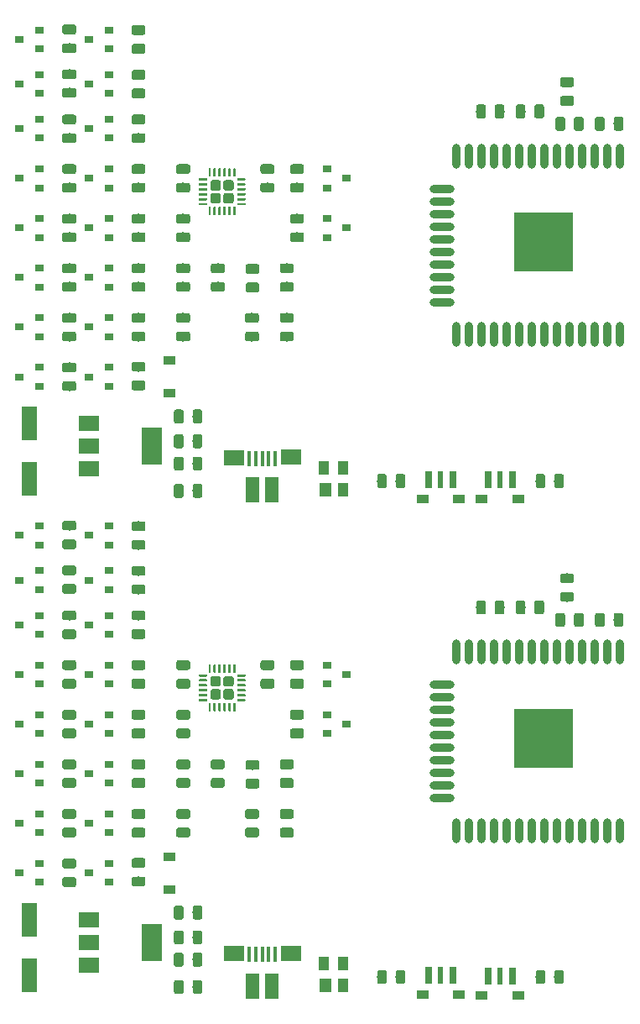
<source format=gbr>
G04 #@! TF.GenerationSoftware,KiCad,Pcbnew,5.0.1*
G04 #@! TF.CreationDate,2019-02-10T14:23:21-05:00*
G04 #@! TF.ProjectId,12V-SmartSwitch_2panel,3132562D536D6172745377697463685F,rev?*
G04 #@! TF.SameCoordinates,Original*
G04 #@! TF.FileFunction,Paste,Top*
G04 #@! TF.FilePolarity,Positive*
%FSLAX46Y46*%
G04 Gerber Fmt 4.6, Leading zero omitted, Abs format (unit mm)*
G04 Created by KiCad (PCBNEW 5.0.1) date Sun 10 Feb 2019 02:23:21 PM EST*
%MOMM*%
%LPD*%
G01*
G04 APERTURE LIST*
%ADD10C,0.100000*%
%ADD11C,0.975000*%
%ADD12R,1.600000X3.500000*%
%ADD13R,2.000000X1.500000*%
%ADD14R,0.400000X1.650000*%
%ADD15R,1.430000X2.500000*%
%ADD16O,0.900000X2.500000*%
%ADD17O,2.500000X0.900000*%
%ADD18R,6.000000X6.000000*%
%ADD19R,0.750000X1.800000*%
%ADD20R,0.600000X1.800000*%
%ADD21R,1.300000X0.900000*%
%ADD22R,1.200000X0.900000*%
%ADD23C,1.050000*%
%ADD24C,0.250000*%
%ADD25R,1.200000X1.400000*%
%ADD26R,1.000000X1.400000*%
%ADD27R,2.000000X3.800000*%
%ADD28R,0.900000X0.800000*%
G04 APERTURE END LIST*
D10*
G04 #@! TO.C,C11*
G36*
X186730142Y-39701174D02*
X186753803Y-39704684D01*
X186777007Y-39710496D01*
X186799529Y-39718554D01*
X186821153Y-39728782D01*
X186841670Y-39741079D01*
X186860883Y-39755329D01*
X186878607Y-39771393D01*
X186894671Y-39789117D01*
X186908921Y-39808330D01*
X186921218Y-39828847D01*
X186931446Y-39850471D01*
X186939504Y-39872993D01*
X186945316Y-39896197D01*
X186948826Y-39919858D01*
X186950000Y-39943750D01*
X186950000Y-40431250D01*
X186948826Y-40455142D01*
X186945316Y-40478803D01*
X186939504Y-40502007D01*
X186931446Y-40524529D01*
X186921218Y-40546153D01*
X186908921Y-40566670D01*
X186894671Y-40585883D01*
X186878607Y-40603607D01*
X186860883Y-40619671D01*
X186841670Y-40633921D01*
X186821153Y-40646218D01*
X186799529Y-40656446D01*
X186777007Y-40664504D01*
X186753803Y-40670316D01*
X186730142Y-40673826D01*
X186706250Y-40675000D01*
X185793750Y-40675000D01*
X185769858Y-40673826D01*
X185746197Y-40670316D01*
X185722993Y-40664504D01*
X185700471Y-40656446D01*
X185678847Y-40646218D01*
X185658330Y-40633921D01*
X185639117Y-40619671D01*
X185621393Y-40603607D01*
X185605329Y-40585883D01*
X185591079Y-40566670D01*
X185578782Y-40546153D01*
X185568554Y-40524529D01*
X185560496Y-40502007D01*
X185554684Y-40478803D01*
X185551174Y-40455142D01*
X185550000Y-40431250D01*
X185550000Y-39943750D01*
X185551174Y-39919858D01*
X185554684Y-39896197D01*
X185560496Y-39872993D01*
X185568554Y-39850471D01*
X185578782Y-39828847D01*
X185591079Y-39808330D01*
X185605329Y-39789117D01*
X185621393Y-39771393D01*
X185639117Y-39755329D01*
X185658330Y-39741079D01*
X185678847Y-39728782D01*
X185700471Y-39718554D01*
X185722993Y-39710496D01*
X185746197Y-39704684D01*
X185769858Y-39701174D01*
X185793750Y-39700000D01*
X186706250Y-39700000D01*
X186730142Y-39701174D01*
X186730142Y-39701174D01*
G37*
D11*
X186250000Y-40187500D03*
D10*
G36*
X186730142Y-37826174D02*
X186753803Y-37829684D01*
X186777007Y-37835496D01*
X186799529Y-37843554D01*
X186821153Y-37853782D01*
X186841670Y-37866079D01*
X186860883Y-37880329D01*
X186878607Y-37896393D01*
X186894671Y-37914117D01*
X186908921Y-37933330D01*
X186921218Y-37953847D01*
X186931446Y-37975471D01*
X186939504Y-37997993D01*
X186945316Y-38021197D01*
X186948826Y-38044858D01*
X186950000Y-38068750D01*
X186950000Y-38556250D01*
X186948826Y-38580142D01*
X186945316Y-38603803D01*
X186939504Y-38627007D01*
X186931446Y-38649529D01*
X186921218Y-38671153D01*
X186908921Y-38691670D01*
X186894671Y-38710883D01*
X186878607Y-38728607D01*
X186860883Y-38744671D01*
X186841670Y-38758921D01*
X186821153Y-38771218D01*
X186799529Y-38781446D01*
X186777007Y-38789504D01*
X186753803Y-38795316D01*
X186730142Y-38798826D01*
X186706250Y-38800000D01*
X185793750Y-38800000D01*
X185769858Y-38798826D01*
X185746197Y-38795316D01*
X185722993Y-38789504D01*
X185700471Y-38781446D01*
X185678847Y-38771218D01*
X185658330Y-38758921D01*
X185639117Y-38744671D01*
X185621393Y-38728607D01*
X185605329Y-38710883D01*
X185591079Y-38691670D01*
X185578782Y-38671153D01*
X185568554Y-38649529D01*
X185560496Y-38627007D01*
X185554684Y-38603803D01*
X185551174Y-38580142D01*
X185550000Y-38556250D01*
X185550000Y-38068750D01*
X185551174Y-38044858D01*
X185554684Y-38021197D01*
X185560496Y-37997993D01*
X185568554Y-37975471D01*
X185578782Y-37953847D01*
X185591079Y-37933330D01*
X185605329Y-37914117D01*
X185621393Y-37896393D01*
X185639117Y-37880329D01*
X185658330Y-37866079D01*
X185678847Y-37853782D01*
X185700471Y-37843554D01*
X185722993Y-37835496D01*
X185746197Y-37829684D01*
X185769858Y-37826174D01*
X185793750Y-37825000D01*
X186706250Y-37825000D01*
X186730142Y-37826174D01*
X186730142Y-37826174D01*
G37*
D11*
X186250000Y-38312500D03*
G04 #@! TD*
D12*
G04 #@! TO.C,C10*
X132000000Y-78300000D03*
X132000000Y-72700000D03*
G04 #@! TD*
D10*
G04 #@! TO.C,R26*
G36*
X156480142Y-46576174D02*
X156503803Y-46579684D01*
X156527007Y-46585496D01*
X156549529Y-46593554D01*
X156571153Y-46603782D01*
X156591670Y-46616079D01*
X156610883Y-46630329D01*
X156628607Y-46646393D01*
X156644671Y-46664117D01*
X156658921Y-46683330D01*
X156671218Y-46703847D01*
X156681446Y-46725471D01*
X156689504Y-46747993D01*
X156695316Y-46771197D01*
X156698826Y-46794858D01*
X156700000Y-46818750D01*
X156700000Y-47306250D01*
X156698826Y-47330142D01*
X156695316Y-47353803D01*
X156689504Y-47377007D01*
X156681446Y-47399529D01*
X156671218Y-47421153D01*
X156658921Y-47441670D01*
X156644671Y-47460883D01*
X156628607Y-47478607D01*
X156610883Y-47494671D01*
X156591670Y-47508921D01*
X156571153Y-47521218D01*
X156549529Y-47531446D01*
X156527007Y-47539504D01*
X156503803Y-47545316D01*
X156480142Y-47548826D01*
X156456250Y-47550000D01*
X155543750Y-47550000D01*
X155519858Y-47548826D01*
X155496197Y-47545316D01*
X155472993Y-47539504D01*
X155450471Y-47531446D01*
X155428847Y-47521218D01*
X155408330Y-47508921D01*
X155389117Y-47494671D01*
X155371393Y-47478607D01*
X155355329Y-47460883D01*
X155341079Y-47441670D01*
X155328782Y-47421153D01*
X155318554Y-47399529D01*
X155310496Y-47377007D01*
X155304684Y-47353803D01*
X155301174Y-47330142D01*
X155300000Y-47306250D01*
X155300000Y-46818750D01*
X155301174Y-46794858D01*
X155304684Y-46771197D01*
X155310496Y-46747993D01*
X155318554Y-46725471D01*
X155328782Y-46703847D01*
X155341079Y-46683330D01*
X155355329Y-46664117D01*
X155371393Y-46646393D01*
X155389117Y-46630329D01*
X155408330Y-46616079D01*
X155428847Y-46603782D01*
X155450471Y-46593554D01*
X155472993Y-46585496D01*
X155496197Y-46579684D01*
X155519858Y-46576174D01*
X155543750Y-46575000D01*
X156456250Y-46575000D01*
X156480142Y-46576174D01*
X156480142Y-46576174D01*
G37*
D11*
X156000000Y-47062500D03*
D10*
G36*
X156480142Y-48451174D02*
X156503803Y-48454684D01*
X156527007Y-48460496D01*
X156549529Y-48468554D01*
X156571153Y-48478782D01*
X156591670Y-48491079D01*
X156610883Y-48505329D01*
X156628607Y-48521393D01*
X156644671Y-48539117D01*
X156658921Y-48558330D01*
X156671218Y-48578847D01*
X156681446Y-48600471D01*
X156689504Y-48622993D01*
X156695316Y-48646197D01*
X156698826Y-48669858D01*
X156700000Y-48693750D01*
X156700000Y-49181250D01*
X156698826Y-49205142D01*
X156695316Y-49228803D01*
X156689504Y-49252007D01*
X156681446Y-49274529D01*
X156671218Y-49296153D01*
X156658921Y-49316670D01*
X156644671Y-49335883D01*
X156628607Y-49353607D01*
X156610883Y-49369671D01*
X156591670Y-49383921D01*
X156571153Y-49396218D01*
X156549529Y-49406446D01*
X156527007Y-49414504D01*
X156503803Y-49420316D01*
X156480142Y-49423826D01*
X156456250Y-49425000D01*
X155543750Y-49425000D01*
X155519858Y-49423826D01*
X155496197Y-49420316D01*
X155472993Y-49414504D01*
X155450471Y-49406446D01*
X155428847Y-49396218D01*
X155408330Y-49383921D01*
X155389117Y-49369671D01*
X155371393Y-49353607D01*
X155355329Y-49335883D01*
X155341079Y-49316670D01*
X155328782Y-49296153D01*
X155318554Y-49274529D01*
X155310496Y-49252007D01*
X155304684Y-49228803D01*
X155301174Y-49205142D01*
X155300000Y-49181250D01*
X155300000Y-48693750D01*
X155301174Y-48669858D01*
X155304684Y-48646197D01*
X155310496Y-48622993D01*
X155318554Y-48600471D01*
X155328782Y-48578847D01*
X155341079Y-48558330D01*
X155355329Y-48539117D01*
X155371393Y-48521393D01*
X155389117Y-48505329D01*
X155408330Y-48491079D01*
X155428847Y-48478782D01*
X155450471Y-48468554D01*
X155472993Y-48460496D01*
X155496197Y-48454684D01*
X155519858Y-48451174D01*
X155543750Y-48450000D01*
X156456250Y-48450000D01*
X156480142Y-48451174D01*
X156480142Y-48451174D01*
G37*
D11*
X156000000Y-48937500D03*
G04 #@! TD*
D13*
G04 #@! TO.C,J3*
X152625000Y-76135000D03*
X158375000Y-76115000D03*
D14*
X154175000Y-76235000D03*
X154825000Y-76235000D03*
X155475000Y-76235000D03*
X156125000Y-76235000D03*
X156775000Y-76235000D03*
D15*
X154515000Y-79385000D03*
X156435000Y-79385000D03*
G04 #@! TD*
D16*
G04 #@! TO.C,U2*
X191600000Y-63750000D03*
X190330000Y-63750000D03*
X189060000Y-63750000D03*
X187790000Y-63750000D03*
X186520000Y-63750000D03*
X185250000Y-63750000D03*
X183980000Y-63750000D03*
X182710000Y-63750000D03*
X181440000Y-63750000D03*
X180170000Y-63750000D03*
X178900000Y-63750000D03*
X177630000Y-63750000D03*
X176360000Y-63750000D03*
X175090000Y-63750000D03*
D17*
X173600000Y-60465000D03*
X173600000Y-59195000D03*
X173600000Y-57925000D03*
X173600000Y-56655000D03*
X173600000Y-55385000D03*
X173600000Y-54115000D03*
X173600000Y-52845000D03*
X173600000Y-51575000D03*
X173600000Y-50305000D03*
X173600000Y-49035000D03*
D16*
X175090000Y-45750000D03*
X176360000Y-45750000D03*
X177630000Y-45750000D03*
X178900000Y-45750000D03*
X180170000Y-45750000D03*
X181440000Y-45750000D03*
X182710000Y-45750000D03*
X183980000Y-45750000D03*
X185250000Y-45750000D03*
X186520000Y-45750000D03*
X187790000Y-45750000D03*
X189060000Y-45750000D03*
X190330000Y-45750000D03*
X191600000Y-45750000D03*
D18*
X183900000Y-54450000D03*
G04 #@! TD*
D19*
G04 #@! TO.C,SW2*
X178275000Y-78376760D03*
D20*
X179500000Y-78376760D03*
D19*
X180725000Y-78376760D03*
D21*
X181350000Y-80326760D03*
X177650000Y-80326760D03*
G04 #@! TD*
G04 #@! TO.C,SW1*
X171650000Y-80300000D03*
X175350000Y-80300000D03*
D19*
X174725000Y-78350000D03*
D20*
X173500000Y-78350000D03*
D19*
X172275000Y-78350000D03*
G04 #@! TD*
D10*
G04 #@! TO.C,C2*
G36*
X147980142Y-51576174D02*
X148003803Y-51579684D01*
X148027007Y-51585496D01*
X148049529Y-51593554D01*
X148071153Y-51603782D01*
X148091670Y-51616079D01*
X148110883Y-51630329D01*
X148128607Y-51646393D01*
X148144671Y-51664117D01*
X148158921Y-51683330D01*
X148171218Y-51703847D01*
X148181446Y-51725471D01*
X148189504Y-51747993D01*
X148195316Y-51771197D01*
X148198826Y-51794858D01*
X148200000Y-51818750D01*
X148200000Y-52306250D01*
X148198826Y-52330142D01*
X148195316Y-52353803D01*
X148189504Y-52377007D01*
X148181446Y-52399529D01*
X148171218Y-52421153D01*
X148158921Y-52441670D01*
X148144671Y-52460883D01*
X148128607Y-52478607D01*
X148110883Y-52494671D01*
X148091670Y-52508921D01*
X148071153Y-52521218D01*
X148049529Y-52531446D01*
X148027007Y-52539504D01*
X148003803Y-52545316D01*
X147980142Y-52548826D01*
X147956250Y-52550000D01*
X147043750Y-52550000D01*
X147019858Y-52548826D01*
X146996197Y-52545316D01*
X146972993Y-52539504D01*
X146950471Y-52531446D01*
X146928847Y-52521218D01*
X146908330Y-52508921D01*
X146889117Y-52494671D01*
X146871393Y-52478607D01*
X146855329Y-52460883D01*
X146841079Y-52441670D01*
X146828782Y-52421153D01*
X146818554Y-52399529D01*
X146810496Y-52377007D01*
X146804684Y-52353803D01*
X146801174Y-52330142D01*
X146800000Y-52306250D01*
X146800000Y-51818750D01*
X146801174Y-51794858D01*
X146804684Y-51771197D01*
X146810496Y-51747993D01*
X146818554Y-51725471D01*
X146828782Y-51703847D01*
X146841079Y-51683330D01*
X146855329Y-51664117D01*
X146871393Y-51646393D01*
X146889117Y-51630329D01*
X146908330Y-51616079D01*
X146928847Y-51603782D01*
X146950471Y-51593554D01*
X146972993Y-51585496D01*
X146996197Y-51579684D01*
X147019858Y-51576174D01*
X147043750Y-51575000D01*
X147956250Y-51575000D01*
X147980142Y-51576174D01*
X147980142Y-51576174D01*
G37*
D11*
X147500000Y-52062500D03*
D10*
G36*
X147980142Y-53451174D02*
X148003803Y-53454684D01*
X148027007Y-53460496D01*
X148049529Y-53468554D01*
X148071153Y-53478782D01*
X148091670Y-53491079D01*
X148110883Y-53505329D01*
X148128607Y-53521393D01*
X148144671Y-53539117D01*
X148158921Y-53558330D01*
X148171218Y-53578847D01*
X148181446Y-53600471D01*
X148189504Y-53622993D01*
X148195316Y-53646197D01*
X148198826Y-53669858D01*
X148200000Y-53693750D01*
X148200000Y-54181250D01*
X148198826Y-54205142D01*
X148195316Y-54228803D01*
X148189504Y-54252007D01*
X148181446Y-54274529D01*
X148171218Y-54296153D01*
X148158921Y-54316670D01*
X148144671Y-54335883D01*
X148128607Y-54353607D01*
X148110883Y-54369671D01*
X148091670Y-54383921D01*
X148071153Y-54396218D01*
X148049529Y-54406446D01*
X148027007Y-54414504D01*
X148003803Y-54420316D01*
X147980142Y-54423826D01*
X147956250Y-54425000D01*
X147043750Y-54425000D01*
X147019858Y-54423826D01*
X146996197Y-54420316D01*
X146972993Y-54414504D01*
X146950471Y-54406446D01*
X146928847Y-54396218D01*
X146908330Y-54383921D01*
X146889117Y-54369671D01*
X146871393Y-54353607D01*
X146855329Y-54335883D01*
X146841079Y-54316670D01*
X146828782Y-54296153D01*
X146818554Y-54274529D01*
X146810496Y-54252007D01*
X146804684Y-54228803D01*
X146801174Y-54205142D01*
X146800000Y-54181250D01*
X146800000Y-53693750D01*
X146801174Y-53669858D01*
X146804684Y-53646197D01*
X146810496Y-53622993D01*
X146818554Y-53600471D01*
X146828782Y-53578847D01*
X146841079Y-53558330D01*
X146855329Y-53539117D01*
X146871393Y-53521393D01*
X146889117Y-53505329D01*
X146908330Y-53491079D01*
X146928847Y-53478782D01*
X146950471Y-53468554D01*
X146972993Y-53460496D01*
X146996197Y-53454684D01*
X147019858Y-53451174D01*
X147043750Y-53450000D01*
X147956250Y-53450000D01*
X147980142Y-53451174D01*
X147980142Y-53451174D01*
G37*
D11*
X147500000Y-53937500D03*
G04 #@! TD*
D10*
G04 #@! TO.C,C3*
G36*
X185830142Y-41801174D02*
X185853803Y-41804684D01*
X185877007Y-41810496D01*
X185899529Y-41818554D01*
X185921153Y-41828782D01*
X185941670Y-41841079D01*
X185960883Y-41855329D01*
X185978607Y-41871393D01*
X185994671Y-41889117D01*
X186008921Y-41908330D01*
X186021218Y-41928847D01*
X186031446Y-41950471D01*
X186039504Y-41972993D01*
X186045316Y-41996197D01*
X186048826Y-42019858D01*
X186050000Y-42043750D01*
X186050000Y-42956250D01*
X186048826Y-42980142D01*
X186045316Y-43003803D01*
X186039504Y-43027007D01*
X186031446Y-43049529D01*
X186021218Y-43071153D01*
X186008921Y-43091670D01*
X185994671Y-43110883D01*
X185978607Y-43128607D01*
X185960883Y-43144671D01*
X185941670Y-43158921D01*
X185921153Y-43171218D01*
X185899529Y-43181446D01*
X185877007Y-43189504D01*
X185853803Y-43195316D01*
X185830142Y-43198826D01*
X185806250Y-43200000D01*
X185318750Y-43200000D01*
X185294858Y-43198826D01*
X185271197Y-43195316D01*
X185247993Y-43189504D01*
X185225471Y-43181446D01*
X185203847Y-43171218D01*
X185183330Y-43158921D01*
X185164117Y-43144671D01*
X185146393Y-43128607D01*
X185130329Y-43110883D01*
X185116079Y-43091670D01*
X185103782Y-43071153D01*
X185093554Y-43049529D01*
X185085496Y-43027007D01*
X185079684Y-43003803D01*
X185076174Y-42980142D01*
X185075000Y-42956250D01*
X185075000Y-42043750D01*
X185076174Y-42019858D01*
X185079684Y-41996197D01*
X185085496Y-41972993D01*
X185093554Y-41950471D01*
X185103782Y-41928847D01*
X185116079Y-41908330D01*
X185130329Y-41889117D01*
X185146393Y-41871393D01*
X185164117Y-41855329D01*
X185183330Y-41841079D01*
X185203847Y-41828782D01*
X185225471Y-41818554D01*
X185247993Y-41810496D01*
X185271197Y-41804684D01*
X185294858Y-41801174D01*
X185318750Y-41800000D01*
X185806250Y-41800000D01*
X185830142Y-41801174D01*
X185830142Y-41801174D01*
G37*
D11*
X185562500Y-42500000D03*
D10*
G36*
X187705142Y-41801174D02*
X187728803Y-41804684D01*
X187752007Y-41810496D01*
X187774529Y-41818554D01*
X187796153Y-41828782D01*
X187816670Y-41841079D01*
X187835883Y-41855329D01*
X187853607Y-41871393D01*
X187869671Y-41889117D01*
X187883921Y-41908330D01*
X187896218Y-41928847D01*
X187906446Y-41950471D01*
X187914504Y-41972993D01*
X187920316Y-41996197D01*
X187923826Y-42019858D01*
X187925000Y-42043750D01*
X187925000Y-42956250D01*
X187923826Y-42980142D01*
X187920316Y-43003803D01*
X187914504Y-43027007D01*
X187906446Y-43049529D01*
X187896218Y-43071153D01*
X187883921Y-43091670D01*
X187869671Y-43110883D01*
X187853607Y-43128607D01*
X187835883Y-43144671D01*
X187816670Y-43158921D01*
X187796153Y-43171218D01*
X187774529Y-43181446D01*
X187752007Y-43189504D01*
X187728803Y-43195316D01*
X187705142Y-43198826D01*
X187681250Y-43200000D01*
X187193750Y-43200000D01*
X187169858Y-43198826D01*
X187146197Y-43195316D01*
X187122993Y-43189504D01*
X187100471Y-43181446D01*
X187078847Y-43171218D01*
X187058330Y-43158921D01*
X187039117Y-43144671D01*
X187021393Y-43128607D01*
X187005329Y-43110883D01*
X186991079Y-43091670D01*
X186978782Y-43071153D01*
X186968554Y-43049529D01*
X186960496Y-43027007D01*
X186954684Y-43003803D01*
X186951174Y-42980142D01*
X186950000Y-42956250D01*
X186950000Y-42043750D01*
X186951174Y-42019858D01*
X186954684Y-41996197D01*
X186960496Y-41972993D01*
X186968554Y-41950471D01*
X186978782Y-41928847D01*
X186991079Y-41908330D01*
X187005329Y-41889117D01*
X187021393Y-41871393D01*
X187039117Y-41855329D01*
X187058330Y-41841079D01*
X187078847Y-41828782D01*
X187100471Y-41818554D01*
X187122993Y-41810496D01*
X187146197Y-41804684D01*
X187169858Y-41801174D01*
X187193750Y-41800000D01*
X187681250Y-41800000D01*
X187705142Y-41801174D01*
X187705142Y-41801174D01*
G37*
D11*
X187437500Y-42500000D03*
G04 #@! TD*
D10*
G04 #@! TO.C,C4*
G36*
X189830142Y-41801174D02*
X189853803Y-41804684D01*
X189877007Y-41810496D01*
X189899529Y-41818554D01*
X189921153Y-41828782D01*
X189941670Y-41841079D01*
X189960883Y-41855329D01*
X189978607Y-41871393D01*
X189994671Y-41889117D01*
X190008921Y-41908330D01*
X190021218Y-41928847D01*
X190031446Y-41950471D01*
X190039504Y-41972993D01*
X190045316Y-41996197D01*
X190048826Y-42019858D01*
X190050000Y-42043750D01*
X190050000Y-42956250D01*
X190048826Y-42980142D01*
X190045316Y-43003803D01*
X190039504Y-43027007D01*
X190031446Y-43049529D01*
X190021218Y-43071153D01*
X190008921Y-43091670D01*
X189994671Y-43110883D01*
X189978607Y-43128607D01*
X189960883Y-43144671D01*
X189941670Y-43158921D01*
X189921153Y-43171218D01*
X189899529Y-43181446D01*
X189877007Y-43189504D01*
X189853803Y-43195316D01*
X189830142Y-43198826D01*
X189806250Y-43200000D01*
X189318750Y-43200000D01*
X189294858Y-43198826D01*
X189271197Y-43195316D01*
X189247993Y-43189504D01*
X189225471Y-43181446D01*
X189203847Y-43171218D01*
X189183330Y-43158921D01*
X189164117Y-43144671D01*
X189146393Y-43128607D01*
X189130329Y-43110883D01*
X189116079Y-43091670D01*
X189103782Y-43071153D01*
X189093554Y-43049529D01*
X189085496Y-43027007D01*
X189079684Y-43003803D01*
X189076174Y-42980142D01*
X189075000Y-42956250D01*
X189075000Y-42043750D01*
X189076174Y-42019858D01*
X189079684Y-41996197D01*
X189085496Y-41972993D01*
X189093554Y-41950471D01*
X189103782Y-41928847D01*
X189116079Y-41908330D01*
X189130329Y-41889117D01*
X189146393Y-41871393D01*
X189164117Y-41855329D01*
X189183330Y-41841079D01*
X189203847Y-41828782D01*
X189225471Y-41818554D01*
X189247993Y-41810496D01*
X189271197Y-41804684D01*
X189294858Y-41801174D01*
X189318750Y-41800000D01*
X189806250Y-41800000D01*
X189830142Y-41801174D01*
X189830142Y-41801174D01*
G37*
D11*
X189562500Y-42500000D03*
D10*
G36*
X191705142Y-41801174D02*
X191728803Y-41804684D01*
X191752007Y-41810496D01*
X191774529Y-41818554D01*
X191796153Y-41828782D01*
X191816670Y-41841079D01*
X191835883Y-41855329D01*
X191853607Y-41871393D01*
X191869671Y-41889117D01*
X191883921Y-41908330D01*
X191896218Y-41928847D01*
X191906446Y-41950471D01*
X191914504Y-41972993D01*
X191920316Y-41996197D01*
X191923826Y-42019858D01*
X191925000Y-42043750D01*
X191925000Y-42956250D01*
X191923826Y-42980142D01*
X191920316Y-43003803D01*
X191914504Y-43027007D01*
X191906446Y-43049529D01*
X191896218Y-43071153D01*
X191883921Y-43091670D01*
X191869671Y-43110883D01*
X191853607Y-43128607D01*
X191835883Y-43144671D01*
X191816670Y-43158921D01*
X191796153Y-43171218D01*
X191774529Y-43181446D01*
X191752007Y-43189504D01*
X191728803Y-43195316D01*
X191705142Y-43198826D01*
X191681250Y-43200000D01*
X191193750Y-43200000D01*
X191169858Y-43198826D01*
X191146197Y-43195316D01*
X191122993Y-43189504D01*
X191100471Y-43181446D01*
X191078847Y-43171218D01*
X191058330Y-43158921D01*
X191039117Y-43144671D01*
X191021393Y-43128607D01*
X191005329Y-43110883D01*
X190991079Y-43091670D01*
X190978782Y-43071153D01*
X190968554Y-43049529D01*
X190960496Y-43027007D01*
X190954684Y-43003803D01*
X190951174Y-42980142D01*
X190950000Y-42956250D01*
X190950000Y-42043750D01*
X190951174Y-42019858D01*
X190954684Y-41996197D01*
X190960496Y-41972993D01*
X190968554Y-41950471D01*
X190978782Y-41928847D01*
X190991079Y-41908330D01*
X191005329Y-41889117D01*
X191021393Y-41871393D01*
X191039117Y-41855329D01*
X191058330Y-41841079D01*
X191078847Y-41828782D01*
X191100471Y-41818554D01*
X191122993Y-41810496D01*
X191146197Y-41804684D01*
X191169858Y-41801174D01*
X191193750Y-41800000D01*
X191681250Y-41800000D01*
X191705142Y-41801174D01*
X191705142Y-41801174D01*
G37*
D11*
X191437500Y-42500000D03*
G04 #@! TD*
D10*
G04 #@! TO.C,C5*
G36*
X149205142Y-76051174D02*
X149228803Y-76054684D01*
X149252007Y-76060496D01*
X149274529Y-76068554D01*
X149296153Y-76078782D01*
X149316670Y-76091079D01*
X149335883Y-76105329D01*
X149353607Y-76121393D01*
X149369671Y-76139117D01*
X149383921Y-76158330D01*
X149396218Y-76178847D01*
X149406446Y-76200471D01*
X149414504Y-76222993D01*
X149420316Y-76246197D01*
X149423826Y-76269858D01*
X149425000Y-76293750D01*
X149425000Y-77206250D01*
X149423826Y-77230142D01*
X149420316Y-77253803D01*
X149414504Y-77277007D01*
X149406446Y-77299529D01*
X149396218Y-77321153D01*
X149383921Y-77341670D01*
X149369671Y-77360883D01*
X149353607Y-77378607D01*
X149335883Y-77394671D01*
X149316670Y-77408921D01*
X149296153Y-77421218D01*
X149274529Y-77431446D01*
X149252007Y-77439504D01*
X149228803Y-77445316D01*
X149205142Y-77448826D01*
X149181250Y-77450000D01*
X148693750Y-77450000D01*
X148669858Y-77448826D01*
X148646197Y-77445316D01*
X148622993Y-77439504D01*
X148600471Y-77431446D01*
X148578847Y-77421218D01*
X148558330Y-77408921D01*
X148539117Y-77394671D01*
X148521393Y-77378607D01*
X148505329Y-77360883D01*
X148491079Y-77341670D01*
X148478782Y-77321153D01*
X148468554Y-77299529D01*
X148460496Y-77277007D01*
X148454684Y-77253803D01*
X148451174Y-77230142D01*
X148450000Y-77206250D01*
X148450000Y-76293750D01*
X148451174Y-76269858D01*
X148454684Y-76246197D01*
X148460496Y-76222993D01*
X148468554Y-76200471D01*
X148478782Y-76178847D01*
X148491079Y-76158330D01*
X148505329Y-76139117D01*
X148521393Y-76121393D01*
X148539117Y-76105329D01*
X148558330Y-76091079D01*
X148578847Y-76078782D01*
X148600471Y-76068554D01*
X148622993Y-76060496D01*
X148646197Y-76054684D01*
X148669858Y-76051174D01*
X148693750Y-76050000D01*
X149181250Y-76050000D01*
X149205142Y-76051174D01*
X149205142Y-76051174D01*
G37*
D11*
X148937500Y-76750000D03*
D10*
G36*
X147330142Y-76051174D02*
X147353803Y-76054684D01*
X147377007Y-76060496D01*
X147399529Y-76068554D01*
X147421153Y-76078782D01*
X147441670Y-76091079D01*
X147460883Y-76105329D01*
X147478607Y-76121393D01*
X147494671Y-76139117D01*
X147508921Y-76158330D01*
X147521218Y-76178847D01*
X147531446Y-76200471D01*
X147539504Y-76222993D01*
X147545316Y-76246197D01*
X147548826Y-76269858D01*
X147550000Y-76293750D01*
X147550000Y-77206250D01*
X147548826Y-77230142D01*
X147545316Y-77253803D01*
X147539504Y-77277007D01*
X147531446Y-77299529D01*
X147521218Y-77321153D01*
X147508921Y-77341670D01*
X147494671Y-77360883D01*
X147478607Y-77378607D01*
X147460883Y-77394671D01*
X147441670Y-77408921D01*
X147421153Y-77421218D01*
X147399529Y-77431446D01*
X147377007Y-77439504D01*
X147353803Y-77445316D01*
X147330142Y-77448826D01*
X147306250Y-77450000D01*
X146818750Y-77450000D01*
X146794858Y-77448826D01*
X146771197Y-77445316D01*
X146747993Y-77439504D01*
X146725471Y-77431446D01*
X146703847Y-77421218D01*
X146683330Y-77408921D01*
X146664117Y-77394671D01*
X146646393Y-77378607D01*
X146630329Y-77360883D01*
X146616079Y-77341670D01*
X146603782Y-77321153D01*
X146593554Y-77299529D01*
X146585496Y-77277007D01*
X146579684Y-77253803D01*
X146576174Y-77230142D01*
X146575000Y-77206250D01*
X146575000Y-76293750D01*
X146576174Y-76269858D01*
X146579684Y-76246197D01*
X146585496Y-76222993D01*
X146593554Y-76200471D01*
X146603782Y-76178847D01*
X146616079Y-76158330D01*
X146630329Y-76139117D01*
X146646393Y-76121393D01*
X146664117Y-76105329D01*
X146683330Y-76091079D01*
X146703847Y-76078782D01*
X146725471Y-76068554D01*
X146747993Y-76060496D01*
X146771197Y-76054684D01*
X146794858Y-76051174D01*
X146818750Y-76050000D01*
X147306250Y-76050000D01*
X147330142Y-76051174D01*
X147330142Y-76051174D01*
G37*
D11*
X147062500Y-76750000D03*
G04 #@! TD*
D10*
G04 #@! TO.C,C6*
G36*
X147330142Y-71301174D02*
X147353803Y-71304684D01*
X147377007Y-71310496D01*
X147399529Y-71318554D01*
X147421153Y-71328782D01*
X147441670Y-71341079D01*
X147460883Y-71355329D01*
X147478607Y-71371393D01*
X147494671Y-71389117D01*
X147508921Y-71408330D01*
X147521218Y-71428847D01*
X147531446Y-71450471D01*
X147539504Y-71472993D01*
X147545316Y-71496197D01*
X147548826Y-71519858D01*
X147550000Y-71543750D01*
X147550000Y-72456250D01*
X147548826Y-72480142D01*
X147545316Y-72503803D01*
X147539504Y-72527007D01*
X147531446Y-72549529D01*
X147521218Y-72571153D01*
X147508921Y-72591670D01*
X147494671Y-72610883D01*
X147478607Y-72628607D01*
X147460883Y-72644671D01*
X147441670Y-72658921D01*
X147421153Y-72671218D01*
X147399529Y-72681446D01*
X147377007Y-72689504D01*
X147353803Y-72695316D01*
X147330142Y-72698826D01*
X147306250Y-72700000D01*
X146818750Y-72700000D01*
X146794858Y-72698826D01*
X146771197Y-72695316D01*
X146747993Y-72689504D01*
X146725471Y-72681446D01*
X146703847Y-72671218D01*
X146683330Y-72658921D01*
X146664117Y-72644671D01*
X146646393Y-72628607D01*
X146630329Y-72610883D01*
X146616079Y-72591670D01*
X146603782Y-72571153D01*
X146593554Y-72549529D01*
X146585496Y-72527007D01*
X146579684Y-72503803D01*
X146576174Y-72480142D01*
X146575000Y-72456250D01*
X146575000Y-71543750D01*
X146576174Y-71519858D01*
X146579684Y-71496197D01*
X146585496Y-71472993D01*
X146593554Y-71450471D01*
X146603782Y-71428847D01*
X146616079Y-71408330D01*
X146630329Y-71389117D01*
X146646393Y-71371393D01*
X146664117Y-71355329D01*
X146683330Y-71341079D01*
X146703847Y-71328782D01*
X146725471Y-71318554D01*
X146747993Y-71310496D01*
X146771197Y-71304684D01*
X146794858Y-71301174D01*
X146818750Y-71300000D01*
X147306250Y-71300000D01*
X147330142Y-71301174D01*
X147330142Y-71301174D01*
G37*
D11*
X147062500Y-72000000D03*
D10*
G36*
X149205142Y-71301174D02*
X149228803Y-71304684D01*
X149252007Y-71310496D01*
X149274529Y-71318554D01*
X149296153Y-71328782D01*
X149316670Y-71341079D01*
X149335883Y-71355329D01*
X149353607Y-71371393D01*
X149369671Y-71389117D01*
X149383921Y-71408330D01*
X149396218Y-71428847D01*
X149406446Y-71450471D01*
X149414504Y-71472993D01*
X149420316Y-71496197D01*
X149423826Y-71519858D01*
X149425000Y-71543750D01*
X149425000Y-72456250D01*
X149423826Y-72480142D01*
X149420316Y-72503803D01*
X149414504Y-72527007D01*
X149406446Y-72549529D01*
X149396218Y-72571153D01*
X149383921Y-72591670D01*
X149369671Y-72610883D01*
X149353607Y-72628607D01*
X149335883Y-72644671D01*
X149316670Y-72658921D01*
X149296153Y-72671218D01*
X149274529Y-72681446D01*
X149252007Y-72689504D01*
X149228803Y-72695316D01*
X149205142Y-72698826D01*
X149181250Y-72700000D01*
X148693750Y-72700000D01*
X148669858Y-72698826D01*
X148646197Y-72695316D01*
X148622993Y-72689504D01*
X148600471Y-72681446D01*
X148578847Y-72671218D01*
X148558330Y-72658921D01*
X148539117Y-72644671D01*
X148521393Y-72628607D01*
X148505329Y-72610883D01*
X148491079Y-72591670D01*
X148478782Y-72571153D01*
X148468554Y-72549529D01*
X148460496Y-72527007D01*
X148454684Y-72503803D01*
X148451174Y-72480142D01*
X148450000Y-72456250D01*
X148450000Y-71543750D01*
X148451174Y-71519858D01*
X148454684Y-71496197D01*
X148460496Y-71472993D01*
X148468554Y-71450471D01*
X148478782Y-71428847D01*
X148491079Y-71408330D01*
X148505329Y-71389117D01*
X148521393Y-71371393D01*
X148539117Y-71355329D01*
X148558330Y-71341079D01*
X148578847Y-71328782D01*
X148600471Y-71318554D01*
X148622993Y-71310496D01*
X148646197Y-71304684D01*
X148669858Y-71301174D01*
X148693750Y-71300000D01*
X149181250Y-71300000D01*
X149205142Y-71301174D01*
X149205142Y-71301174D01*
G37*
D11*
X148937500Y-72000000D03*
G04 #@! TD*
D10*
G04 #@! TO.C,C7*
G36*
X177830142Y-40551174D02*
X177853803Y-40554684D01*
X177877007Y-40560496D01*
X177899529Y-40568554D01*
X177921153Y-40578782D01*
X177941670Y-40591079D01*
X177960883Y-40605329D01*
X177978607Y-40621393D01*
X177994671Y-40639117D01*
X178008921Y-40658330D01*
X178021218Y-40678847D01*
X178031446Y-40700471D01*
X178039504Y-40722993D01*
X178045316Y-40746197D01*
X178048826Y-40769858D01*
X178050000Y-40793750D01*
X178050000Y-41706250D01*
X178048826Y-41730142D01*
X178045316Y-41753803D01*
X178039504Y-41777007D01*
X178031446Y-41799529D01*
X178021218Y-41821153D01*
X178008921Y-41841670D01*
X177994671Y-41860883D01*
X177978607Y-41878607D01*
X177960883Y-41894671D01*
X177941670Y-41908921D01*
X177921153Y-41921218D01*
X177899529Y-41931446D01*
X177877007Y-41939504D01*
X177853803Y-41945316D01*
X177830142Y-41948826D01*
X177806250Y-41950000D01*
X177318750Y-41950000D01*
X177294858Y-41948826D01*
X177271197Y-41945316D01*
X177247993Y-41939504D01*
X177225471Y-41931446D01*
X177203847Y-41921218D01*
X177183330Y-41908921D01*
X177164117Y-41894671D01*
X177146393Y-41878607D01*
X177130329Y-41860883D01*
X177116079Y-41841670D01*
X177103782Y-41821153D01*
X177093554Y-41799529D01*
X177085496Y-41777007D01*
X177079684Y-41753803D01*
X177076174Y-41730142D01*
X177075000Y-41706250D01*
X177075000Y-40793750D01*
X177076174Y-40769858D01*
X177079684Y-40746197D01*
X177085496Y-40722993D01*
X177093554Y-40700471D01*
X177103782Y-40678847D01*
X177116079Y-40658330D01*
X177130329Y-40639117D01*
X177146393Y-40621393D01*
X177164117Y-40605329D01*
X177183330Y-40591079D01*
X177203847Y-40578782D01*
X177225471Y-40568554D01*
X177247993Y-40560496D01*
X177271197Y-40554684D01*
X177294858Y-40551174D01*
X177318750Y-40550000D01*
X177806250Y-40550000D01*
X177830142Y-40551174D01*
X177830142Y-40551174D01*
G37*
D11*
X177562500Y-41250000D03*
D10*
G36*
X179705142Y-40551174D02*
X179728803Y-40554684D01*
X179752007Y-40560496D01*
X179774529Y-40568554D01*
X179796153Y-40578782D01*
X179816670Y-40591079D01*
X179835883Y-40605329D01*
X179853607Y-40621393D01*
X179869671Y-40639117D01*
X179883921Y-40658330D01*
X179896218Y-40678847D01*
X179906446Y-40700471D01*
X179914504Y-40722993D01*
X179920316Y-40746197D01*
X179923826Y-40769858D01*
X179925000Y-40793750D01*
X179925000Y-41706250D01*
X179923826Y-41730142D01*
X179920316Y-41753803D01*
X179914504Y-41777007D01*
X179906446Y-41799529D01*
X179896218Y-41821153D01*
X179883921Y-41841670D01*
X179869671Y-41860883D01*
X179853607Y-41878607D01*
X179835883Y-41894671D01*
X179816670Y-41908921D01*
X179796153Y-41921218D01*
X179774529Y-41931446D01*
X179752007Y-41939504D01*
X179728803Y-41945316D01*
X179705142Y-41948826D01*
X179681250Y-41950000D01*
X179193750Y-41950000D01*
X179169858Y-41948826D01*
X179146197Y-41945316D01*
X179122993Y-41939504D01*
X179100471Y-41931446D01*
X179078847Y-41921218D01*
X179058330Y-41908921D01*
X179039117Y-41894671D01*
X179021393Y-41878607D01*
X179005329Y-41860883D01*
X178991079Y-41841670D01*
X178978782Y-41821153D01*
X178968554Y-41799529D01*
X178960496Y-41777007D01*
X178954684Y-41753803D01*
X178951174Y-41730142D01*
X178950000Y-41706250D01*
X178950000Y-40793750D01*
X178951174Y-40769858D01*
X178954684Y-40746197D01*
X178960496Y-40722993D01*
X178968554Y-40700471D01*
X178978782Y-40678847D01*
X178991079Y-40658330D01*
X179005329Y-40639117D01*
X179021393Y-40621393D01*
X179039117Y-40605329D01*
X179058330Y-40591079D01*
X179078847Y-40578782D01*
X179100471Y-40568554D01*
X179122993Y-40560496D01*
X179146197Y-40554684D01*
X179169858Y-40551174D01*
X179193750Y-40550000D01*
X179681250Y-40550000D01*
X179705142Y-40551174D01*
X179705142Y-40551174D01*
G37*
D11*
X179437500Y-41250000D03*
G04 #@! TD*
D10*
G04 #@! TO.C,C8*
G36*
X169705142Y-77801174D02*
X169728803Y-77804684D01*
X169752007Y-77810496D01*
X169774529Y-77818554D01*
X169796153Y-77828782D01*
X169816670Y-77841079D01*
X169835883Y-77855329D01*
X169853607Y-77871393D01*
X169869671Y-77889117D01*
X169883921Y-77908330D01*
X169896218Y-77928847D01*
X169906446Y-77950471D01*
X169914504Y-77972993D01*
X169920316Y-77996197D01*
X169923826Y-78019858D01*
X169925000Y-78043750D01*
X169925000Y-78956250D01*
X169923826Y-78980142D01*
X169920316Y-79003803D01*
X169914504Y-79027007D01*
X169906446Y-79049529D01*
X169896218Y-79071153D01*
X169883921Y-79091670D01*
X169869671Y-79110883D01*
X169853607Y-79128607D01*
X169835883Y-79144671D01*
X169816670Y-79158921D01*
X169796153Y-79171218D01*
X169774529Y-79181446D01*
X169752007Y-79189504D01*
X169728803Y-79195316D01*
X169705142Y-79198826D01*
X169681250Y-79200000D01*
X169193750Y-79200000D01*
X169169858Y-79198826D01*
X169146197Y-79195316D01*
X169122993Y-79189504D01*
X169100471Y-79181446D01*
X169078847Y-79171218D01*
X169058330Y-79158921D01*
X169039117Y-79144671D01*
X169021393Y-79128607D01*
X169005329Y-79110883D01*
X168991079Y-79091670D01*
X168978782Y-79071153D01*
X168968554Y-79049529D01*
X168960496Y-79027007D01*
X168954684Y-79003803D01*
X168951174Y-78980142D01*
X168950000Y-78956250D01*
X168950000Y-78043750D01*
X168951174Y-78019858D01*
X168954684Y-77996197D01*
X168960496Y-77972993D01*
X168968554Y-77950471D01*
X168978782Y-77928847D01*
X168991079Y-77908330D01*
X169005329Y-77889117D01*
X169021393Y-77871393D01*
X169039117Y-77855329D01*
X169058330Y-77841079D01*
X169078847Y-77828782D01*
X169100471Y-77818554D01*
X169122993Y-77810496D01*
X169146197Y-77804684D01*
X169169858Y-77801174D01*
X169193750Y-77800000D01*
X169681250Y-77800000D01*
X169705142Y-77801174D01*
X169705142Y-77801174D01*
G37*
D11*
X169437500Y-78500000D03*
D10*
G36*
X167830142Y-77801174D02*
X167853803Y-77804684D01*
X167877007Y-77810496D01*
X167899529Y-77818554D01*
X167921153Y-77828782D01*
X167941670Y-77841079D01*
X167960883Y-77855329D01*
X167978607Y-77871393D01*
X167994671Y-77889117D01*
X168008921Y-77908330D01*
X168021218Y-77928847D01*
X168031446Y-77950471D01*
X168039504Y-77972993D01*
X168045316Y-77996197D01*
X168048826Y-78019858D01*
X168050000Y-78043750D01*
X168050000Y-78956250D01*
X168048826Y-78980142D01*
X168045316Y-79003803D01*
X168039504Y-79027007D01*
X168031446Y-79049529D01*
X168021218Y-79071153D01*
X168008921Y-79091670D01*
X167994671Y-79110883D01*
X167978607Y-79128607D01*
X167960883Y-79144671D01*
X167941670Y-79158921D01*
X167921153Y-79171218D01*
X167899529Y-79181446D01*
X167877007Y-79189504D01*
X167853803Y-79195316D01*
X167830142Y-79198826D01*
X167806250Y-79200000D01*
X167318750Y-79200000D01*
X167294858Y-79198826D01*
X167271197Y-79195316D01*
X167247993Y-79189504D01*
X167225471Y-79181446D01*
X167203847Y-79171218D01*
X167183330Y-79158921D01*
X167164117Y-79144671D01*
X167146393Y-79128607D01*
X167130329Y-79110883D01*
X167116079Y-79091670D01*
X167103782Y-79071153D01*
X167093554Y-79049529D01*
X167085496Y-79027007D01*
X167079684Y-79003803D01*
X167076174Y-78980142D01*
X167075000Y-78956250D01*
X167075000Y-78043750D01*
X167076174Y-78019858D01*
X167079684Y-77996197D01*
X167085496Y-77972993D01*
X167093554Y-77950471D01*
X167103782Y-77928847D01*
X167116079Y-77908330D01*
X167130329Y-77889117D01*
X167146393Y-77871393D01*
X167164117Y-77855329D01*
X167183330Y-77841079D01*
X167203847Y-77828782D01*
X167225471Y-77818554D01*
X167247993Y-77810496D01*
X167271197Y-77804684D01*
X167294858Y-77801174D01*
X167318750Y-77800000D01*
X167806250Y-77800000D01*
X167830142Y-77801174D01*
X167830142Y-77801174D01*
G37*
D11*
X167562500Y-78500000D03*
G04 #@! TD*
D10*
G04 #@! TO.C,C9*
G36*
X185705142Y-77801174D02*
X185728803Y-77804684D01*
X185752007Y-77810496D01*
X185774529Y-77818554D01*
X185796153Y-77828782D01*
X185816670Y-77841079D01*
X185835883Y-77855329D01*
X185853607Y-77871393D01*
X185869671Y-77889117D01*
X185883921Y-77908330D01*
X185896218Y-77928847D01*
X185906446Y-77950471D01*
X185914504Y-77972993D01*
X185920316Y-77996197D01*
X185923826Y-78019858D01*
X185925000Y-78043750D01*
X185925000Y-78956250D01*
X185923826Y-78980142D01*
X185920316Y-79003803D01*
X185914504Y-79027007D01*
X185906446Y-79049529D01*
X185896218Y-79071153D01*
X185883921Y-79091670D01*
X185869671Y-79110883D01*
X185853607Y-79128607D01*
X185835883Y-79144671D01*
X185816670Y-79158921D01*
X185796153Y-79171218D01*
X185774529Y-79181446D01*
X185752007Y-79189504D01*
X185728803Y-79195316D01*
X185705142Y-79198826D01*
X185681250Y-79200000D01*
X185193750Y-79200000D01*
X185169858Y-79198826D01*
X185146197Y-79195316D01*
X185122993Y-79189504D01*
X185100471Y-79181446D01*
X185078847Y-79171218D01*
X185058330Y-79158921D01*
X185039117Y-79144671D01*
X185021393Y-79128607D01*
X185005329Y-79110883D01*
X184991079Y-79091670D01*
X184978782Y-79071153D01*
X184968554Y-79049529D01*
X184960496Y-79027007D01*
X184954684Y-79003803D01*
X184951174Y-78980142D01*
X184950000Y-78956250D01*
X184950000Y-78043750D01*
X184951174Y-78019858D01*
X184954684Y-77996197D01*
X184960496Y-77972993D01*
X184968554Y-77950471D01*
X184978782Y-77928847D01*
X184991079Y-77908330D01*
X185005329Y-77889117D01*
X185021393Y-77871393D01*
X185039117Y-77855329D01*
X185058330Y-77841079D01*
X185078847Y-77828782D01*
X185100471Y-77818554D01*
X185122993Y-77810496D01*
X185146197Y-77804684D01*
X185169858Y-77801174D01*
X185193750Y-77800000D01*
X185681250Y-77800000D01*
X185705142Y-77801174D01*
X185705142Y-77801174D01*
G37*
D11*
X185437500Y-78500000D03*
D10*
G36*
X183830142Y-77801174D02*
X183853803Y-77804684D01*
X183877007Y-77810496D01*
X183899529Y-77818554D01*
X183921153Y-77828782D01*
X183941670Y-77841079D01*
X183960883Y-77855329D01*
X183978607Y-77871393D01*
X183994671Y-77889117D01*
X184008921Y-77908330D01*
X184021218Y-77928847D01*
X184031446Y-77950471D01*
X184039504Y-77972993D01*
X184045316Y-77996197D01*
X184048826Y-78019858D01*
X184050000Y-78043750D01*
X184050000Y-78956250D01*
X184048826Y-78980142D01*
X184045316Y-79003803D01*
X184039504Y-79027007D01*
X184031446Y-79049529D01*
X184021218Y-79071153D01*
X184008921Y-79091670D01*
X183994671Y-79110883D01*
X183978607Y-79128607D01*
X183960883Y-79144671D01*
X183941670Y-79158921D01*
X183921153Y-79171218D01*
X183899529Y-79181446D01*
X183877007Y-79189504D01*
X183853803Y-79195316D01*
X183830142Y-79198826D01*
X183806250Y-79200000D01*
X183318750Y-79200000D01*
X183294858Y-79198826D01*
X183271197Y-79195316D01*
X183247993Y-79189504D01*
X183225471Y-79181446D01*
X183203847Y-79171218D01*
X183183330Y-79158921D01*
X183164117Y-79144671D01*
X183146393Y-79128607D01*
X183130329Y-79110883D01*
X183116079Y-79091670D01*
X183103782Y-79071153D01*
X183093554Y-79049529D01*
X183085496Y-79027007D01*
X183079684Y-79003803D01*
X183076174Y-78980142D01*
X183075000Y-78956250D01*
X183075000Y-78043750D01*
X183076174Y-78019858D01*
X183079684Y-77996197D01*
X183085496Y-77972993D01*
X183093554Y-77950471D01*
X183103782Y-77928847D01*
X183116079Y-77908330D01*
X183130329Y-77889117D01*
X183146393Y-77871393D01*
X183164117Y-77855329D01*
X183183330Y-77841079D01*
X183203847Y-77828782D01*
X183225471Y-77818554D01*
X183247993Y-77810496D01*
X183271197Y-77804684D01*
X183294858Y-77801174D01*
X183318750Y-77800000D01*
X183806250Y-77800000D01*
X183830142Y-77801174D01*
X183830142Y-77801174D01*
G37*
D11*
X183562500Y-78500000D03*
G04 #@! TD*
D10*
G04 #@! TO.C,C1*
G36*
X147980142Y-48451174D02*
X148003803Y-48454684D01*
X148027007Y-48460496D01*
X148049529Y-48468554D01*
X148071153Y-48478782D01*
X148091670Y-48491079D01*
X148110883Y-48505329D01*
X148128607Y-48521393D01*
X148144671Y-48539117D01*
X148158921Y-48558330D01*
X148171218Y-48578847D01*
X148181446Y-48600471D01*
X148189504Y-48622993D01*
X148195316Y-48646197D01*
X148198826Y-48669858D01*
X148200000Y-48693750D01*
X148200000Y-49181250D01*
X148198826Y-49205142D01*
X148195316Y-49228803D01*
X148189504Y-49252007D01*
X148181446Y-49274529D01*
X148171218Y-49296153D01*
X148158921Y-49316670D01*
X148144671Y-49335883D01*
X148128607Y-49353607D01*
X148110883Y-49369671D01*
X148091670Y-49383921D01*
X148071153Y-49396218D01*
X148049529Y-49406446D01*
X148027007Y-49414504D01*
X148003803Y-49420316D01*
X147980142Y-49423826D01*
X147956250Y-49425000D01*
X147043750Y-49425000D01*
X147019858Y-49423826D01*
X146996197Y-49420316D01*
X146972993Y-49414504D01*
X146950471Y-49406446D01*
X146928847Y-49396218D01*
X146908330Y-49383921D01*
X146889117Y-49369671D01*
X146871393Y-49353607D01*
X146855329Y-49335883D01*
X146841079Y-49316670D01*
X146828782Y-49296153D01*
X146818554Y-49274529D01*
X146810496Y-49252007D01*
X146804684Y-49228803D01*
X146801174Y-49205142D01*
X146800000Y-49181250D01*
X146800000Y-48693750D01*
X146801174Y-48669858D01*
X146804684Y-48646197D01*
X146810496Y-48622993D01*
X146818554Y-48600471D01*
X146828782Y-48578847D01*
X146841079Y-48558330D01*
X146855329Y-48539117D01*
X146871393Y-48521393D01*
X146889117Y-48505329D01*
X146908330Y-48491079D01*
X146928847Y-48478782D01*
X146950471Y-48468554D01*
X146972993Y-48460496D01*
X146996197Y-48454684D01*
X147019858Y-48451174D01*
X147043750Y-48450000D01*
X147956250Y-48450000D01*
X147980142Y-48451174D01*
X147980142Y-48451174D01*
G37*
D11*
X147500000Y-48937500D03*
D10*
G36*
X147980142Y-46576174D02*
X148003803Y-46579684D01*
X148027007Y-46585496D01*
X148049529Y-46593554D01*
X148071153Y-46603782D01*
X148091670Y-46616079D01*
X148110883Y-46630329D01*
X148128607Y-46646393D01*
X148144671Y-46664117D01*
X148158921Y-46683330D01*
X148171218Y-46703847D01*
X148181446Y-46725471D01*
X148189504Y-46747993D01*
X148195316Y-46771197D01*
X148198826Y-46794858D01*
X148200000Y-46818750D01*
X148200000Y-47306250D01*
X148198826Y-47330142D01*
X148195316Y-47353803D01*
X148189504Y-47377007D01*
X148181446Y-47399529D01*
X148171218Y-47421153D01*
X148158921Y-47441670D01*
X148144671Y-47460883D01*
X148128607Y-47478607D01*
X148110883Y-47494671D01*
X148091670Y-47508921D01*
X148071153Y-47521218D01*
X148049529Y-47531446D01*
X148027007Y-47539504D01*
X148003803Y-47545316D01*
X147980142Y-47548826D01*
X147956250Y-47550000D01*
X147043750Y-47550000D01*
X147019858Y-47548826D01*
X146996197Y-47545316D01*
X146972993Y-47539504D01*
X146950471Y-47531446D01*
X146928847Y-47521218D01*
X146908330Y-47508921D01*
X146889117Y-47494671D01*
X146871393Y-47478607D01*
X146855329Y-47460883D01*
X146841079Y-47441670D01*
X146828782Y-47421153D01*
X146818554Y-47399529D01*
X146810496Y-47377007D01*
X146804684Y-47353803D01*
X146801174Y-47330142D01*
X146800000Y-47306250D01*
X146800000Y-46818750D01*
X146801174Y-46794858D01*
X146804684Y-46771197D01*
X146810496Y-46747993D01*
X146818554Y-46725471D01*
X146828782Y-46703847D01*
X146841079Y-46683330D01*
X146855329Y-46664117D01*
X146871393Y-46646393D01*
X146889117Y-46630329D01*
X146908330Y-46616079D01*
X146928847Y-46603782D01*
X146950471Y-46593554D01*
X146972993Y-46585496D01*
X146996197Y-46579684D01*
X147019858Y-46576174D01*
X147043750Y-46575000D01*
X147956250Y-46575000D01*
X147980142Y-46576174D01*
X147980142Y-46576174D01*
G37*
D11*
X147500000Y-47062500D03*
G04 #@! TD*
D22*
G04 #@! TO.C,D4*
X146100000Y-69650000D03*
X146100000Y-66350000D03*
G04 #@! TD*
D10*
G04 #@! TO.C,D5*
G36*
X147330142Y-78801174D02*
X147353803Y-78804684D01*
X147377007Y-78810496D01*
X147399529Y-78818554D01*
X147421153Y-78828782D01*
X147441670Y-78841079D01*
X147460883Y-78855329D01*
X147478607Y-78871393D01*
X147494671Y-78889117D01*
X147508921Y-78908330D01*
X147521218Y-78928847D01*
X147531446Y-78950471D01*
X147539504Y-78972993D01*
X147545316Y-78996197D01*
X147548826Y-79019858D01*
X147550000Y-79043750D01*
X147550000Y-79956250D01*
X147548826Y-79980142D01*
X147545316Y-80003803D01*
X147539504Y-80027007D01*
X147531446Y-80049529D01*
X147521218Y-80071153D01*
X147508921Y-80091670D01*
X147494671Y-80110883D01*
X147478607Y-80128607D01*
X147460883Y-80144671D01*
X147441670Y-80158921D01*
X147421153Y-80171218D01*
X147399529Y-80181446D01*
X147377007Y-80189504D01*
X147353803Y-80195316D01*
X147330142Y-80198826D01*
X147306250Y-80200000D01*
X146818750Y-80200000D01*
X146794858Y-80198826D01*
X146771197Y-80195316D01*
X146747993Y-80189504D01*
X146725471Y-80181446D01*
X146703847Y-80171218D01*
X146683330Y-80158921D01*
X146664117Y-80144671D01*
X146646393Y-80128607D01*
X146630329Y-80110883D01*
X146616079Y-80091670D01*
X146603782Y-80071153D01*
X146593554Y-80049529D01*
X146585496Y-80027007D01*
X146579684Y-80003803D01*
X146576174Y-79980142D01*
X146575000Y-79956250D01*
X146575000Y-79043750D01*
X146576174Y-79019858D01*
X146579684Y-78996197D01*
X146585496Y-78972993D01*
X146593554Y-78950471D01*
X146603782Y-78928847D01*
X146616079Y-78908330D01*
X146630329Y-78889117D01*
X146646393Y-78871393D01*
X146664117Y-78855329D01*
X146683330Y-78841079D01*
X146703847Y-78828782D01*
X146725471Y-78818554D01*
X146747993Y-78810496D01*
X146771197Y-78804684D01*
X146794858Y-78801174D01*
X146818750Y-78800000D01*
X147306250Y-78800000D01*
X147330142Y-78801174D01*
X147330142Y-78801174D01*
G37*
D11*
X147062500Y-79500000D03*
D10*
G36*
X149205142Y-78801174D02*
X149228803Y-78804684D01*
X149252007Y-78810496D01*
X149274529Y-78818554D01*
X149296153Y-78828782D01*
X149316670Y-78841079D01*
X149335883Y-78855329D01*
X149353607Y-78871393D01*
X149369671Y-78889117D01*
X149383921Y-78908330D01*
X149396218Y-78928847D01*
X149406446Y-78950471D01*
X149414504Y-78972993D01*
X149420316Y-78996197D01*
X149423826Y-79019858D01*
X149425000Y-79043750D01*
X149425000Y-79956250D01*
X149423826Y-79980142D01*
X149420316Y-80003803D01*
X149414504Y-80027007D01*
X149406446Y-80049529D01*
X149396218Y-80071153D01*
X149383921Y-80091670D01*
X149369671Y-80110883D01*
X149353607Y-80128607D01*
X149335883Y-80144671D01*
X149316670Y-80158921D01*
X149296153Y-80171218D01*
X149274529Y-80181446D01*
X149252007Y-80189504D01*
X149228803Y-80195316D01*
X149205142Y-80198826D01*
X149181250Y-80200000D01*
X148693750Y-80200000D01*
X148669858Y-80198826D01*
X148646197Y-80195316D01*
X148622993Y-80189504D01*
X148600471Y-80181446D01*
X148578847Y-80171218D01*
X148558330Y-80158921D01*
X148539117Y-80144671D01*
X148521393Y-80128607D01*
X148505329Y-80110883D01*
X148491079Y-80091670D01*
X148478782Y-80071153D01*
X148468554Y-80049529D01*
X148460496Y-80027007D01*
X148454684Y-80003803D01*
X148451174Y-79980142D01*
X148450000Y-79956250D01*
X148450000Y-79043750D01*
X148451174Y-79019858D01*
X148454684Y-78996197D01*
X148460496Y-78972993D01*
X148468554Y-78950471D01*
X148478782Y-78928847D01*
X148491079Y-78908330D01*
X148505329Y-78889117D01*
X148521393Y-78871393D01*
X148539117Y-78855329D01*
X148558330Y-78841079D01*
X148578847Y-78828782D01*
X148600471Y-78818554D01*
X148622993Y-78810496D01*
X148646197Y-78804684D01*
X148669858Y-78801174D01*
X148693750Y-78800000D01*
X149181250Y-78800000D01*
X149205142Y-78801174D01*
X149205142Y-78801174D01*
G37*
D11*
X148937500Y-79500000D03*
G04 #@! TD*
D10*
G04 #@! TO.C,D3*
G36*
X158429681Y-58451174D02*
X158453342Y-58454684D01*
X158476546Y-58460496D01*
X158499068Y-58468554D01*
X158520692Y-58478782D01*
X158541209Y-58491079D01*
X158560422Y-58505329D01*
X158578146Y-58521393D01*
X158594210Y-58539117D01*
X158608460Y-58558330D01*
X158620757Y-58578847D01*
X158630985Y-58600471D01*
X158639043Y-58622993D01*
X158644855Y-58646197D01*
X158648365Y-58669858D01*
X158649539Y-58693750D01*
X158649539Y-59181250D01*
X158648365Y-59205142D01*
X158644855Y-59228803D01*
X158639043Y-59252007D01*
X158630985Y-59274529D01*
X158620757Y-59296153D01*
X158608460Y-59316670D01*
X158594210Y-59335883D01*
X158578146Y-59353607D01*
X158560422Y-59369671D01*
X158541209Y-59383921D01*
X158520692Y-59396218D01*
X158499068Y-59406446D01*
X158476546Y-59414504D01*
X158453342Y-59420316D01*
X158429681Y-59423826D01*
X158405789Y-59425000D01*
X157493289Y-59425000D01*
X157469397Y-59423826D01*
X157445736Y-59420316D01*
X157422532Y-59414504D01*
X157400010Y-59406446D01*
X157378386Y-59396218D01*
X157357869Y-59383921D01*
X157338656Y-59369671D01*
X157320932Y-59353607D01*
X157304868Y-59335883D01*
X157290618Y-59316670D01*
X157278321Y-59296153D01*
X157268093Y-59274529D01*
X157260035Y-59252007D01*
X157254223Y-59228803D01*
X157250713Y-59205142D01*
X157249539Y-59181250D01*
X157249539Y-58693750D01*
X157250713Y-58669858D01*
X157254223Y-58646197D01*
X157260035Y-58622993D01*
X157268093Y-58600471D01*
X157278321Y-58578847D01*
X157290618Y-58558330D01*
X157304868Y-58539117D01*
X157320932Y-58521393D01*
X157338656Y-58505329D01*
X157357869Y-58491079D01*
X157378386Y-58478782D01*
X157400010Y-58468554D01*
X157422532Y-58460496D01*
X157445736Y-58454684D01*
X157469397Y-58451174D01*
X157493289Y-58450000D01*
X158405789Y-58450000D01*
X158429681Y-58451174D01*
X158429681Y-58451174D01*
G37*
D11*
X157949539Y-58937500D03*
D10*
G36*
X158429681Y-56576174D02*
X158453342Y-56579684D01*
X158476546Y-56585496D01*
X158499068Y-56593554D01*
X158520692Y-56603782D01*
X158541209Y-56616079D01*
X158560422Y-56630329D01*
X158578146Y-56646393D01*
X158594210Y-56664117D01*
X158608460Y-56683330D01*
X158620757Y-56703847D01*
X158630985Y-56725471D01*
X158639043Y-56747993D01*
X158644855Y-56771197D01*
X158648365Y-56794858D01*
X158649539Y-56818750D01*
X158649539Y-57306250D01*
X158648365Y-57330142D01*
X158644855Y-57353803D01*
X158639043Y-57377007D01*
X158630985Y-57399529D01*
X158620757Y-57421153D01*
X158608460Y-57441670D01*
X158594210Y-57460883D01*
X158578146Y-57478607D01*
X158560422Y-57494671D01*
X158541209Y-57508921D01*
X158520692Y-57521218D01*
X158499068Y-57531446D01*
X158476546Y-57539504D01*
X158453342Y-57545316D01*
X158429681Y-57548826D01*
X158405789Y-57550000D01*
X157493289Y-57550000D01*
X157469397Y-57548826D01*
X157445736Y-57545316D01*
X157422532Y-57539504D01*
X157400010Y-57531446D01*
X157378386Y-57521218D01*
X157357869Y-57508921D01*
X157338656Y-57494671D01*
X157320932Y-57478607D01*
X157304868Y-57460883D01*
X157290618Y-57441670D01*
X157278321Y-57421153D01*
X157268093Y-57399529D01*
X157260035Y-57377007D01*
X157254223Y-57353803D01*
X157250713Y-57330142D01*
X157249539Y-57306250D01*
X157249539Y-56818750D01*
X157250713Y-56794858D01*
X157254223Y-56771197D01*
X157260035Y-56747993D01*
X157268093Y-56725471D01*
X157278321Y-56703847D01*
X157290618Y-56683330D01*
X157304868Y-56664117D01*
X157320932Y-56646393D01*
X157338656Y-56630329D01*
X157357869Y-56616079D01*
X157378386Y-56603782D01*
X157400010Y-56593554D01*
X157422532Y-56585496D01*
X157445736Y-56579684D01*
X157469397Y-56576174D01*
X157493289Y-56575000D01*
X158405789Y-56575000D01*
X158429681Y-56576174D01*
X158429681Y-56576174D01*
G37*
D11*
X157949539Y-57062500D03*
G04 #@! TD*
D10*
G04 #@! TO.C,D2*
G36*
X154980142Y-56638674D02*
X155003803Y-56642184D01*
X155027007Y-56647996D01*
X155049529Y-56656054D01*
X155071153Y-56666282D01*
X155091670Y-56678579D01*
X155110883Y-56692829D01*
X155128607Y-56708893D01*
X155144671Y-56726617D01*
X155158921Y-56745830D01*
X155171218Y-56766347D01*
X155181446Y-56787971D01*
X155189504Y-56810493D01*
X155195316Y-56833697D01*
X155198826Y-56857358D01*
X155200000Y-56881250D01*
X155200000Y-57368750D01*
X155198826Y-57392642D01*
X155195316Y-57416303D01*
X155189504Y-57439507D01*
X155181446Y-57462029D01*
X155171218Y-57483653D01*
X155158921Y-57504170D01*
X155144671Y-57523383D01*
X155128607Y-57541107D01*
X155110883Y-57557171D01*
X155091670Y-57571421D01*
X155071153Y-57583718D01*
X155049529Y-57593946D01*
X155027007Y-57602004D01*
X155003803Y-57607816D01*
X154980142Y-57611326D01*
X154956250Y-57612500D01*
X154043750Y-57612500D01*
X154019858Y-57611326D01*
X153996197Y-57607816D01*
X153972993Y-57602004D01*
X153950471Y-57593946D01*
X153928847Y-57583718D01*
X153908330Y-57571421D01*
X153889117Y-57557171D01*
X153871393Y-57541107D01*
X153855329Y-57523383D01*
X153841079Y-57504170D01*
X153828782Y-57483653D01*
X153818554Y-57462029D01*
X153810496Y-57439507D01*
X153804684Y-57416303D01*
X153801174Y-57392642D01*
X153800000Y-57368750D01*
X153800000Y-56881250D01*
X153801174Y-56857358D01*
X153804684Y-56833697D01*
X153810496Y-56810493D01*
X153818554Y-56787971D01*
X153828782Y-56766347D01*
X153841079Y-56745830D01*
X153855329Y-56726617D01*
X153871393Y-56708893D01*
X153889117Y-56692829D01*
X153908330Y-56678579D01*
X153928847Y-56666282D01*
X153950471Y-56656054D01*
X153972993Y-56647996D01*
X153996197Y-56642184D01*
X154019858Y-56638674D01*
X154043750Y-56637500D01*
X154956250Y-56637500D01*
X154980142Y-56638674D01*
X154980142Y-56638674D01*
G37*
D11*
X154500000Y-57125000D03*
D10*
G36*
X154980142Y-58513674D02*
X155003803Y-58517184D01*
X155027007Y-58522996D01*
X155049529Y-58531054D01*
X155071153Y-58541282D01*
X155091670Y-58553579D01*
X155110883Y-58567829D01*
X155128607Y-58583893D01*
X155144671Y-58601617D01*
X155158921Y-58620830D01*
X155171218Y-58641347D01*
X155181446Y-58662971D01*
X155189504Y-58685493D01*
X155195316Y-58708697D01*
X155198826Y-58732358D01*
X155200000Y-58756250D01*
X155200000Y-59243750D01*
X155198826Y-59267642D01*
X155195316Y-59291303D01*
X155189504Y-59314507D01*
X155181446Y-59337029D01*
X155171218Y-59358653D01*
X155158921Y-59379170D01*
X155144671Y-59398383D01*
X155128607Y-59416107D01*
X155110883Y-59432171D01*
X155091670Y-59446421D01*
X155071153Y-59458718D01*
X155049529Y-59468946D01*
X155027007Y-59477004D01*
X155003803Y-59482816D01*
X154980142Y-59486326D01*
X154956250Y-59487500D01*
X154043750Y-59487500D01*
X154019858Y-59486326D01*
X153996197Y-59482816D01*
X153972993Y-59477004D01*
X153950471Y-59468946D01*
X153928847Y-59458718D01*
X153908330Y-59446421D01*
X153889117Y-59432171D01*
X153871393Y-59416107D01*
X153855329Y-59398383D01*
X153841079Y-59379170D01*
X153828782Y-59358653D01*
X153818554Y-59337029D01*
X153810496Y-59314507D01*
X153804684Y-59291303D01*
X153801174Y-59267642D01*
X153800000Y-59243750D01*
X153800000Y-58756250D01*
X153801174Y-58732358D01*
X153804684Y-58708697D01*
X153810496Y-58685493D01*
X153818554Y-58662971D01*
X153828782Y-58641347D01*
X153841079Y-58620830D01*
X153855329Y-58601617D01*
X153871393Y-58583893D01*
X153889117Y-58567829D01*
X153908330Y-58553579D01*
X153928847Y-58541282D01*
X153950471Y-58531054D01*
X153972993Y-58522996D01*
X153996197Y-58517184D01*
X154019858Y-58513674D01*
X154043750Y-58512500D01*
X154956250Y-58512500D01*
X154980142Y-58513674D01*
X154980142Y-58513674D01*
G37*
D11*
X154500000Y-59000000D03*
G04 #@! TD*
D10*
G04 #@! TO.C,U1*
G36*
X151076793Y-48178052D02*
X151101061Y-48181652D01*
X151124860Y-48187613D01*
X151147959Y-48195878D01*
X151170138Y-48206368D01*
X151191181Y-48218980D01*
X151210887Y-48233595D01*
X151229065Y-48250071D01*
X151245541Y-48268249D01*
X151260156Y-48287955D01*
X151272768Y-48308998D01*
X151283258Y-48331177D01*
X151291523Y-48354276D01*
X151297484Y-48378075D01*
X151301084Y-48402343D01*
X151302288Y-48426847D01*
X151302288Y-48976849D01*
X151301084Y-49001353D01*
X151297484Y-49025621D01*
X151291523Y-49049420D01*
X151283258Y-49072519D01*
X151272768Y-49094698D01*
X151260156Y-49115741D01*
X151245541Y-49135447D01*
X151229065Y-49153625D01*
X151210887Y-49170101D01*
X151191181Y-49184716D01*
X151170138Y-49197328D01*
X151147959Y-49207818D01*
X151124860Y-49216083D01*
X151101061Y-49222044D01*
X151076793Y-49225644D01*
X151052289Y-49226848D01*
X150502287Y-49226848D01*
X150477783Y-49225644D01*
X150453515Y-49222044D01*
X150429716Y-49216083D01*
X150406617Y-49207818D01*
X150384438Y-49197328D01*
X150363395Y-49184716D01*
X150343689Y-49170101D01*
X150325511Y-49153625D01*
X150309035Y-49135447D01*
X150294420Y-49115741D01*
X150281808Y-49094698D01*
X150271318Y-49072519D01*
X150263053Y-49049420D01*
X150257092Y-49025621D01*
X150253492Y-49001353D01*
X150252288Y-48976849D01*
X150252288Y-48426847D01*
X150253492Y-48402343D01*
X150257092Y-48378075D01*
X150263053Y-48354276D01*
X150271318Y-48331177D01*
X150281808Y-48308998D01*
X150294420Y-48287955D01*
X150309035Y-48268249D01*
X150325511Y-48250071D01*
X150343689Y-48233595D01*
X150363395Y-48218980D01*
X150384438Y-48206368D01*
X150406617Y-48195878D01*
X150429716Y-48187613D01*
X150453515Y-48181652D01*
X150477783Y-48178052D01*
X150502287Y-48176848D01*
X151052289Y-48176848D01*
X151076793Y-48178052D01*
X151076793Y-48178052D01*
G37*
D23*
X150777288Y-48701848D03*
D10*
G36*
X151076793Y-49478052D02*
X151101061Y-49481652D01*
X151124860Y-49487613D01*
X151147959Y-49495878D01*
X151170138Y-49506368D01*
X151191181Y-49518980D01*
X151210887Y-49533595D01*
X151229065Y-49550071D01*
X151245541Y-49568249D01*
X151260156Y-49587955D01*
X151272768Y-49608998D01*
X151283258Y-49631177D01*
X151291523Y-49654276D01*
X151297484Y-49678075D01*
X151301084Y-49702343D01*
X151302288Y-49726847D01*
X151302288Y-50276849D01*
X151301084Y-50301353D01*
X151297484Y-50325621D01*
X151291523Y-50349420D01*
X151283258Y-50372519D01*
X151272768Y-50394698D01*
X151260156Y-50415741D01*
X151245541Y-50435447D01*
X151229065Y-50453625D01*
X151210887Y-50470101D01*
X151191181Y-50484716D01*
X151170138Y-50497328D01*
X151147959Y-50507818D01*
X151124860Y-50516083D01*
X151101061Y-50522044D01*
X151076793Y-50525644D01*
X151052289Y-50526848D01*
X150502287Y-50526848D01*
X150477783Y-50525644D01*
X150453515Y-50522044D01*
X150429716Y-50516083D01*
X150406617Y-50507818D01*
X150384438Y-50497328D01*
X150363395Y-50484716D01*
X150343689Y-50470101D01*
X150325511Y-50453625D01*
X150309035Y-50435447D01*
X150294420Y-50415741D01*
X150281808Y-50394698D01*
X150271318Y-50372519D01*
X150263053Y-50349420D01*
X150257092Y-50325621D01*
X150253492Y-50301353D01*
X150252288Y-50276849D01*
X150252288Y-49726847D01*
X150253492Y-49702343D01*
X150257092Y-49678075D01*
X150263053Y-49654276D01*
X150271318Y-49631177D01*
X150281808Y-49608998D01*
X150294420Y-49587955D01*
X150309035Y-49568249D01*
X150325511Y-49550071D01*
X150343689Y-49533595D01*
X150363395Y-49518980D01*
X150384438Y-49506368D01*
X150406617Y-49495878D01*
X150429716Y-49487613D01*
X150453515Y-49481652D01*
X150477783Y-49478052D01*
X150502287Y-49476848D01*
X151052289Y-49476848D01*
X151076793Y-49478052D01*
X151076793Y-49478052D01*
G37*
D23*
X150777288Y-50001848D03*
D10*
G36*
X152376793Y-48178052D02*
X152401061Y-48181652D01*
X152424860Y-48187613D01*
X152447959Y-48195878D01*
X152470138Y-48206368D01*
X152491181Y-48218980D01*
X152510887Y-48233595D01*
X152529065Y-48250071D01*
X152545541Y-48268249D01*
X152560156Y-48287955D01*
X152572768Y-48308998D01*
X152583258Y-48331177D01*
X152591523Y-48354276D01*
X152597484Y-48378075D01*
X152601084Y-48402343D01*
X152602288Y-48426847D01*
X152602288Y-48976849D01*
X152601084Y-49001353D01*
X152597484Y-49025621D01*
X152591523Y-49049420D01*
X152583258Y-49072519D01*
X152572768Y-49094698D01*
X152560156Y-49115741D01*
X152545541Y-49135447D01*
X152529065Y-49153625D01*
X152510887Y-49170101D01*
X152491181Y-49184716D01*
X152470138Y-49197328D01*
X152447959Y-49207818D01*
X152424860Y-49216083D01*
X152401061Y-49222044D01*
X152376793Y-49225644D01*
X152352289Y-49226848D01*
X151802287Y-49226848D01*
X151777783Y-49225644D01*
X151753515Y-49222044D01*
X151729716Y-49216083D01*
X151706617Y-49207818D01*
X151684438Y-49197328D01*
X151663395Y-49184716D01*
X151643689Y-49170101D01*
X151625511Y-49153625D01*
X151609035Y-49135447D01*
X151594420Y-49115741D01*
X151581808Y-49094698D01*
X151571318Y-49072519D01*
X151563053Y-49049420D01*
X151557092Y-49025621D01*
X151553492Y-49001353D01*
X151552288Y-48976849D01*
X151552288Y-48426847D01*
X151553492Y-48402343D01*
X151557092Y-48378075D01*
X151563053Y-48354276D01*
X151571318Y-48331177D01*
X151581808Y-48308998D01*
X151594420Y-48287955D01*
X151609035Y-48268249D01*
X151625511Y-48250071D01*
X151643689Y-48233595D01*
X151663395Y-48218980D01*
X151684438Y-48206368D01*
X151706617Y-48195878D01*
X151729716Y-48187613D01*
X151753515Y-48181652D01*
X151777783Y-48178052D01*
X151802287Y-48176848D01*
X152352289Y-48176848D01*
X152376793Y-48178052D01*
X152376793Y-48178052D01*
G37*
D23*
X152077288Y-48701848D03*
D10*
G36*
X152376793Y-49478052D02*
X152401061Y-49481652D01*
X152424860Y-49487613D01*
X152447959Y-49495878D01*
X152470138Y-49506368D01*
X152491181Y-49518980D01*
X152510887Y-49533595D01*
X152529065Y-49550071D01*
X152545541Y-49568249D01*
X152560156Y-49587955D01*
X152572768Y-49608998D01*
X152583258Y-49631177D01*
X152591523Y-49654276D01*
X152597484Y-49678075D01*
X152601084Y-49702343D01*
X152602288Y-49726847D01*
X152602288Y-50276849D01*
X152601084Y-50301353D01*
X152597484Y-50325621D01*
X152591523Y-50349420D01*
X152583258Y-50372519D01*
X152572768Y-50394698D01*
X152560156Y-50415741D01*
X152545541Y-50435447D01*
X152529065Y-50453625D01*
X152510887Y-50470101D01*
X152491181Y-50484716D01*
X152470138Y-50497328D01*
X152447959Y-50507818D01*
X152424860Y-50516083D01*
X152401061Y-50522044D01*
X152376793Y-50525644D01*
X152352289Y-50526848D01*
X151802287Y-50526848D01*
X151777783Y-50525644D01*
X151753515Y-50522044D01*
X151729716Y-50516083D01*
X151706617Y-50507818D01*
X151684438Y-50497328D01*
X151663395Y-50484716D01*
X151643689Y-50470101D01*
X151625511Y-50453625D01*
X151609035Y-50435447D01*
X151594420Y-50415741D01*
X151581808Y-50394698D01*
X151571318Y-50372519D01*
X151563053Y-50349420D01*
X151557092Y-50325621D01*
X151553492Y-50301353D01*
X151552288Y-50276849D01*
X151552288Y-49726847D01*
X151553492Y-49702343D01*
X151557092Y-49678075D01*
X151563053Y-49654276D01*
X151571318Y-49631177D01*
X151581808Y-49608998D01*
X151594420Y-49587955D01*
X151609035Y-49568249D01*
X151625511Y-49550071D01*
X151643689Y-49533595D01*
X151663395Y-49518980D01*
X151684438Y-49506368D01*
X151706617Y-49495878D01*
X151729716Y-49487613D01*
X151753515Y-49481652D01*
X151777783Y-49478052D01*
X151802287Y-49476848D01*
X152352289Y-49476848D01*
X152376793Y-49478052D01*
X152376793Y-49478052D01*
G37*
D23*
X152077288Y-50001848D03*
D10*
G36*
X149845914Y-47977149D02*
X149851981Y-47978049D01*
X149857931Y-47979539D01*
X149863706Y-47981606D01*
X149869250Y-47984228D01*
X149874511Y-47987381D01*
X149879438Y-47991035D01*
X149883982Y-47995154D01*
X149888101Y-47999698D01*
X149891755Y-48004625D01*
X149894908Y-48009886D01*
X149897530Y-48015430D01*
X149899597Y-48021205D01*
X149901087Y-48027155D01*
X149901987Y-48033222D01*
X149902288Y-48039348D01*
X149902288Y-48164348D01*
X149901987Y-48170474D01*
X149901087Y-48176541D01*
X149899597Y-48182491D01*
X149897530Y-48188266D01*
X149894908Y-48193810D01*
X149891755Y-48199071D01*
X149888101Y-48203998D01*
X149883982Y-48208542D01*
X149879438Y-48212661D01*
X149874511Y-48216315D01*
X149869250Y-48219468D01*
X149863706Y-48222090D01*
X149857931Y-48224157D01*
X149851981Y-48225647D01*
X149845914Y-48226547D01*
X149839788Y-48226848D01*
X149139788Y-48226848D01*
X149133662Y-48226547D01*
X149127595Y-48225647D01*
X149121645Y-48224157D01*
X149115870Y-48222090D01*
X149110326Y-48219468D01*
X149105065Y-48216315D01*
X149100138Y-48212661D01*
X149095594Y-48208542D01*
X149091475Y-48203998D01*
X149087821Y-48199071D01*
X149084668Y-48193810D01*
X149082046Y-48188266D01*
X149079979Y-48182491D01*
X149078489Y-48176541D01*
X149077589Y-48170474D01*
X149077288Y-48164348D01*
X149077288Y-48039348D01*
X149077589Y-48033222D01*
X149078489Y-48027155D01*
X149079979Y-48021205D01*
X149082046Y-48015430D01*
X149084668Y-48009886D01*
X149087821Y-48004625D01*
X149091475Y-47999698D01*
X149095594Y-47995154D01*
X149100138Y-47991035D01*
X149105065Y-47987381D01*
X149110326Y-47984228D01*
X149115870Y-47981606D01*
X149121645Y-47979539D01*
X149127595Y-47978049D01*
X149133662Y-47977149D01*
X149139788Y-47976848D01*
X149839788Y-47976848D01*
X149845914Y-47977149D01*
X149845914Y-47977149D01*
G37*
D24*
X149489788Y-48101848D03*
D10*
G36*
X149845914Y-48477149D02*
X149851981Y-48478049D01*
X149857931Y-48479539D01*
X149863706Y-48481606D01*
X149869250Y-48484228D01*
X149874511Y-48487381D01*
X149879438Y-48491035D01*
X149883982Y-48495154D01*
X149888101Y-48499698D01*
X149891755Y-48504625D01*
X149894908Y-48509886D01*
X149897530Y-48515430D01*
X149899597Y-48521205D01*
X149901087Y-48527155D01*
X149901987Y-48533222D01*
X149902288Y-48539348D01*
X149902288Y-48664348D01*
X149901987Y-48670474D01*
X149901087Y-48676541D01*
X149899597Y-48682491D01*
X149897530Y-48688266D01*
X149894908Y-48693810D01*
X149891755Y-48699071D01*
X149888101Y-48703998D01*
X149883982Y-48708542D01*
X149879438Y-48712661D01*
X149874511Y-48716315D01*
X149869250Y-48719468D01*
X149863706Y-48722090D01*
X149857931Y-48724157D01*
X149851981Y-48725647D01*
X149845914Y-48726547D01*
X149839788Y-48726848D01*
X149139788Y-48726848D01*
X149133662Y-48726547D01*
X149127595Y-48725647D01*
X149121645Y-48724157D01*
X149115870Y-48722090D01*
X149110326Y-48719468D01*
X149105065Y-48716315D01*
X149100138Y-48712661D01*
X149095594Y-48708542D01*
X149091475Y-48703998D01*
X149087821Y-48699071D01*
X149084668Y-48693810D01*
X149082046Y-48688266D01*
X149079979Y-48682491D01*
X149078489Y-48676541D01*
X149077589Y-48670474D01*
X149077288Y-48664348D01*
X149077288Y-48539348D01*
X149077589Y-48533222D01*
X149078489Y-48527155D01*
X149079979Y-48521205D01*
X149082046Y-48515430D01*
X149084668Y-48509886D01*
X149087821Y-48504625D01*
X149091475Y-48499698D01*
X149095594Y-48495154D01*
X149100138Y-48491035D01*
X149105065Y-48487381D01*
X149110326Y-48484228D01*
X149115870Y-48481606D01*
X149121645Y-48479539D01*
X149127595Y-48478049D01*
X149133662Y-48477149D01*
X149139788Y-48476848D01*
X149839788Y-48476848D01*
X149845914Y-48477149D01*
X149845914Y-48477149D01*
G37*
D24*
X149489788Y-48601848D03*
D10*
G36*
X149845914Y-48977149D02*
X149851981Y-48978049D01*
X149857931Y-48979539D01*
X149863706Y-48981606D01*
X149869250Y-48984228D01*
X149874511Y-48987381D01*
X149879438Y-48991035D01*
X149883982Y-48995154D01*
X149888101Y-48999698D01*
X149891755Y-49004625D01*
X149894908Y-49009886D01*
X149897530Y-49015430D01*
X149899597Y-49021205D01*
X149901087Y-49027155D01*
X149901987Y-49033222D01*
X149902288Y-49039348D01*
X149902288Y-49164348D01*
X149901987Y-49170474D01*
X149901087Y-49176541D01*
X149899597Y-49182491D01*
X149897530Y-49188266D01*
X149894908Y-49193810D01*
X149891755Y-49199071D01*
X149888101Y-49203998D01*
X149883982Y-49208542D01*
X149879438Y-49212661D01*
X149874511Y-49216315D01*
X149869250Y-49219468D01*
X149863706Y-49222090D01*
X149857931Y-49224157D01*
X149851981Y-49225647D01*
X149845914Y-49226547D01*
X149839788Y-49226848D01*
X149139788Y-49226848D01*
X149133662Y-49226547D01*
X149127595Y-49225647D01*
X149121645Y-49224157D01*
X149115870Y-49222090D01*
X149110326Y-49219468D01*
X149105065Y-49216315D01*
X149100138Y-49212661D01*
X149095594Y-49208542D01*
X149091475Y-49203998D01*
X149087821Y-49199071D01*
X149084668Y-49193810D01*
X149082046Y-49188266D01*
X149079979Y-49182491D01*
X149078489Y-49176541D01*
X149077589Y-49170474D01*
X149077288Y-49164348D01*
X149077288Y-49039348D01*
X149077589Y-49033222D01*
X149078489Y-49027155D01*
X149079979Y-49021205D01*
X149082046Y-49015430D01*
X149084668Y-49009886D01*
X149087821Y-49004625D01*
X149091475Y-48999698D01*
X149095594Y-48995154D01*
X149100138Y-48991035D01*
X149105065Y-48987381D01*
X149110326Y-48984228D01*
X149115870Y-48981606D01*
X149121645Y-48979539D01*
X149127595Y-48978049D01*
X149133662Y-48977149D01*
X149139788Y-48976848D01*
X149839788Y-48976848D01*
X149845914Y-48977149D01*
X149845914Y-48977149D01*
G37*
D24*
X149489788Y-49101848D03*
D10*
G36*
X149845914Y-49477149D02*
X149851981Y-49478049D01*
X149857931Y-49479539D01*
X149863706Y-49481606D01*
X149869250Y-49484228D01*
X149874511Y-49487381D01*
X149879438Y-49491035D01*
X149883982Y-49495154D01*
X149888101Y-49499698D01*
X149891755Y-49504625D01*
X149894908Y-49509886D01*
X149897530Y-49515430D01*
X149899597Y-49521205D01*
X149901087Y-49527155D01*
X149901987Y-49533222D01*
X149902288Y-49539348D01*
X149902288Y-49664348D01*
X149901987Y-49670474D01*
X149901087Y-49676541D01*
X149899597Y-49682491D01*
X149897530Y-49688266D01*
X149894908Y-49693810D01*
X149891755Y-49699071D01*
X149888101Y-49703998D01*
X149883982Y-49708542D01*
X149879438Y-49712661D01*
X149874511Y-49716315D01*
X149869250Y-49719468D01*
X149863706Y-49722090D01*
X149857931Y-49724157D01*
X149851981Y-49725647D01*
X149845914Y-49726547D01*
X149839788Y-49726848D01*
X149139788Y-49726848D01*
X149133662Y-49726547D01*
X149127595Y-49725647D01*
X149121645Y-49724157D01*
X149115870Y-49722090D01*
X149110326Y-49719468D01*
X149105065Y-49716315D01*
X149100138Y-49712661D01*
X149095594Y-49708542D01*
X149091475Y-49703998D01*
X149087821Y-49699071D01*
X149084668Y-49693810D01*
X149082046Y-49688266D01*
X149079979Y-49682491D01*
X149078489Y-49676541D01*
X149077589Y-49670474D01*
X149077288Y-49664348D01*
X149077288Y-49539348D01*
X149077589Y-49533222D01*
X149078489Y-49527155D01*
X149079979Y-49521205D01*
X149082046Y-49515430D01*
X149084668Y-49509886D01*
X149087821Y-49504625D01*
X149091475Y-49499698D01*
X149095594Y-49495154D01*
X149100138Y-49491035D01*
X149105065Y-49487381D01*
X149110326Y-49484228D01*
X149115870Y-49481606D01*
X149121645Y-49479539D01*
X149127595Y-49478049D01*
X149133662Y-49477149D01*
X149139788Y-49476848D01*
X149839788Y-49476848D01*
X149845914Y-49477149D01*
X149845914Y-49477149D01*
G37*
D24*
X149489788Y-49601848D03*
D10*
G36*
X149845914Y-49977149D02*
X149851981Y-49978049D01*
X149857931Y-49979539D01*
X149863706Y-49981606D01*
X149869250Y-49984228D01*
X149874511Y-49987381D01*
X149879438Y-49991035D01*
X149883982Y-49995154D01*
X149888101Y-49999698D01*
X149891755Y-50004625D01*
X149894908Y-50009886D01*
X149897530Y-50015430D01*
X149899597Y-50021205D01*
X149901087Y-50027155D01*
X149901987Y-50033222D01*
X149902288Y-50039348D01*
X149902288Y-50164348D01*
X149901987Y-50170474D01*
X149901087Y-50176541D01*
X149899597Y-50182491D01*
X149897530Y-50188266D01*
X149894908Y-50193810D01*
X149891755Y-50199071D01*
X149888101Y-50203998D01*
X149883982Y-50208542D01*
X149879438Y-50212661D01*
X149874511Y-50216315D01*
X149869250Y-50219468D01*
X149863706Y-50222090D01*
X149857931Y-50224157D01*
X149851981Y-50225647D01*
X149845914Y-50226547D01*
X149839788Y-50226848D01*
X149139788Y-50226848D01*
X149133662Y-50226547D01*
X149127595Y-50225647D01*
X149121645Y-50224157D01*
X149115870Y-50222090D01*
X149110326Y-50219468D01*
X149105065Y-50216315D01*
X149100138Y-50212661D01*
X149095594Y-50208542D01*
X149091475Y-50203998D01*
X149087821Y-50199071D01*
X149084668Y-50193810D01*
X149082046Y-50188266D01*
X149079979Y-50182491D01*
X149078489Y-50176541D01*
X149077589Y-50170474D01*
X149077288Y-50164348D01*
X149077288Y-50039348D01*
X149077589Y-50033222D01*
X149078489Y-50027155D01*
X149079979Y-50021205D01*
X149082046Y-50015430D01*
X149084668Y-50009886D01*
X149087821Y-50004625D01*
X149091475Y-49999698D01*
X149095594Y-49995154D01*
X149100138Y-49991035D01*
X149105065Y-49987381D01*
X149110326Y-49984228D01*
X149115870Y-49981606D01*
X149121645Y-49979539D01*
X149127595Y-49978049D01*
X149133662Y-49977149D01*
X149139788Y-49976848D01*
X149839788Y-49976848D01*
X149845914Y-49977149D01*
X149845914Y-49977149D01*
G37*
D24*
X149489788Y-50101848D03*
D10*
G36*
X149845914Y-50477149D02*
X149851981Y-50478049D01*
X149857931Y-50479539D01*
X149863706Y-50481606D01*
X149869250Y-50484228D01*
X149874511Y-50487381D01*
X149879438Y-50491035D01*
X149883982Y-50495154D01*
X149888101Y-50499698D01*
X149891755Y-50504625D01*
X149894908Y-50509886D01*
X149897530Y-50515430D01*
X149899597Y-50521205D01*
X149901087Y-50527155D01*
X149901987Y-50533222D01*
X149902288Y-50539348D01*
X149902288Y-50664348D01*
X149901987Y-50670474D01*
X149901087Y-50676541D01*
X149899597Y-50682491D01*
X149897530Y-50688266D01*
X149894908Y-50693810D01*
X149891755Y-50699071D01*
X149888101Y-50703998D01*
X149883982Y-50708542D01*
X149879438Y-50712661D01*
X149874511Y-50716315D01*
X149869250Y-50719468D01*
X149863706Y-50722090D01*
X149857931Y-50724157D01*
X149851981Y-50725647D01*
X149845914Y-50726547D01*
X149839788Y-50726848D01*
X149139788Y-50726848D01*
X149133662Y-50726547D01*
X149127595Y-50725647D01*
X149121645Y-50724157D01*
X149115870Y-50722090D01*
X149110326Y-50719468D01*
X149105065Y-50716315D01*
X149100138Y-50712661D01*
X149095594Y-50708542D01*
X149091475Y-50703998D01*
X149087821Y-50699071D01*
X149084668Y-50693810D01*
X149082046Y-50688266D01*
X149079979Y-50682491D01*
X149078489Y-50676541D01*
X149077589Y-50670474D01*
X149077288Y-50664348D01*
X149077288Y-50539348D01*
X149077589Y-50533222D01*
X149078489Y-50527155D01*
X149079979Y-50521205D01*
X149082046Y-50515430D01*
X149084668Y-50509886D01*
X149087821Y-50504625D01*
X149091475Y-50499698D01*
X149095594Y-50495154D01*
X149100138Y-50491035D01*
X149105065Y-50487381D01*
X149110326Y-50484228D01*
X149115870Y-50481606D01*
X149121645Y-50479539D01*
X149127595Y-50478049D01*
X149133662Y-50477149D01*
X149139788Y-50476848D01*
X149839788Y-50476848D01*
X149845914Y-50477149D01*
X149845914Y-50477149D01*
G37*
D24*
X149489788Y-50601848D03*
D10*
G36*
X150245914Y-50877149D02*
X150251981Y-50878049D01*
X150257931Y-50879539D01*
X150263706Y-50881606D01*
X150269250Y-50884228D01*
X150274511Y-50887381D01*
X150279438Y-50891035D01*
X150283982Y-50895154D01*
X150288101Y-50899698D01*
X150291755Y-50904625D01*
X150294908Y-50909886D01*
X150297530Y-50915430D01*
X150299597Y-50921205D01*
X150301087Y-50927155D01*
X150301987Y-50933222D01*
X150302288Y-50939348D01*
X150302288Y-51639348D01*
X150301987Y-51645474D01*
X150301087Y-51651541D01*
X150299597Y-51657491D01*
X150297530Y-51663266D01*
X150294908Y-51668810D01*
X150291755Y-51674071D01*
X150288101Y-51678998D01*
X150283982Y-51683542D01*
X150279438Y-51687661D01*
X150274511Y-51691315D01*
X150269250Y-51694468D01*
X150263706Y-51697090D01*
X150257931Y-51699157D01*
X150251981Y-51700647D01*
X150245914Y-51701547D01*
X150239788Y-51701848D01*
X150114788Y-51701848D01*
X150108662Y-51701547D01*
X150102595Y-51700647D01*
X150096645Y-51699157D01*
X150090870Y-51697090D01*
X150085326Y-51694468D01*
X150080065Y-51691315D01*
X150075138Y-51687661D01*
X150070594Y-51683542D01*
X150066475Y-51678998D01*
X150062821Y-51674071D01*
X150059668Y-51668810D01*
X150057046Y-51663266D01*
X150054979Y-51657491D01*
X150053489Y-51651541D01*
X150052589Y-51645474D01*
X150052288Y-51639348D01*
X150052288Y-50939348D01*
X150052589Y-50933222D01*
X150053489Y-50927155D01*
X150054979Y-50921205D01*
X150057046Y-50915430D01*
X150059668Y-50909886D01*
X150062821Y-50904625D01*
X150066475Y-50899698D01*
X150070594Y-50895154D01*
X150075138Y-50891035D01*
X150080065Y-50887381D01*
X150085326Y-50884228D01*
X150090870Y-50881606D01*
X150096645Y-50879539D01*
X150102595Y-50878049D01*
X150108662Y-50877149D01*
X150114788Y-50876848D01*
X150239788Y-50876848D01*
X150245914Y-50877149D01*
X150245914Y-50877149D01*
G37*
D24*
X150177288Y-51289348D03*
D10*
G36*
X150745914Y-50877149D02*
X150751981Y-50878049D01*
X150757931Y-50879539D01*
X150763706Y-50881606D01*
X150769250Y-50884228D01*
X150774511Y-50887381D01*
X150779438Y-50891035D01*
X150783982Y-50895154D01*
X150788101Y-50899698D01*
X150791755Y-50904625D01*
X150794908Y-50909886D01*
X150797530Y-50915430D01*
X150799597Y-50921205D01*
X150801087Y-50927155D01*
X150801987Y-50933222D01*
X150802288Y-50939348D01*
X150802288Y-51639348D01*
X150801987Y-51645474D01*
X150801087Y-51651541D01*
X150799597Y-51657491D01*
X150797530Y-51663266D01*
X150794908Y-51668810D01*
X150791755Y-51674071D01*
X150788101Y-51678998D01*
X150783982Y-51683542D01*
X150779438Y-51687661D01*
X150774511Y-51691315D01*
X150769250Y-51694468D01*
X150763706Y-51697090D01*
X150757931Y-51699157D01*
X150751981Y-51700647D01*
X150745914Y-51701547D01*
X150739788Y-51701848D01*
X150614788Y-51701848D01*
X150608662Y-51701547D01*
X150602595Y-51700647D01*
X150596645Y-51699157D01*
X150590870Y-51697090D01*
X150585326Y-51694468D01*
X150580065Y-51691315D01*
X150575138Y-51687661D01*
X150570594Y-51683542D01*
X150566475Y-51678998D01*
X150562821Y-51674071D01*
X150559668Y-51668810D01*
X150557046Y-51663266D01*
X150554979Y-51657491D01*
X150553489Y-51651541D01*
X150552589Y-51645474D01*
X150552288Y-51639348D01*
X150552288Y-50939348D01*
X150552589Y-50933222D01*
X150553489Y-50927155D01*
X150554979Y-50921205D01*
X150557046Y-50915430D01*
X150559668Y-50909886D01*
X150562821Y-50904625D01*
X150566475Y-50899698D01*
X150570594Y-50895154D01*
X150575138Y-50891035D01*
X150580065Y-50887381D01*
X150585326Y-50884228D01*
X150590870Y-50881606D01*
X150596645Y-50879539D01*
X150602595Y-50878049D01*
X150608662Y-50877149D01*
X150614788Y-50876848D01*
X150739788Y-50876848D01*
X150745914Y-50877149D01*
X150745914Y-50877149D01*
G37*
D24*
X150677288Y-51289348D03*
D10*
G36*
X151245914Y-50877149D02*
X151251981Y-50878049D01*
X151257931Y-50879539D01*
X151263706Y-50881606D01*
X151269250Y-50884228D01*
X151274511Y-50887381D01*
X151279438Y-50891035D01*
X151283982Y-50895154D01*
X151288101Y-50899698D01*
X151291755Y-50904625D01*
X151294908Y-50909886D01*
X151297530Y-50915430D01*
X151299597Y-50921205D01*
X151301087Y-50927155D01*
X151301987Y-50933222D01*
X151302288Y-50939348D01*
X151302288Y-51639348D01*
X151301987Y-51645474D01*
X151301087Y-51651541D01*
X151299597Y-51657491D01*
X151297530Y-51663266D01*
X151294908Y-51668810D01*
X151291755Y-51674071D01*
X151288101Y-51678998D01*
X151283982Y-51683542D01*
X151279438Y-51687661D01*
X151274511Y-51691315D01*
X151269250Y-51694468D01*
X151263706Y-51697090D01*
X151257931Y-51699157D01*
X151251981Y-51700647D01*
X151245914Y-51701547D01*
X151239788Y-51701848D01*
X151114788Y-51701848D01*
X151108662Y-51701547D01*
X151102595Y-51700647D01*
X151096645Y-51699157D01*
X151090870Y-51697090D01*
X151085326Y-51694468D01*
X151080065Y-51691315D01*
X151075138Y-51687661D01*
X151070594Y-51683542D01*
X151066475Y-51678998D01*
X151062821Y-51674071D01*
X151059668Y-51668810D01*
X151057046Y-51663266D01*
X151054979Y-51657491D01*
X151053489Y-51651541D01*
X151052589Y-51645474D01*
X151052288Y-51639348D01*
X151052288Y-50939348D01*
X151052589Y-50933222D01*
X151053489Y-50927155D01*
X151054979Y-50921205D01*
X151057046Y-50915430D01*
X151059668Y-50909886D01*
X151062821Y-50904625D01*
X151066475Y-50899698D01*
X151070594Y-50895154D01*
X151075138Y-50891035D01*
X151080065Y-50887381D01*
X151085326Y-50884228D01*
X151090870Y-50881606D01*
X151096645Y-50879539D01*
X151102595Y-50878049D01*
X151108662Y-50877149D01*
X151114788Y-50876848D01*
X151239788Y-50876848D01*
X151245914Y-50877149D01*
X151245914Y-50877149D01*
G37*
D24*
X151177288Y-51289348D03*
D10*
G36*
X151745914Y-50877149D02*
X151751981Y-50878049D01*
X151757931Y-50879539D01*
X151763706Y-50881606D01*
X151769250Y-50884228D01*
X151774511Y-50887381D01*
X151779438Y-50891035D01*
X151783982Y-50895154D01*
X151788101Y-50899698D01*
X151791755Y-50904625D01*
X151794908Y-50909886D01*
X151797530Y-50915430D01*
X151799597Y-50921205D01*
X151801087Y-50927155D01*
X151801987Y-50933222D01*
X151802288Y-50939348D01*
X151802288Y-51639348D01*
X151801987Y-51645474D01*
X151801087Y-51651541D01*
X151799597Y-51657491D01*
X151797530Y-51663266D01*
X151794908Y-51668810D01*
X151791755Y-51674071D01*
X151788101Y-51678998D01*
X151783982Y-51683542D01*
X151779438Y-51687661D01*
X151774511Y-51691315D01*
X151769250Y-51694468D01*
X151763706Y-51697090D01*
X151757931Y-51699157D01*
X151751981Y-51700647D01*
X151745914Y-51701547D01*
X151739788Y-51701848D01*
X151614788Y-51701848D01*
X151608662Y-51701547D01*
X151602595Y-51700647D01*
X151596645Y-51699157D01*
X151590870Y-51697090D01*
X151585326Y-51694468D01*
X151580065Y-51691315D01*
X151575138Y-51687661D01*
X151570594Y-51683542D01*
X151566475Y-51678998D01*
X151562821Y-51674071D01*
X151559668Y-51668810D01*
X151557046Y-51663266D01*
X151554979Y-51657491D01*
X151553489Y-51651541D01*
X151552589Y-51645474D01*
X151552288Y-51639348D01*
X151552288Y-50939348D01*
X151552589Y-50933222D01*
X151553489Y-50927155D01*
X151554979Y-50921205D01*
X151557046Y-50915430D01*
X151559668Y-50909886D01*
X151562821Y-50904625D01*
X151566475Y-50899698D01*
X151570594Y-50895154D01*
X151575138Y-50891035D01*
X151580065Y-50887381D01*
X151585326Y-50884228D01*
X151590870Y-50881606D01*
X151596645Y-50879539D01*
X151602595Y-50878049D01*
X151608662Y-50877149D01*
X151614788Y-50876848D01*
X151739788Y-50876848D01*
X151745914Y-50877149D01*
X151745914Y-50877149D01*
G37*
D24*
X151677288Y-51289348D03*
D10*
G36*
X152245914Y-50877149D02*
X152251981Y-50878049D01*
X152257931Y-50879539D01*
X152263706Y-50881606D01*
X152269250Y-50884228D01*
X152274511Y-50887381D01*
X152279438Y-50891035D01*
X152283982Y-50895154D01*
X152288101Y-50899698D01*
X152291755Y-50904625D01*
X152294908Y-50909886D01*
X152297530Y-50915430D01*
X152299597Y-50921205D01*
X152301087Y-50927155D01*
X152301987Y-50933222D01*
X152302288Y-50939348D01*
X152302288Y-51639348D01*
X152301987Y-51645474D01*
X152301087Y-51651541D01*
X152299597Y-51657491D01*
X152297530Y-51663266D01*
X152294908Y-51668810D01*
X152291755Y-51674071D01*
X152288101Y-51678998D01*
X152283982Y-51683542D01*
X152279438Y-51687661D01*
X152274511Y-51691315D01*
X152269250Y-51694468D01*
X152263706Y-51697090D01*
X152257931Y-51699157D01*
X152251981Y-51700647D01*
X152245914Y-51701547D01*
X152239788Y-51701848D01*
X152114788Y-51701848D01*
X152108662Y-51701547D01*
X152102595Y-51700647D01*
X152096645Y-51699157D01*
X152090870Y-51697090D01*
X152085326Y-51694468D01*
X152080065Y-51691315D01*
X152075138Y-51687661D01*
X152070594Y-51683542D01*
X152066475Y-51678998D01*
X152062821Y-51674071D01*
X152059668Y-51668810D01*
X152057046Y-51663266D01*
X152054979Y-51657491D01*
X152053489Y-51651541D01*
X152052589Y-51645474D01*
X152052288Y-51639348D01*
X152052288Y-50939348D01*
X152052589Y-50933222D01*
X152053489Y-50927155D01*
X152054979Y-50921205D01*
X152057046Y-50915430D01*
X152059668Y-50909886D01*
X152062821Y-50904625D01*
X152066475Y-50899698D01*
X152070594Y-50895154D01*
X152075138Y-50891035D01*
X152080065Y-50887381D01*
X152085326Y-50884228D01*
X152090870Y-50881606D01*
X152096645Y-50879539D01*
X152102595Y-50878049D01*
X152108662Y-50877149D01*
X152114788Y-50876848D01*
X152239788Y-50876848D01*
X152245914Y-50877149D01*
X152245914Y-50877149D01*
G37*
D24*
X152177288Y-51289348D03*
D10*
G36*
X152745914Y-50877149D02*
X152751981Y-50878049D01*
X152757931Y-50879539D01*
X152763706Y-50881606D01*
X152769250Y-50884228D01*
X152774511Y-50887381D01*
X152779438Y-50891035D01*
X152783982Y-50895154D01*
X152788101Y-50899698D01*
X152791755Y-50904625D01*
X152794908Y-50909886D01*
X152797530Y-50915430D01*
X152799597Y-50921205D01*
X152801087Y-50927155D01*
X152801987Y-50933222D01*
X152802288Y-50939348D01*
X152802288Y-51639348D01*
X152801987Y-51645474D01*
X152801087Y-51651541D01*
X152799597Y-51657491D01*
X152797530Y-51663266D01*
X152794908Y-51668810D01*
X152791755Y-51674071D01*
X152788101Y-51678998D01*
X152783982Y-51683542D01*
X152779438Y-51687661D01*
X152774511Y-51691315D01*
X152769250Y-51694468D01*
X152763706Y-51697090D01*
X152757931Y-51699157D01*
X152751981Y-51700647D01*
X152745914Y-51701547D01*
X152739788Y-51701848D01*
X152614788Y-51701848D01*
X152608662Y-51701547D01*
X152602595Y-51700647D01*
X152596645Y-51699157D01*
X152590870Y-51697090D01*
X152585326Y-51694468D01*
X152580065Y-51691315D01*
X152575138Y-51687661D01*
X152570594Y-51683542D01*
X152566475Y-51678998D01*
X152562821Y-51674071D01*
X152559668Y-51668810D01*
X152557046Y-51663266D01*
X152554979Y-51657491D01*
X152553489Y-51651541D01*
X152552589Y-51645474D01*
X152552288Y-51639348D01*
X152552288Y-50939348D01*
X152552589Y-50933222D01*
X152553489Y-50927155D01*
X152554979Y-50921205D01*
X152557046Y-50915430D01*
X152559668Y-50909886D01*
X152562821Y-50904625D01*
X152566475Y-50899698D01*
X152570594Y-50895154D01*
X152575138Y-50891035D01*
X152580065Y-50887381D01*
X152585326Y-50884228D01*
X152590870Y-50881606D01*
X152596645Y-50879539D01*
X152602595Y-50878049D01*
X152608662Y-50877149D01*
X152614788Y-50876848D01*
X152739788Y-50876848D01*
X152745914Y-50877149D01*
X152745914Y-50877149D01*
G37*
D24*
X152677288Y-51289348D03*
D10*
G36*
X153720914Y-50477149D02*
X153726981Y-50478049D01*
X153732931Y-50479539D01*
X153738706Y-50481606D01*
X153744250Y-50484228D01*
X153749511Y-50487381D01*
X153754438Y-50491035D01*
X153758982Y-50495154D01*
X153763101Y-50499698D01*
X153766755Y-50504625D01*
X153769908Y-50509886D01*
X153772530Y-50515430D01*
X153774597Y-50521205D01*
X153776087Y-50527155D01*
X153776987Y-50533222D01*
X153777288Y-50539348D01*
X153777288Y-50664348D01*
X153776987Y-50670474D01*
X153776087Y-50676541D01*
X153774597Y-50682491D01*
X153772530Y-50688266D01*
X153769908Y-50693810D01*
X153766755Y-50699071D01*
X153763101Y-50703998D01*
X153758982Y-50708542D01*
X153754438Y-50712661D01*
X153749511Y-50716315D01*
X153744250Y-50719468D01*
X153738706Y-50722090D01*
X153732931Y-50724157D01*
X153726981Y-50725647D01*
X153720914Y-50726547D01*
X153714788Y-50726848D01*
X153014788Y-50726848D01*
X153008662Y-50726547D01*
X153002595Y-50725647D01*
X152996645Y-50724157D01*
X152990870Y-50722090D01*
X152985326Y-50719468D01*
X152980065Y-50716315D01*
X152975138Y-50712661D01*
X152970594Y-50708542D01*
X152966475Y-50703998D01*
X152962821Y-50699071D01*
X152959668Y-50693810D01*
X152957046Y-50688266D01*
X152954979Y-50682491D01*
X152953489Y-50676541D01*
X152952589Y-50670474D01*
X152952288Y-50664348D01*
X152952288Y-50539348D01*
X152952589Y-50533222D01*
X152953489Y-50527155D01*
X152954979Y-50521205D01*
X152957046Y-50515430D01*
X152959668Y-50509886D01*
X152962821Y-50504625D01*
X152966475Y-50499698D01*
X152970594Y-50495154D01*
X152975138Y-50491035D01*
X152980065Y-50487381D01*
X152985326Y-50484228D01*
X152990870Y-50481606D01*
X152996645Y-50479539D01*
X153002595Y-50478049D01*
X153008662Y-50477149D01*
X153014788Y-50476848D01*
X153714788Y-50476848D01*
X153720914Y-50477149D01*
X153720914Y-50477149D01*
G37*
D24*
X153364788Y-50601848D03*
D10*
G36*
X153720914Y-49977149D02*
X153726981Y-49978049D01*
X153732931Y-49979539D01*
X153738706Y-49981606D01*
X153744250Y-49984228D01*
X153749511Y-49987381D01*
X153754438Y-49991035D01*
X153758982Y-49995154D01*
X153763101Y-49999698D01*
X153766755Y-50004625D01*
X153769908Y-50009886D01*
X153772530Y-50015430D01*
X153774597Y-50021205D01*
X153776087Y-50027155D01*
X153776987Y-50033222D01*
X153777288Y-50039348D01*
X153777288Y-50164348D01*
X153776987Y-50170474D01*
X153776087Y-50176541D01*
X153774597Y-50182491D01*
X153772530Y-50188266D01*
X153769908Y-50193810D01*
X153766755Y-50199071D01*
X153763101Y-50203998D01*
X153758982Y-50208542D01*
X153754438Y-50212661D01*
X153749511Y-50216315D01*
X153744250Y-50219468D01*
X153738706Y-50222090D01*
X153732931Y-50224157D01*
X153726981Y-50225647D01*
X153720914Y-50226547D01*
X153714788Y-50226848D01*
X153014788Y-50226848D01*
X153008662Y-50226547D01*
X153002595Y-50225647D01*
X152996645Y-50224157D01*
X152990870Y-50222090D01*
X152985326Y-50219468D01*
X152980065Y-50216315D01*
X152975138Y-50212661D01*
X152970594Y-50208542D01*
X152966475Y-50203998D01*
X152962821Y-50199071D01*
X152959668Y-50193810D01*
X152957046Y-50188266D01*
X152954979Y-50182491D01*
X152953489Y-50176541D01*
X152952589Y-50170474D01*
X152952288Y-50164348D01*
X152952288Y-50039348D01*
X152952589Y-50033222D01*
X152953489Y-50027155D01*
X152954979Y-50021205D01*
X152957046Y-50015430D01*
X152959668Y-50009886D01*
X152962821Y-50004625D01*
X152966475Y-49999698D01*
X152970594Y-49995154D01*
X152975138Y-49991035D01*
X152980065Y-49987381D01*
X152985326Y-49984228D01*
X152990870Y-49981606D01*
X152996645Y-49979539D01*
X153002595Y-49978049D01*
X153008662Y-49977149D01*
X153014788Y-49976848D01*
X153714788Y-49976848D01*
X153720914Y-49977149D01*
X153720914Y-49977149D01*
G37*
D24*
X153364788Y-50101848D03*
D10*
G36*
X153720914Y-49477149D02*
X153726981Y-49478049D01*
X153732931Y-49479539D01*
X153738706Y-49481606D01*
X153744250Y-49484228D01*
X153749511Y-49487381D01*
X153754438Y-49491035D01*
X153758982Y-49495154D01*
X153763101Y-49499698D01*
X153766755Y-49504625D01*
X153769908Y-49509886D01*
X153772530Y-49515430D01*
X153774597Y-49521205D01*
X153776087Y-49527155D01*
X153776987Y-49533222D01*
X153777288Y-49539348D01*
X153777288Y-49664348D01*
X153776987Y-49670474D01*
X153776087Y-49676541D01*
X153774597Y-49682491D01*
X153772530Y-49688266D01*
X153769908Y-49693810D01*
X153766755Y-49699071D01*
X153763101Y-49703998D01*
X153758982Y-49708542D01*
X153754438Y-49712661D01*
X153749511Y-49716315D01*
X153744250Y-49719468D01*
X153738706Y-49722090D01*
X153732931Y-49724157D01*
X153726981Y-49725647D01*
X153720914Y-49726547D01*
X153714788Y-49726848D01*
X153014788Y-49726848D01*
X153008662Y-49726547D01*
X153002595Y-49725647D01*
X152996645Y-49724157D01*
X152990870Y-49722090D01*
X152985326Y-49719468D01*
X152980065Y-49716315D01*
X152975138Y-49712661D01*
X152970594Y-49708542D01*
X152966475Y-49703998D01*
X152962821Y-49699071D01*
X152959668Y-49693810D01*
X152957046Y-49688266D01*
X152954979Y-49682491D01*
X152953489Y-49676541D01*
X152952589Y-49670474D01*
X152952288Y-49664348D01*
X152952288Y-49539348D01*
X152952589Y-49533222D01*
X152953489Y-49527155D01*
X152954979Y-49521205D01*
X152957046Y-49515430D01*
X152959668Y-49509886D01*
X152962821Y-49504625D01*
X152966475Y-49499698D01*
X152970594Y-49495154D01*
X152975138Y-49491035D01*
X152980065Y-49487381D01*
X152985326Y-49484228D01*
X152990870Y-49481606D01*
X152996645Y-49479539D01*
X153002595Y-49478049D01*
X153008662Y-49477149D01*
X153014788Y-49476848D01*
X153714788Y-49476848D01*
X153720914Y-49477149D01*
X153720914Y-49477149D01*
G37*
D24*
X153364788Y-49601848D03*
D10*
G36*
X153720914Y-48977149D02*
X153726981Y-48978049D01*
X153732931Y-48979539D01*
X153738706Y-48981606D01*
X153744250Y-48984228D01*
X153749511Y-48987381D01*
X153754438Y-48991035D01*
X153758982Y-48995154D01*
X153763101Y-48999698D01*
X153766755Y-49004625D01*
X153769908Y-49009886D01*
X153772530Y-49015430D01*
X153774597Y-49021205D01*
X153776087Y-49027155D01*
X153776987Y-49033222D01*
X153777288Y-49039348D01*
X153777288Y-49164348D01*
X153776987Y-49170474D01*
X153776087Y-49176541D01*
X153774597Y-49182491D01*
X153772530Y-49188266D01*
X153769908Y-49193810D01*
X153766755Y-49199071D01*
X153763101Y-49203998D01*
X153758982Y-49208542D01*
X153754438Y-49212661D01*
X153749511Y-49216315D01*
X153744250Y-49219468D01*
X153738706Y-49222090D01*
X153732931Y-49224157D01*
X153726981Y-49225647D01*
X153720914Y-49226547D01*
X153714788Y-49226848D01*
X153014788Y-49226848D01*
X153008662Y-49226547D01*
X153002595Y-49225647D01*
X152996645Y-49224157D01*
X152990870Y-49222090D01*
X152985326Y-49219468D01*
X152980065Y-49216315D01*
X152975138Y-49212661D01*
X152970594Y-49208542D01*
X152966475Y-49203998D01*
X152962821Y-49199071D01*
X152959668Y-49193810D01*
X152957046Y-49188266D01*
X152954979Y-49182491D01*
X152953489Y-49176541D01*
X152952589Y-49170474D01*
X152952288Y-49164348D01*
X152952288Y-49039348D01*
X152952589Y-49033222D01*
X152953489Y-49027155D01*
X152954979Y-49021205D01*
X152957046Y-49015430D01*
X152959668Y-49009886D01*
X152962821Y-49004625D01*
X152966475Y-48999698D01*
X152970594Y-48995154D01*
X152975138Y-48991035D01*
X152980065Y-48987381D01*
X152985326Y-48984228D01*
X152990870Y-48981606D01*
X152996645Y-48979539D01*
X153002595Y-48978049D01*
X153008662Y-48977149D01*
X153014788Y-48976848D01*
X153714788Y-48976848D01*
X153720914Y-48977149D01*
X153720914Y-48977149D01*
G37*
D24*
X153364788Y-49101848D03*
D10*
G36*
X153720914Y-48477149D02*
X153726981Y-48478049D01*
X153732931Y-48479539D01*
X153738706Y-48481606D01*
X153744250Y-48484228D01*
X153749511Y-48487381D01*
X153754438Y-48491035D01*
X153758982Y-48495154D01*
X153763101Y-48499698D01*
X153766755Y-48504625D01*
X153769908Y-48509886D01*
X153772530Y-48515430D01*
X153774597Y-48521205D01*
X153776087Y-48527155D01*
X153776987Y-48533222D01*
X153777288Y-48539348D01*
X153777288Y-48664348D01*
X153776987Y-48670474D01*
X153776087Y-48676541D01*
X153774597Y-48682491D01*
X153772530Y-48688266D01*
X153769908Y-48693810D01*
X153766755Y-48699071D01*
X153763101Y-48703998D01*
X153758982Y-48708542D01*
X153754438Y-48712661D01*
X153749511Y-48716315D01*
X153744250Y-48719468D01*
X153738706Y-48722090D01*
X153732931Y-48724157D01*
X153726981Y-48725647D01*
X153720914Y-48726547D01*
X153714788Y-48726848D01*
X153014788Y-48726848D01*
X153008662Y-48726547D01*
X153002595Y-48725647D01*
X152996645Y-48724157D01*
X152990870Y-48722090D01*
X152985326Y-48719468D01*
X152980065Y-48716315D01*
X152975138Y-48712661D01*
X152970594Y-48708542D01*
X152966475Y-48703998D01*
X152962821Y-48699071D01*
X152959668Y-48693810D01*
X152957046Y-48688266D01*
X152954979Y-48682491D01*
X152953489Y-48676541D01*
X152952589Y-48670474D01*
X152952288Y-48664348D01*
X152952288Y-48539348D01*
X152952589Y-48533222D01*
X152953489Y-48527155D01*
X152954979Y-48521205D01*
X152957046Y-48515430D01*
X152959668Y-48509886D01*
X152962821Y-48504625D01*
X152966475Y-48499698D01*
X152970594Y-48495154D01*
X152975138Y-48491035D01*
X152980065Y-48487381D01*
X152985326Y-48484228D01*
X152990870Y-48481606D01*
X152996645Y-48479539D01*
X153002595Y-48478049D01*
X153008662Y-48477149D01*
X153014788Y-48476848D01*
X153714788Y-48476848D01*
X153720914Y-48477149D01*
X153720914Y-48477149D01*
G37*
D24*
X153364788Y-48601848D03*
D10*
G36*
X153720914Y-47977149D02*
X153726981Y-47978049D01*
X153732931Y-47979539D01*
X153738706Y-47981606D01*
X153744250Y-47984228D01*
X153749511Y-47987381D01*
X153754438Y-47991035D01*
X153758982Y-47995154D01*
X153763101Y-47999698D01*
X153766755Y-48004625D01*
X153769908Y-48009886D01*
X153772530Y-48015430D01*
X153774597Y-48021205D01*
X153776087Y-48027155D01*
X153776987Y-48033222D01*
X153777288Y-48039348D01*
X153777288Y-48164348D01*
X153776987Y-48170474D01*
X153776087Y-48176541D01*
X153774597Y-48182491D01*
X153772530Y-48188266D01*
X153769908Y-48193810D01*
X153766755Y-48199071D01*
X153763101Y-48203998D01*
X153758982Y-48208542D01*
X153754438Y-48212661D01*
X153749511Y-48216315D01*
X153744250Y-48219468D01*
X153738706Y-48222090D01*
X153732931Y-48224157D01*
X153726981Y-48225647D01*
X153720914Y-48226547D01*
X153714788Y-48226848D01*
X153014788Y-48226848D01*
X153008662Y-48226547D01*
X153002595Y-48225647D01*
X152996645Y-48224157D01*
X152990870Y-48222090D01*
X152985326Y-48219468D01*
X152980065Y-48216315D01*
X152975138Y-48212661D01*
X152970594Y-48208542D01*
X152966475Y-48203998D01*
X152962821Y-48199071D01*
X152959668Y-48193810D01*
X152957046Y-48188266D01*
X152954979Y-48182491D01*
X152953489Y-48176541D01*
X152952589Y-48170474D01*
X152952288Y-48164348D01*
X152952288Y-48039348D01*
X152952589Y-48033222D01*
X152953489Y-48027155D01*
X152954979Y-48021205D01*
X152957046Y-48015430D01*
X152959668Y-48009886D01*
X152962821Y-48004625D01*
X152966475Y-47999698D01*
X152970594Y-47995154D01*
X152975138Y-47991035D01*
X152980065Y-47987381D01*
X152985326Y-47984228D01*
X152990870Y-47981606D01*
X152996645Y-47979539D01*
X153002595Y-47978049D01*
X153008662Y-47977149D01*
X153014788Y-47976848D01*
X153714788Y-47976848D01*
X153720914Y-47977149D01*
X153720914Y-47977149D01*
G37*
D24*
X153364788Y-48101848D03*
D10*
G36*
X152745914Y-47002149D02*
X152751981Y-47003049D01*
X152757931Y-47004539D01*
X152763706Y-47006606D01*
X152769250Y-47009228D01*
X152774511Y-47012381D01*
X152779438Y-47016035D01*
X152783982Y-47020154D01*
X152788101Y-47024698D01*
X152791755Y-47029625D01*
X152794908Y-47034886D01*
X152797530Y-47040430D01*
X152799597Y-47046205D01*
X152801087Y-47052155D01*
X152801987Y-47058222D01*
X152802288Y-47064348D01*
X152802288Y-47764348D01*
X152801987Y-47770474D01*
X152801087Y-47776541D01*
X152799597Y-47782491D01*
X152797530Y-47788266D01*
X152794908Y-47793810D01*
X152791755Y-47799071D01*
X152788101Y-47803998D01*
X152783982Y-47808542D01*
X152779438Y-47812661D01*
X152774511Y-47816315D01*
X152769250Y-47819468D01*
X152763706Y-47822090D01*
X152757931Y-47824157D01*
X152751981Y-47825647D01*
X152745914Y-47826547D01*
X152739788Y-47826848D01*
X152614788Y-47826848D01*
X152608662Y-47826547D01*
X152602595Y-47825647D01*
X152596645Y-47824157D01*
X152590870Y-47822090D01*
X152585326Y-47819468D01*
X152580065Y-47816315D01*
X152575138Y-47812661D01*
X152570594Y-47808542D01*
X152566475Y-47803998D01*
X152562821Y-47799071D01*
X152559668Y-47793810D01*
X152557046Y-47788266D01*
X152554979Y-47782491D01*
X152553489Y-47776541D01*
X152552589Y-47770474D01*
X152552288Y-47764348D01*
X152552288Y-47064348D01*
X152552589Y-47058222D01*
X152553489Y-47052155D01*
X152554979Y-47046205D01*
X152557046Y-47040430D01*
X152559668Y-47034886D01*
X152562821Y-47029625D01*
X152566475Y-47024698D01*
X152570594Y-47020154D01*
X152575138Y-47016035D01*
X152580065Y-47012381D01*
X152585326Y-47009228D01*
X152590870Y-47006606D01*
X152596645Y-47004539D01*
X152602595Y-47003049D01*
X152608662Y-47002149D01*
X152614788Y-47001848D01*
X152739788Y-47001848D01*
X152745914Y-47002149D01*
X152745914Y-47002149D01*
G37*
D24*
X152677288Y-47414348D03*
D10*
G36*
X152245914Y-47002149D02*
X152251981Y-47003049D01*
X152257931Y-47004539D01*
X152263706Y-47006606D01*
X152269250Y-47009228D01*
X152274511Y-47012381D01*
X152279438Y-47016035D01*
X152283982Y-47020154D01*
X152288101Y-47024698D01*
X152291755Y-47029625D01*
X152294908Y-47034886D01*
X152297530Y-47040430D01*
X152299597Y-47046205D01*
X152301087Y-47052155D01*
X152301987Y-47058222D01*
X152302288Y-47064348D01*
X152302288Y-47764348D01*
X152301987Y-47770474D01*
X152301087Y-47776541D01*
X152299597Y-47782491D01*
X152297530Y-47788266D01*
X152294908Y-47793810D01*
X152291755Y-47799071D01*
X152288101Y-47803998D01*
X152283982Y-47808542D01*
X152279438Y-47812661D01*
X152274511Y-47816315D01*
X152269250Y-47819468D01*
X152263706Y-47822090D01*
X152257931Y-47824157D01*
X152251981Y-47825647D01*
X152245914Y-47826547D01*
X152239788Y-47826848D01*
X152114788Y-47826848D01*
X152108662Y-47826547D01*
X152102595Y-47825647D01*
X152096645Y-47824157D01*
X152090870Y-47822090D01*
X152085326Y-47819468D01*
X152080065Y-47816315D01*
X152075138Y-47812661D01*
X152070594Y-47808542D01*
X152066475Y-47803998D01*
X152062821Y-47799071D01*
X152059668Y-47793810D01*
X152057046Y-47788266D01*
X152054979Y-47782491D01*
X152053489Y-47776541D01*
X152052589Y-47770474D01*
X152052288Y-47764348D01*
X152052288Y-47064348D01*
X152052589Y-47058222D01*
X152053489Y-47052155D01*
X152054979Y-47046205D01*
X152057046Y-47040430D01*
X152059668Y-47034886D01*
X152062821Y-47029625D01*
X152066475Y-47024698D01*
X152070594Y-47020154D01*
X152075138Y-47016035D01*
X152080065Y-47012381D01*
X152085326Y-47009228D01*
X152090870Y-47006606D01*
X152096645Y-47004539D01*
X152102595Y-47003049D01*
X152108662Y-47002149D01*
X152114788Y-47001848D01*
X152239788Y-47001848D01*
X152245914Y-47002149D01*
X152245914Y-47002149D01*
G37*
D24*
X152177288Y-47414348D03*
D10*
G36*
X151745914Y-47002149D02*
X151751981Y-47003049D01*
X151757931Y-47004539D01*
X151763706Y-47006606D01*
X151769250Y-47009228D01*
X151774511Y-47012381D01*
X151779438Y-47016035D01*
X151783982Y-47020154D01*
X151788101Y-47024698D01*
X151791755Y-47029625D01*
X151794908Y-47034886D01*
X151797530Y-47040430D01*
X151799597Y-47046205D01*
X151801087Y-47052155D01*
X151801987Y-47058222D01*
X151802288Y-47064348D01*
X151802288Y-47764348D01*
X151801987Y-47770474D01*
X151801087Y-47776541D01*
X151799597Y-47782491D01*
X151797530Y-47788266D01*
X151794908Y-47793810D01*
X151791755Y-47799071D01*
X151788101Y-47803998D01*
X151783982Y-47808542D01*
X151779438Y-47812661D01*
X151774511Y-47816315D01*
X151769250Y-47819468D01*
X151763706Y-47822090D01*
X151757931Y-47824157D01*
X151751981Y-47825647D01*
X151745914Y-47826547D01*
X151739788Y-47826848D01*
X151614788Y-47826848D01*
X151608662Y-47826547D01*
X151602595Y-47825647D01*
X151596645Y-47824157D01*
X151590870Y-47822090D01*
X151585326Y-47819468D01*
X151580065Y-47816315D01*
X151575138Y-47812661D01*
X151570594Y-47808542D01*
X151566475Y-47803998D01*
X151562821Y-47799071D01*
X151559668Y-47793810D01*
X151557046Y-47788266D01*
X151554979Y-47782491D01*
X151553489Y-47776541D01*
X151552589Y-47770474D01*
X151552288Y-47764348D01*
X151552288Y-47064348D01*
X151552589Y-47058222D01*
X151553489Y-47052155D01*
X151554979Y-47046205D01*
X151557046Y-47040430D01*
X151559668Y-47034886D01*
X151562821Y-47029625D01*
X151566475Y-47024698D01*
X151570594Y-47020154D01*
X151575138Y-47016035D01*
X151580065Y-47012381D01*
X151585326Y-47009228D01*
X151590870Y-47006606D01*
X151596645Y-47004539D01*
X151602595Y-47003049D01*
X151608662Y-47002149D01*
X151614788Y-47001848D01*
X151739788Y-47001848D01*
X151745914Y-47002149D01*
X151745914Y-47002149D01*
G37*
D24*
X151677288Y-47414348D03*
D10*
G36*
X151245914Y-47002149D02*
X151251981Y-47003049D01*
X151257931Y-47004539D01*
X151263706Y-47006606D01*
X151269250Y-47009228D01*
X151274511Y-47012381D01*
X151279438Y-47016035D01*
X151283982Y-47020154D01*
X151288101Y-47024698D01*
X151291755Y-47029625D01*
X151294908Y-47034886D01*
X151297530Y-47040430D01*
X151299597Y-47046205D01*
X151301087Y-47052155D01*
X151301987Y-47058222D01*
X151302288Y-47064348D01*
X151302288Y-47764348D01*
X151301987Y-47770474D01*
X151301087Y-47776541D01*
X151299597Y-47782491D01*
X151297530Y-47788266D01*
X151294908Y-47793810D01*
X151291755Y-47799071D01*
X151288101Y-47803998D01*
X151283982Y-47808542D01*
X151279438Y-47812661D01*
X151274511Y-47816315D01*
X151269250Y-47819468D01*
X151263706Y-47822090D01*
X151257931Y-47824157D01*
X151251981Y-47825647D01*
X151245914Y-47826547D01*
X151239788Y-47826848D01*
X151114788Y-47826848D01*
X151108662Y-47826547D01*
X151102595Y-47825647D01*
X151096645Y-47824157D01*
X151090870Y-47822090D01*
X151085326Y-47819468D01*
X151080065Y-47816315D01*
X151075138Y-47812661D01*
X151070594Y-47808542D01*
X151066475Y-47803998D01*
X151062821Y-47799071D01*
X151059668Y-47793810D01*
X151057046Y-47788266D01*
X151054979Y-47782491D01*
X151053489Y-47776541D01*
X151052589Y-47770474D01*
X151052288Y-47764348D01*
X151052288Y-47064348D01*
X151052589Y-47058222D01*
X151053489Y-47052155D01*
X151054979Y-47046205D01*
X151057046Y-47040430D01*
X151059668Y-47034886D01*
X151062821Y-47029625D01*
X151066475Y-47024698D01*
X151070594Y-47020154D01*
X151075138Y-47016035D01*
X151080065Y-47012381D01*
X151085326Y-47009228D01*
X151090870Y-47006606D01*
X151096645Y-47004539D01*
X151102595Y-47003049D01*
X151108662Y-47002149D01*
X151114788Y-47001848D01*
X151239788Y-47001848D01*
X151245914Y-47002149D01*
X151245914Y-47002149D01*
G37*
D24*
X151177288Y-47414348D03*
D10*
G36*
X150745914Y-47002149D02*
X150751981Y-47003049D01*
X150757931Y-47004539D01*
X150763706Y-47006606D01*
X150769250Y-47009228D01*
X150774511Y-47012381D01*
X150779438Y-47016035D01*
X150783982Y-47020154D01*
X150788101Y-47024698D01*
X150791755Y-47029625D01*
X150794908Y-47034886D01*
X150797530Y-47040430D01*
X150799597Y-47046205D01*
X150801087Y-47052155D01*
X150801987Y-47058222D01*
X150802288Y-47064348D01*
X150802288Y-47764348D01*
X150801987Y-47770474D01*
X150801087Y-47776541D01*
X150799597Y-47782491D01*
X150797530Y-47788266D01*
X150794908Y-47793810D01*
X150791755Y-47799071D01*
X150788101Y-47803998D01*
X150783982Y-47808542D01*
X150779438Y-47812661D01*
X150774511Y-47816315D01*
X150769250Y-47819468D01*
X150763706Y-47822090D01*
X150757931Y-47824157D01*
X150751981Y-47825647D01*
X150745914Y-47826547D01*
X150739788Y-47826848D01*
X150614788Y-47826848D01*
X150608662Y-47826547D01*
X150602595Y-47825647D01*
X150596645Y-47824157D01*
X150590870Y-47822090D01*
X150585326Y-47819468D01*
X150580065Y-47816315D01*
X150575138Y-47812661D01*
X150570594Y-47808542D01*
X150566475Y-47803998D01*
X150562821Y-47799071D01*
X150559668Y-47793810D01*
X150557046Y-47788266D01*
X150554979Y-47782491D01*
X150553489Y-47776541D01*
X150552589Y-47770474D01*
X150552288Y-47764348D01*
X150552288Y-47064348D01*
X150552589Y-47058222D01*
X150553489Y-47052155D01*
X150554979Y-47046205D01*
X150557046Y-47040430D01*
X150559668Y-47034886D01*
X150562821Y-47029625D01*
X150566475Y-47024698D01*
X150570594Y-47020154D01*
X150575138Y-47016035D01*
X150580065Y-47012381D01*
X150585326Y-47009228D01*
X150590870Y-47006606D01*
X150596645Y-47004539D01*
X150602595Y-47003049D01*
X150608662Y-47002149D01*
X150614788Y-47001848D01*
X150739788Y-47001848D01*
X150745914Y-47002149D01*
X150745914Y-47002149D01*
G37*
D24*
X150677288Y-47414348D03*
D10*
G36*
X150245914Y-47002149D02*
X150251981Y-47003049D01*
X150257931Y-47004539D01*
X150263706Y-47006606D01*
X150269250Y-47009228D01*
X150274511Y-47012381D01*
X150279438Y-47016035D01*
X150283982Y-47020154D01*
X150288101Y-47024698D01*
X150291755Y-47029625D01*
X150294908Y-47034886D01*
X150297530Y-47040430D01*
X150299597Y-47046205D01*
X150301087Y-47052155D01*
X150301987Y-47058222D01*
X150302288Y-47064348D01*
X150302288Y-47764348D01*
X150301987Y-47770474D01*
X150301087Y-47776541D01*
X150299597Y-47782491D01*
X150297530Y-47788266D01*
X150294908Y-47793810D01*
X150291755Y-47799071D01*
X150288101Y-47803998D01*
X150283982Y-47808542D01*
X150279438Y-47812661D01*
X150274511Y-47816315D01*
X150269250Y-47819468D01*
X150263706Y-47822090D01*
X150257931Y-47824157D01*
X150251981Y-47825647D01*
X150245914Y-47826547D01*
X150239788Y-47826848D01*
X150114788Y-47826848D01*
X150108662Y-47826547D01*
X150102595Y-47825647D01*
X150096645Y-47824157D01*
X150090870Y-47822090D01*
X150085326Y-47819468D01*
X150080065Y-47816315D01*
X150075138Y-47812661D01*
X150070594Y-47808542D01*
X150066475Y-47803998D01*
X150062821Y-47799071D01*
X150059668Y-47793810D01*
X150057046Y-47788266D01*
X150054979Y-47782491D01*
X150053489Y-47776541D01*
X150052589Y-47770474D01*
X150052288Y-47764348D01*
X150052288Y-47064348D01*
X150052589Y-47058222D01*
X150053489Y-47052155D01*
X150054979Y-47046205D01*
X150057046Y-47040430D01*
X150059668Y-47034886D01*
X150062821Y-47029625D01*
X150066475Y-47024698D01*
X150070594Y-47020154D01*
X150075138Y-47016035D01*
X150080065Y-47012381D01*
X150085326Y-47009228D01*
X150090870Y-47006606D01*
X150096645Y-47004539D01*
X150102595Y-47003049D01*
X150108662Y-47002149D01*
X150114788Y-47001848D01*
X150239788Y-47001848D01*
X150245914Y-47002149D01*
X150245914Y-47002149D01*
G37*
D24*
X150177288Y-47414348D03*
G04 #@! TD*
D25*
G04 #@! TO.C,D1*
X161893639Y-79350000D03*
D26*
X163613639Y-79350000D03*
X163613639Y-77150000D03*
X161713639Y-77150000D03*
G04 #@! TD*
D27*
G04 #@! TO.C,U3*
X144294592Y-75000000D03*
D13*
X137994592Y-75000000D03*
X137994592Y-77300000D03*
X137994592Y-72700000D03*
G04 #@! TD*
D28*
G04 #@! TO.C,Q7*
X138000000Y-58000000D03*
X140000000Y-57050000D03*
X140000000Y-58950000D03*
G04 #@! TD*
G04 #@! TO.C,Q15*
X133000000Y-48950000D03*
X133000000Y-47050000D03*
X131000000Y-48000000D03*
G04 #@! TD*
G04 #@! TO.C,Q14*
X131000000Y-68000000D03*
X133000000Y-67050000D03*
X133000000Y-68950000D03*
G04 #@! TD*
G04 #@! TO.C,Q13*
X162000000Y-47050000D03*
X162000000Y-48950000D03*
X164000000Y-48000000D03*
G04 #@! TD*
G04 #@! TO.C,Q12*
X138000000Y-63000000D03*
X140000000Y-62050000D03*
X140000000Y-63950000D03*
G04 #@! TD*
G04 #@! TO.C,Q11*
X140000000Y-43950000D03*
X140000000Y-42050000D03*
X138000000Y-43000000D03*
G04 #@! TD*
G04 #@! TO.C,Q10*
X131000000Y-63000000D03*
X133000000Y-62050000D03*
X133000000Y-63950000D03*
G04 #@! TD*
G04 #@! TO.C,Q9*
X133000000Y-43950000D03*
X133000000Y-42050000D03*
X131000000Y-43000000D03*
G04 #@! TD*
G04 #@! TO.C,Q8*
X138000000Y-38500000D03*
X140000000Y-37550000D03*
X140000000Y-39450000D03*
G04 #@! TD*
G04 #@! TO.C,Q6*
X133000000Y-39450000D03*
X133000000Y-37550000D03*
X131000000Y-38500000D03*
G04 #@! TD*
G04 #@! TO.C,Q5*
X131000000Y-58000000D03*
X133000000Y-57050000D03*
X133000000Y-58950000D03*
G04 #@! TD*
G04 #@! TO.C,Q4*
X140000000Y-53950000D03*
X140000000Y-52050000D03*
X138000000Y-53000000D03*
G04 #@! TD*
G04 #@! TO.C,Q3*
X138000000Y-34000000D03*
X140000000Y-33050000D03*
X140000000Y-34950000D03*
G04 #@! TD*
G04 #@! TO.C,Q2*
X133000000Y-53950000D03*
X133000000Y-52050000D03*
X131000000Y-53000000D03*
G04 #@! TD*
G04 #@! TO.C,Q1*
X131000000Y-34000000D03*
X133000000Y-33050000D03*
X133000000Y-34950000D03*
G04 #@! TD*
G04 #@! TO.C,Q16*
X162000000Y-52050000D03*
X162000000Y-53950000D03*
X164000000Y-53000000D03*
G04 #@! TD*
G04 #@! TO.C,Q17*
X138000000Y-68000000D03*
X140000000Y-67050000D03*
X140000000Y-68950000D03*
G04 #@! TD*
G04 #@! TO.C,Q18*
X140000000Y-48950000D03*
X140000000Y-47050000D03*
X138000000Y-48000000D03*
G04 #@! TD*
D10*
G04 #@! TO.C,R14*
G36*
X136480142Y-41576174D02*
X136503803Y-41579684D01*
X136527007Y-41585496D01*
X136549529Y-41593554D01*
X136571153Y-41603782D01*
X136591670Y-41616079D01*
X136610883Y-41630329D01*
X136628607Y-41646393D01*
X136644671Y-41664117D01*
X136658921Y-41683330D01*
X136671218Y-41703847D01*
X136681446Y-41725471D01*
X136689504Y-41747993D01*
X136695316Y-41771197D01*
X136698826Y-41794858D01*
X136700000Y-41818750D01*
X136700000Y-42306250D01*
X136698826Y-42330142D01*
X136695316Y-42353803D01*
X136689504Y-42377007D01*
X136681446Y-42399529D01*
X136671218Y-42421153D01*
X136658921Y-42441670D01*
X136644671Y-42460883D01*
X136628607Y-42478607D01*
X136610883Y-42494671D01*
X136591670Y-42508921D01*
X136571153Y-42521218D01*
X136549529Y-42531446D01*
X136527007Y-42539504D01*
X136503803Y-42545316D01*
X136480142Y-42548826D01*
X136456250Y-42550000D01*
X135543750Y-42550000D01*
X135519858Y-42548826D01*
X135496197Y-42545316D01*
X135472993Y-42539504D01*
X135450471Y-42531446D01*
X135428847Y-42521218D01*
X135408330Y-42508921D01*
X135389117Y-42494671D01*
X135371393Y-42478607D01*
X135355329Y-42460883D01*
X135341079Y-42441670D01*
X135328782Y-42421153D01*
X135318554Y-42399529D01*
X135310496Y-42377007D01*
X135304684Y-42353803D01*
X135301174Y-42330142D01*
X135300000Y-42306250D01*
X135300000Y-41818750D01*
X135301174Y-41794858D01*
X135304684Y-41771197D01*
X135310496Y-41747993D01*
X135318554Y-41725471D01*
X135328782Y-41703847D01*
X135341079Y-41683330D01*
X135355329Y-41664117D01*
X135371393Y-41646393D01*
X135389117Y-41630329D01*
X135408330Y-41616079D01*
X135428847Y-41603782D01*
X135450471Y-41593554D01*
X135472993Y-41585496D01*
X135496197Y-41579684D01*
X135519858Y-41576174D01*
X135543750Y-41575000D01*
X136456250Y-41575000D01*
X136480142Y-41576174D01*
X136480142Y-41576174D01*
G37*
D11*
X136000000Y-42062500D03*
D10*
G36*
X136480142Y-43451174D02*
X136503803Y-43454684D01*
X136527007Y-43460496D01*
X136549529Y-43468554D01*
X136571153Y-43478782D01*
X136591670Y-43491079D01*
X136610883Y-43505329D01*
X136628607Y-43521393D01*
X136644671Y-43539117D01*
X136658921Y-43558330D01*
X136671218Y-43578847D01*
X136681446Y-43600471D01*
X136689504Y-43622993D01*
X136695316Y-43646197D01*
X136698826Y-43669858D01*
X136700000Y-43693750D01*
X136700000Y-44181250D01*
X136698826Y-44205142D01*
X136695316Y-44228803D01*
X136689504Y-44252007D01*
X136681446Y-44274529D01*
X136671218Y-44296153D01*
X136658921Y-44316670D01*
X136644671Y-44335883D01*
X136628607Y-44353607D01*
X136610883Y-44369671D01*
X136591670Y-44383921D01*
X136571153Y-44396218D01*
X136549529Y-44406446D01*
X136527007Y-44414504D01*
X136503803Y-44420316D01*
X136480142Y-44423826D01*
X136456250Y-44425000D01*
X135543750Y-44425000D01*
X135519858Y-44423826D01*
X135496197Y-44420316D01*
X135472993Y-44414504D01*
X135450471Y-44406446D01*
X135428847Y-44396218D01*
X135408330Y-44383921D01*
X135389117Y-44369671D01*
X135371393Y-44353607D01*
X135355329Y-44335883D01*
X135341079Y-44316670D01*
X135328782Y-44296153D01*
X135318554Y-44274529D01*
X135310496Y-44252007D01*
X135304684Y-44228803D01*
X135301174Y-44205142D01*
X135300000Y-44181250D01*
X135300000Y-43693750D01*
X135301174Y-43669858D01*
X135304684Y-43646197D01*
X135310496Y-43622993D01*
X135318554Y-43600471D01*
X135328782Y-43578847D01*
X135341079Y-43558330D01*
X135355329Y-43539117D01*
X135371393Y-43521393D01*
X135389117Y-43505329D01*
X135408330Y-43491079D01*
X135428847Y-43478782D01*
X135450471Y-43468554D01*
X135472993Y-43460496D01*
X135496197Y-43454684D01*
X135519858Y-43451174D01*
X135543750Y-43450000D01*
X136456250Y-43450000D01*
X136480142Y-43451174D01*
X136480142Y-43451174D01*
G37*
D11*
X136000000Y-43937500D03*
G04 #@! TD*
D10*
G04 #@! TO.C,R11*
G36*
X143480142Y-38951174D02*
X143503803Y-38954684D01*
X143527007Y-38960496D01*
X143549529Y-38968554D01*
X143571153Y-38978782D01*
X143591670Y-38991079D01*
X143610883Y-39005329D01*
X143628607Y-39021393D01*
X143644671Y-39039117D01*
X143658921Y-39058330D01*
X143671218Y-39078847D01*
X143681446Y-39100471D01*
X143689504Y-39122993D01*
X143695316Y-39146197D01*
X143698826Y-39169858D01*
X143700000Y-39193750D01*
X143700000Y-39681250D01*
X143698826Y-39705142D01*
X143695316Y-39728803D01*
X143689504Y-39752007D01*
X143681446Y-39774529D01*
X143671218Y-39796153D01*
X143658921Y-39816670D01*
X143644671Y-39835883D01*
X143628607Y-39853607D01*
X143610883Y-39869671D01*
X143591670Y-39883921D01*
X143571153Y-39896218D01*
X143549529Y-39906446D01*
X143527007Y-39914504D01*
X143503803Y-39920316D01*
X143480142Y-39923826D01*
X143456250Y-39925000D01*
X142543750Y-39925000D01*
X142519858Y-39923826D01*
X142496197Y-39920316D01*
X142472993Y-39914504D01*
X142450471Y-39906446D01*
X142428847Y-39896218D01*
X142408330Y-39883921D01*
X142389117Y-39869671D01*
X142371393Y-39853607D01*
X142355329Y-39835883D01*
X142341079Y-39816670D01*
X142328782Y-39796153D01*
X142318554Y-39774529D01*
X142310496Y-39752007D01*
X142304684Y-39728803D01*
X142301174Y-39705142D01*
X142300000Y-39681250D01*
X142300000Y-39193750D01*
X142301174Y-39169858D01*
X142304684Y-39146197D01*
X142310496Y-39122993D01*
X142318554Y-39100471D01*
X142328782Y-39078847D01*
X142341079Y-39058330D01*
X142355329Y-39039117D01*
X142371393Y-39021393D01*
X142389117Y-39005329D01*
X142408330Y-38991079D01*
X142428847Y-38978782D01*
X142450471Y-38968554D01*
X142472993Y-38960496D01*
X142496197Y-38954684D01*
X142519858Y-38951174D01*
X142543750Y-38950000D01*
X143456250Y-38950000D01*
X143480142Y-38951174D01*
X143480142Y-38951174D01*
G37*
D11*
X143000000Y-39437500D03*
D10*
G36*
X143480142Y-37076174D02*
X143503803Y-37079684D01*
X143527007Y-37085496D01*
X143549529Y-37093554D01*
X143571153Y-37103782D01*
X143591670Y-37116079D01*
X143610883Y-37130329D01*
X143628607Y-37146393D01*
X143644671Y-37164117D01*
X143658921Y-37183330D01*
X143671218Y-37203847D01*
X143681446Y-37225471D01*
X143689504Y-37247993D01*
X143695316Y-37271197D01*
X143698826Y-37294858D01*
X143700000Y-37318750D01*
X143700000Y-37806250D01*
X143698826Y-37830142D01*
X143695316Y-37853803D01*
X143689504Y-37877007D01*
X143681446Y-37899529D01*
X143671218Y-37921153D01*
X143658921Y-37941670D01*
X143644671Y-37960883D01*
X143628607Y-37978607D01*
X143610883Y-37994671D01*
X143591670Y-38008921D01*
X143571153Y-38021218D01*
X143549529Y-38031446D01*
X143527007Y-38039504D01*
X143503803Y-38045316D01*
X143480142Y-38048826D01*
X143456250Y-38050000D01*
X142543750Y-38050000D01*
X142519858Y-38048826D01*
X142496197Y-38045316D01*
X142472993Y-38039504D01*
X142450471Y-38031446D01*
X142428847Y-38021218D01*
X142408330Y-38008921D01*
X142389117Y-37994671D01*
X142371393Y-37978607D01*
X142355329Y-37960883D01*
X142341079Y-37941670D01*
X142328782Y-37921153D01*
X142318554Y-37899529D01*
X142310496Y-37877007D01*
X142304684Y-37853803D01*
X142301174Y-37830142D01*
X142300000Y-37806250D01*
X142300000Y-37318750D01*
X142301174Y-37294858D01*
X142304684Y-37271197D01*
X142310496Y-37247993D01*
X142318554Y-37225471D01*
X142328782Y-37203847D01*
X142341079Y-37183330D01*
X142355329Y-37164117D01*
X142371393Y-37146393D01*
X142389117Y-37130329D01*
X142408330Y-37116079D01*
X142428847Y-37103782D01*
X142450471Y-37093554D01*
X142472993Y-37085496D01*
X142496197Y-37079684D01*
X142519858Y-37076174D01*
X142543750Y-37075000D01*
X143456250Y-37075000D01*
X143480142Y-37076174D01*
X143480142Y-37076174D01*
G37*
D11*
X143000000Y-37562500D03*
G04 #@! TD*
D10*
G04 #@! TO.C,R10*
G36*
X143480142Y-56576174D02*
X143503803Y-56579684D01*
X143527007Y-56585496D01*
X143549529Y-56593554D01*
X143571153Y-56603782D01*
X143591670Y-56616079D01*
X143610883Y-56630329D01*
X143628607Y-56646393D01*
X143644671Y-56664117D01*
X143658921Y-56683330D01*
X143671218Y-56703847D01*
X143681446Y-56725471D01*
X143689504Y-56747993D01*
X143695316Y-56771197D01*
X143698826Y-56794858D01*
X143700000Y-56818750D01*
X143700000Y-57306250D01*
X143698826Y-57330142D01*
X143695316Y-57353803D01*
X143689504Y-57377007D01*
X143681446Y-57399529D01*
X143671218Y-57421153D01*
X143658921Y-57441670D01*
X143644671Y-57460883D01*
X143628607Y-57478607D01*
X143610883Y-57494671D01*
X143591670Y-57508921D01*
X143571153Y-57521218D01*
X143549529Y-57531446D01*
X143527007Y-57539504D01*
X143503803Y-57545316D01*
X143480142Y-57548826D01*
X143456250Y-57550000D01*
X142543750Y-57550000D01*
X142519858Y-57548826D01*
X142496197Y-57545316D01*
X142472993Y-57539504D01*
X142450471Y-57531446D01*
X142428847Y-57521218D01*
X142408330Y-57508921D01*
X142389117Y-57494671D01*
X142371393Y-57478607D01*
X142355329Y-57460883D01*
X142341079Y-57441670D01*
X142328782Y-57421153D01*
X142318554Y-57399529D01*
X142310496Y-57377007D01*
X142304684Y-57353803D01*
X142301174Y-57330142D01*
X142300000Y-57306250D01*
X142300000Y-56818750D01*
X142301174Y-56794858D01*
X142304684Y-56771197D01*
X142310496Y-56747993D01*
X142318554Y-56725471D01*
X142328782Y-56703847D01*
X142341079Y-56683330D01*
X142355329Y-56664117D01*
X142371393Y-56646393D01*
X142389117Y-56630329D01*
X142408330Y-56616079D01*
X142428847Y-56603782D01*
X142450471Y-56593554D01*
X142472993Y-56585496D01*
X142496197Y-56579684D01*
X142519858Y-56576174D01*
X142543750Y-56575000D01*
X143456250Y-56575000D01*
X143480142Y-56576174D01*
X143480142Y-56576174D01*
G37*
D11*
X143000000Y-57062500D03*
D10*
G36*
X143480142Y-58451174D02*
X143503803Y-58454684D01*
X143527007Y-58460496D01*
X143549529Y-58468554D01*
X143571153Y-58478782D01*
X143591670Y-58491079D01*
X143610883Y-58505329D01*
X143628607Y-58521393D01*
X143644671Y-58539117D01*
X143658921Y-58558330D01*
X143671218Y-58578847D01*
X143681446Y-58600471D01*
X143689504Y-58622993D01*
X143695316Y-58646197D01*
X143698826Y-58669858D01*
X143700000Y-58693750D01*
X143700000Y-59181250D01*
X143698826Y-59205142D01*
X143695316Y-59228803D01*
X143689504Y-59252007D01*
X143681446Y-59274529D01*
X143671218Y-59296153D01*
X143658921Y-59316670D01*
X143644671Y-59335883D01*
X143628607Y-59353607D01*
X143610883Y-59369671D01*
X143591670Y-59383921D01*
X143571153Y-59396218D01*
X143549529Y-59406446D01*
X143527007Y-59414504D01*
X143503803Y-59420316D01*
X143480142Y-59423826D01*
X143456250Y-59425000D01*
X142543750Y-59425000D01*
X142519858Y-59423826D01*
X142496197Y-59420316D01*
X142472993Y-59414504D01*
X142450471Y-59406446D01*
X142428847Y-59396218D01*
X142408330Y-59383921D01*
X142389117Y-59369671D01*
X142371393Y-59353607D01*
X142355329Y-59335883D01*
X142341079Y-59316670D01*
X142328782Y-59296153D01*
X142318554Y-59274529D01*
X142310496Y-59252007D01*
X142304684Y-59228803D01*
X142301174Y-59205142D01*
X142300000Y-59181250D01*
X142300000Y-58693750D01*
X142301174Y-58669858D01*
X142304684Y-58646197D01*
X142310496Y-58622993D01*
X142318554Y-58600471D01*
X142328782Y-58578847D01*
X142341079Y-58558330D01*
X142355329Y-58539117D01*
X142371393Y-58521393D01*
X142389117Y-58505329D01*
X142408330Y-58491079D01*
X142428847Y-58478782D01*
X142450471Y-58468554D01*
X142472993Y-58460496D01*
X142496197Y-58454684D01*
X142519858Y-58451174D01*
X142543750Y-58450000D01*
X143456250Y-58450000D01*
X143480142Y-58451174D01*
X143480142Y-58451174D01*
G37*
D11*
X143000000Y-58937500D03*
G04 #@! TD*
D10*
G04 #@! TO.C,R9*
G36*
X136480142Y-38888674D02*
X136503803Y-38892184D01*
X136527007Y-38897996D01*
X136549529Y-38906054D01*
X136571153Y-38916282D01*
X136591670Y-38928579D01*
X136610883Y-38942829D01*
X136628607Y-38958893D01*
X136644671Y-38976617D01*
X136658921Y-38995830D01*
X136671218Y-39016347D01*
X136681446Y-39037971D01*
X136689504Y-39060493D01*
X136695316Y-39083697D01*
X136698826Y-39107358D01*
X136700000Y-39131250D01*
X136700000Y-39618750D01*
X136698826Y-39642642D01*
X136695316Y-39666303D01*
X136689504Y-39689507D01*
X136681446Y-39712029D01*
X136671218Y-39733653D01*
X136658921Y-39754170D01*
X136644671Y-39773383D01*
X136628607Y-39791107D01*
X136610883Y-39807171D01*
X136591670Y-39821421D01*
X136571153Y-39833718D01*
X136549529Y-39843946D01*
X136527007Y-39852004D01*
X136503803Y-39857816D01*
X136480142Y-39861326D01*
X136456250Y-39862500D01*
X135543750Y-39862500D01*
X135519858Y-39861326D01*
X135496197Y-39857816D01*
X135472993Y-39852004D01*
X135450471Y-39843946D01*
X135428847Y-39833718D01*
X135408330Y-39821421D01*
X135389117Y-39807171D01*
X135371393Y-39791107D01*
X135355329Y-39773383D01*
X135341079Y-39754170D01*
X135328782Y-39733653D01*
X135318554Y-39712029D01*
X135310496Y-39689507D01*
X135304684Y-39666303D01*
X135301174Y-39642642D01*
X135300000Y-39618750D01*
X135300000Y-39131250D01*
X135301174Y-39107358D01*
X135304684Y-39083697D01*
X135310496Y-39060493D01*
X135318554Y-39037971D01*
X135328782Y-39016347D01*
X135341079Y-38995830D01*
X135355329Y-38976617D01*
X135371393Y-38958893D01*
X135389117Y-38942829D01*
X135408330Y-38928579D01*
X135428847Y-38916282D01*
X135450471Y-38906054D01*
X135472993Y-38897996D01*
X135496197Y-38892184D01*
X135519858Y-38888674D01*
X135543750Y-38887500D01*
X136456250Y-38887500D01*
X136480142Y-38888674D01*
X136480142Y-38888674D01*
G37*
D11*
X136000000Y-39375000D03*
D10*
G36*
X136480142Y-37013674D02*
X136503803Y-37017184D01*
X136527007Y-37022996D01*
X136549529Y-37031054D01*
X136571153Y-37041282D01*
X136591670Y-37053579D01*
X136610883Y-37067829D01*
X136628607Y-37083893D01*
X136644671Y-37101617D01*
X136658921Y-37120830D01*
X136671218Y-37141347D01*
X136681446Y-37162971D01*
X136689504Y-37185493D01*
X136695316Y-37208697D01*
X136698826Y-37232358D01*
X136700000Y-37256250D01*
X136700000Y-37743750D01*
X136698826Y-37767642D01*
X136695316Y-37791303D01*
X136689504Y-37814507D01*
X136681446Y-37837029D01*
X136671218Y-37858653D01*
X136658921Y-37879170D01*
X136644671Y-37898383D01*
X136628607Y-37916107D01*
X136610883Y-37932171D01*
X136591670Y-37946421D01*
X136571153Y-37958718D01*
X136549529Y-37968946D01*
X136527007Y-37977004D01*
X136503803Y-37982816D01*
X136480142Y-37986326D01*
X136456250Y-37987500D01*
X135543750Y-37987500D01*
X135519858Y-37986326D01*
X135496197Y-37982816D01*
X135472993Y-37977004D01*
X135450471Y-37968946D01*
X135428847Y-37958718D01*
X135408330Y-37946421D01*
X135389117Y-37932171D01*
X135371393Y-37916107D01*
X135355329Y-37898383D01*
X135341079Y-37879170D01*
X135328782Y-37858653D01*
X135318554Y-37837029D01*
X135310496Y-37814507D01*
X135304684Y-37791303D01*
X135301174Y-37767642D01*
X135300000Y-37743750D01*
X135300000Y-37256250D01*
X135301174Y-37232358D01*
X135304684Y-37208697D01*
X135310496Y-37185493D01*
X135318554Y-37162971D01*
X135328782Y-37141347D01*
X135341079Y-37120830D01*
X135355329Y-37101617D01*
X135371393Y-37083893D01*
X135389117Y-37067829D01*
X135408330Y-37053579D01*
X135428847Y-37041282D01*
X135450471Y-37031054D01*
X135472993Y-37022996D01*
X135496197Y-37017184D01*
X135519858Y-37013674D01*
X135543750Y-37012500D01*
X136456250Y-37012500D01*
X136480142Y-37013674D01*
X136480142Y-37013674D01*
G37*
D11*
X136000000Y-37500000D03*
G04 #@! TD*
D10*
G04 #@! TO.C,R8*
G36*
X136480142Y-56576174D02*
X136503803Y-56579684D01*
X136527007Y-56585496D01*
X136549529Y-56593554D01*
X136571153Y-56603782D01*
X136591670Y-56616079D01*
X136610883Y-56630329D01*
X136628607Y-56646393D01*
X136644671Y-56664117D01*
X136658921Y-56683330D01*
X136671218Y-56703847D01*
X136681446Y-56725471D01*
X136689504Y-56747993D01*
X136695316Y-56771197D01*
X136698826Y-56794858D01*
X136700000Y-56818750D01*
X136700000Y-57306250D01*
X136698826Y-57330142D01*
X136695316Y-57353803D01*
X136689504Y-57377007D01*
X136681446Y-57399529D01*
X136671218Y-57421153D01*
X136658921Y-57441670D01*
X136644671Y-57460883D01*
X136628607Y-57478607D01*
X136610883Y-57494671D01*
X136591670Y-57508921D01*
X136571153Y-57521218D01*
X136549529Y-57531446D01*
X136527007Y-57539504D01*
X136503803Y-57545316D01*
X136480142Y-57548826D01*
X136456250Y-57550000D01*
X135543750Y-57550000D01*
X135519858Y-57548826D01*
X135496197Y-57545316D01*
X135472993Y-57539504D01*
X135450471Y-57531446D01*
X135428847Y-57521218D01*
X135408330Y-57508921D01*
X135389117Y-57494671D01*
X135371393Y-57478607D01*
X135355329Y-57460883D01*
X135341079Y-57441670D01*
X135328782Y-57421153D01*
X135318554Y-57399529D01*
X135310496Y-57377007D01*
X135304684Y-57353803D01*
X135301174Y-57330142D01*
X135300000Y-57306250D01*
X135300000Y-56818750D01*
X135301174Y-56794858D01*
X135304684Y-56771197D01*
X135310496Y-56747993D01*
X135318554Y-56725471D01*
X135328782Y-56703847D01*
X135341079Y-56683330D01*
X135355329Y-56664117D01*
X135371393Y-56646393D01*
X135389117Y-56630329D01*
X135408330Y-56616079D01*
X135428847Y-56603782D01*
X135450471Y-56593554D01*
X135472993Y-56585496D01*
X135496197Y-56579684D01*
X135519858Y-56576174D01*
X135543750Y-56575000D01*
X136456250Y-56575000D01*
X136480142Y-56576174D01*
X136480142Y-56576174D01*
G37*
D11*
X136000000Y-57062500D03*
D10*
G36*
X136480142Y-58451174D02*
X136503803Y-58454684D01*
X136527007Y-58460496D01*
X136549529Y-58468554D01*
X136571153Y-58478782D01*
X136591670Y-58491079D01*
X136610883Y-58505329D01*
X136628607Y-58521393D01*
X136644671Y-58539117D01*
X136658921Y-58558330D01*
X136671218Y-58578847D01*
X136681446Y-58600471D01*
X136689504Y-58622993D01*
X136695316Y-58646197D01*
X136698826Y-58669858D01*
X136700000Y-58693750D01*
X136700000Y-59181250D01*
X136698826Y-59205142D01*
X136695316Y-59228803D01*
X136689504Y-59252007D01*
X136681446Y-59274529D01*
X136671218Y-59296153D01*
X136658921Y-59316670D01*
X136644671Y-59335883D01*
X136628607Y-59353607D01*
X136610883Y-59369671D01*
X136591670Y-59383921D01*
X136571153Y-59396218D01*
X136549529Y-59406446D01*
X136527007Y-59414504D01*
X136503803Y-59420316D01*
X136480142Y-59423826D01*
X136456250Y-59425000D01*
X135543750Y-59425000D01*
X135519858Y-59423826D01*
X135496197Y-59420316D01*
X135472993Y-59414504D01*
X135450471Y-59406446D01*
X135428847Y-59396218D01*
X135408330Y-59383921D01*
X135389117Y-59369671D01*
X135371393Y-59353607D01*
X135355329Y-59335883D01*
X135341079Y-59316670D01*
X135328782Y-59296153D01*
X135318554Y-59274529D01*
X135310496Y-59252007D01*
X135304684Y-59228803D01*
X135301174Y-59205142D01*
X135300000Y-59181250D01*
X135300000Y-58693750D01*
X135301174Y-58669858D01*
X135304684Y-58646197D01*
X135310496Y-58622993D01*
X135318554Y-58600471D01*
X135328782Y-58578847D01*
X135341079Y-58558330D01*
X135355329Y-58539117D01*
X135371393Y-58521393D01*
X135389117Y-58505329D01*
X135408330Y-58491079D01*
X135428847Y-58478782D01*
X135450471Y-58468554D01*
X135472993Y-58460496D01*
X135496197Y-58454684D01*
X135519858Y-58451174D01*
X135543750Y-58450000D01*
X136456250Y-58450000D01*
X136480142Y-58451174D01*
X136480142Y-58451174D01*
G37*
D11*
X136000000Y-58937500D03*
G04 #@! TD*
D10*
G04 #@! TO.C,R7*
G36*
X147980142Y-63451174D02*
X148003803Y-63454684D01*
X148027007Y-63460496D01*
X148049529Y-63468554D01*
X148071153Y-63478782D01*
X148091670Y-63491079D01*
X148110883Y-63505329D01*
X148128607Y-63521393D01*
X148144671Y-63539117D01*
X148158921Y-63558330D01*
X148171218Y-63578847D01*
X148181446Y-63600471D01*
X148189504Y-63622993D01*
X148195316Y-63646197D01*
X148198826Y-63669858D01*
X148200000Y-63693750D01*
X148200000Y-64181250D01*
X148198826Y-64205142D01*
X148195316Y-64228803D01*
X148189504Y-64252007D01*
X148181446Y-64274529D01*
X148171218Y-64296153D01*
X148158921Y-64316670D01*
X148144671Y-64335883D01*
X148128607Y-64353607D01*
X148110883Y-64369671D01*
X148091670Y-64383921D01*
X148071153Y-64396218D01*
X148049529Y-64406446D01*
X148027007Y-64414504D01*
X148003803Y-64420316D01*
X147980142Y-64423826D01*
X147956250Y-64425000D01*
X147043750Y-64425000D01*
X147019858Y-64423826D01*
X146996197Y-64420316D01*
X146972993Y-64414504D01*
X146950471Y-64406446D01*
X146928847Y-64396218D01*
X146908330Y-64383921D01*
X146889117Y-64369671D01*
X146871393Y-64353607D01*
X146855329Y-64335883D01*
X146841079Y-64316670D01*
X146828782Y-64296153D01*
X146818554Y-64274529D01*
X146810496Y-64252007D01*
X146804684Y-64228803D01*
X146801174Y-64205142D01*
X146800000Y-64181250D01*
X146800000Y-63693750D01*
X146801174Y-63669858D01*
X146804684Y-63646197D01*
X146810496Y-63622993D01*
X146818554Y-63600471D01*
X146828782Y-63578847D01*
X146841079Y-63558330D01*
X146855329Y-63539117D01*
X146871393Y-63521393D01*
X146889117Y-63505329D01*
X146908330Y-63491079D01*
X146928847Y-63478782D01*
X146950471Y-63468554D01*
X146972993Y-63460496D01*
X146996197Y-63454684D01*
X147019858Y-63451174D01*
X147043750Y-63450000D01*
X147956250Y-63450000D01*
X147980142Y-63451174D01*
X147980142Y-63451174D01*
G37*
D11*
X147500000Y-63937500D03*
D10*
G36*
X147980142Y-61576174D02*
X148003803Y-61579684D01*
X148027007Y-61585496D01*
X148049529Y-61593554D01*
X148071153Y-61603782D01*
X148091670Y-61616079D01*
X148110883Y-61630329D01*
X148128607Y-61646393D01*
X148144671Y-61664117D01*
X148158921Y-61683330D01*
X148171218Y-61703847D01*
X148181446Y-61725471D01*
X148189504Y-61747993D01*
X148195316Y-61771197D01*
X148198826Y-61794858D01*
X148200000Y-61818750D01*
X148200000Y-62306250D01*
X148198826Y-62330142D01*
X148195316Y-62353803D01*
X148189504Y-62377007D01*
X148181446Y-62399529D01*
X148171218Y-62421153D01*
X148158921Y-62441670D01*
X148144671Y-62460883D01*
X148128607Y-62478607D01*
X148110883Y-62494671D01*
X148091670Y-62508921D01*
X148071153Y-62521218D01*
X148049529Y-62531446D01*
X148027007Y-62539504D01*
X148003803Y-62545316D01*
X147980142Y-62548826D01*
X147956250Y-62550000D01*
X147043750Y-62550000D01*
X147019858Y-62548826D01*
X146996197Y-62545316D01*
X146972993Y-62539504D01*
X146950471Y-62531446D01*
X146928847Y-62521218D01*
X146908330Y-62508921D01*
X146889117Y-62494671D01*
X146871393Y-62478607D01*
X146855329Y-62460883D01*
X146841079Y-62441670D01*
X146828782Y-62421153D01*
X146818554Y-62399529D01*
X146810496Y-62377007D01*
X146804684Y-62353803D01*
X146801174Y-62330142D01*
X146800000Y-62306250D01*
X146800000Y-61818750D01*
X146801174Y-61794858D01*
X146804684Y-61771197D01*
X146810496Y-61747993D01*
X146818554Y-61725471D01*
X146828782Y-61703847D01*
X146841079Y-61683330D01*
X146855329Y-61664117D01*
X146871393Y-61646393D01*
X146889117Y-61630329D01*
X146908330Y-61616079D01*
X146928847Y-61603782D01*
X146950471Y-61593554D01*
X146972993Y-61585496D01*
X146996197Y-61579684D01*
X147019858Y-61576174D01*
X147043750Y-61575000D01*
X147956250Y-61575000D01*
X147980142Y-61576174D01*
X147980142Y-61576174D01*
G37*
D11*
X147500000Y-62062500D03*
G04 #@! TD*
D10*
G04 #@! TO.C,R6*
G36*
X147980142Y-56576174D02*
X148003803Y-56579684D01*
X148027007Y-56585496D01*
X148049529Y-56593554D01*
X148071153Y-56603782D01*
X148091670Y-56616079D01*
X148110883Y-56630329D01*
X148128607Y-56646393D01*
X148144671Y-56664117D01*
X148158921Y-56683330D01*
X148171218Y-56703847D01*
X148181446Y-56725471D01*
X148189504Y-56747993D01*
X148195316Y-56771197D01*
X148198826Y-56794858D01*
X148200000Y-56818750D01*
X148200000Y-57306250D01*
X148198826Y-57330142D01*
X148195316Y-57353803D01*
X148189504Y-57377007D01*
X148181446Y-57399529D01*
X148171218Y-57421153D01*
X148158921Y-57441670D01*
X148144671Y-57460883D01*
X148128607Y-57478607D01*
X148110883Y-57494671D01*
X148091670Y-57508921D01*
X148071153Y-57521218D01*
X148049529Y-57531446D01*
X148027007Y-57539504D01*
X148003803Y-57545316D01*
X147980142Y-57548826D01*
X147956250Y-57550000D01*
X147043750Y-57550000D01*
X147019858Y-57548826D01*
X146996197Y-57545316D01*
X146972993Y-57539504D01*
X146950471Y-57531446D01*
X146928847Y-57521218D01*
X146908330Y-57508921D01*
X146889117Y-57494671D01*
X146871393Y-57478607D01*
X146855329Y-57460883D01*
X146841079Y-57441670D01*
X146828782Y-57421153D01*
X146818554Y-57399529D01*
X146810496Y-57377007D01*
X146804684Y-57353803D01*
X146801174Y-57330142D01*
X146800000Y-57306250D01*
X146800000Y-56818750D01*
X146801174Y-56794858D01*
X146804684Y-56771197D01*
X146810496Y-56747993D01*
X146818554Y-56725471D01*
X146828782Y-56703847D01*
X146841079Y-56683330D01*
X146855329Y-56664117D01*
X146871393Y-56646393D01*
X146889117Y-56630329D01*
X146908330Y-56616079D01*
X146928847Y-56603782D01*
X146950471Y-56593554D01*
X146972993Y-56585496D01*
X146996197Y-56579684D01*
X147019858Y-56576174D01*
X147043750Y-56575000D01*
X147956250Y-56575000D01*
X147980142Y-56576174D01*
X147980142Y-56576174D01*
G37*
D11*
X147500000Y-57062500D03*
D10*
G36*
X147980142Y-58451174D02*
X148003803Y-58454684D01*
X148027007Y-58460496D01*
X148049529Y-58468554D01*
X148071153Y-58478782D01*
X148091670Y-58491079D01*
X148110883Y-58505329D01*
X148128607Y-58521393D01*
X148144671Y-58539117D01*
X148158921Y-58558330D01*
X148171218Y-58578847D01*
X148181446Y-58600471D01*
X148189504Y-58622993D01*
X148195316Y-58646197D01*
X148198826Y-58669858D01*
X148200000Y-58693750D01*
X148200000Y-59181250D01*
X148198826Y-59205142D01*
X148195316Y-59228803D01*
X148189504Y-59252007D01*
X148181446Y-59274529D01*
X148171218Y-59296153D01*
X148158921Y-59316670D01*
X148144671Y-59335883D01*
X148128607Y-59353607D01*
X148110883Y-59369671D01*
X148091670Y-59383921D01*
X148071153Y-59396218D01*
X148049529Y-59406446D01*
X148027007Y-59414504D01*
X148003803Y-59420316D01*
X147980142Y-59423826D01*
X147956250Y-59425000D01*
X147043750Y-59425000D01*
X147019858Y-59423826D01*
X146996197Y-59420316D01*
X146972993Y-59414504D01*
X146950471Y-59406446D01*
X146928847Y-59396218D01*
X146908330Y-59383921D01*
X146889117Y-59369671D01*
X146871393Y-59353607D01*
X146855329Y-59335883D01*
X146841079Y-59316670D01*
X146828782Y-59296153D01*
X146818554Y-59274529D01*
X146810496Y-59252007D01*
X146804684Y-59228803D01*
X146801174Y-59205142D01*
X146800000Y-59181250D01*
X146800000Y-58693750D01*
X146801174Y-58669858D01*
X146804684Y-58646197D01*
X146810496Y-58622993D01*
X146818554Y-58600471D01*
X146828782Y-58578847D01*
X146841079Y-58558330D01*
X146855329Y-58539117D01*
X146871393Y-58521393D01*
X146889117Y-58505329D01*
X146908330Y-58491079D01*
X146928847Y-58478782D01*
X146950471Y-58468554D01*
X146972993Y-58460496D01*
X146996197Y-58454684D01*
X147019858Y-58451174D01*
X147043750Y-58450000D01*
X147956250Y-58450000D01*
X147980142Y-58451174D01*
X147980142Y-58451174D01*
G37*
D11*
X147500000Y-58937500D03*
G04 #@! TD*
D10*
G04 #@! TO.C,R5*
G36*
X143480142Y-53451174D02*
X143503803Y-53454684D01*
X143527007Y-53460496D01*
X143549529Y-53468554D01*
X143571153Y-53478782D01*
X143591670Y-53491079D01*
X143610883Y-53505329D01*
X143628607Y-53521393D01*
X143644671Y-53539117D01*
X143658921Y-53558330D01*
X143671218Y-53578847D01*
X143681446Y-53600471D01*
X143689504Y-53622993D01*
X143695316Y-53646197D01*
X143698826Y-53669858D01*
X143700000Y-53693750D01*
X143700000Y-54181250D01*
X143698826Y-54205142D01*
X143695316Y-54228803D01*
X143689504Y-54252007D01*
X143681446Y-54274529D01*
X143671218Y-54296153D01*
X143658921Y-54316670D01*
X143644671Y-54335883D01*
X143628607Y-54353607D01*
X143610883Y-54369671D01*
X143591670Y-54383921D01*
X143571153Y-54396218D01*
X143549529Y-54406446D01*
X143527007Y-54414504D01*
X143503803Y-54420316D01*
X143480142Y-54423826D01*
X143456250Y-54425000D01*
X142543750Y-54425000D01*
X142519858Y-54423826D01*
X142496197Y-54420316D01*
X142472993Y-54414504D01*
X142450471Y-54406446D01*
X142428847Y-54396218D01*
X142408330Y-54383921D01*
X142389117Y-54369671D01*
X142371393Y-54353607D01*
X142355329Y-54335883D01*
X142341079Y-54316670D01*
X142328782Y-54296153D01*
X142318554Y-54274529D01*
X142310496Y-54252007D01*
X142304684Y-54228803D01*
X142301174Y-54205142D01*
X142300000Y-54181250D01*
X142300000Y-53693750D01*
X142301174Y-53669858D01*
X142304684Y-53646197D01*
X142310496Y-53622993D01*
X142318554Y-53600471D01*
X142328782Y-53578847D01*
X142341079Y-53558330D01*
X142355329Y-53539117D01*
X142371393Y-53521393D01*
X142389117Y-53505329D01*
X142408330Y-53491079D01*
X142428847Y-53478782D01*
X142450471Y-53468554D01*
X142472993Y-53460496D01*
X142496197Y-53454684D01*
X142519858Y-53451174D01*
X142543750Y-53450000D01*
X143456250Y-53450000D01*
X143480142Y-53451174D01*
X143480142Y-53451174D01*
G37*
D11*
X143000000Y-53937500D03*
D10*
G36*
X143480142Y-51576174D02*
X143503803Y-51579684D01*
X143527007Y-51585496D01*
X143549529Y-51593554D01*
X143571153Y-51603782D01*
X143591670Y-51616079D01*
X143610883Y-51630329D01*
X143628607Y-51646393D01*
X143644671Y-51664117D01*
X143658921Y-51683330D01*
X143671218Y-51703847D01*
X143681446Y-51725471D01*
X143689504Y-51747993D01*
X143695316Y-51771197D01*
X143698826Y-51794858D01*
X143700000Y-51818750D01*
X143700000Y-52306250D01*
X143698826Y-52330142D01*
X143695316Y-52353803D01*
X143689504Y-52377007D01*
X143681446Y-52399529D01*
X143671218Y-52421153D01*
X143658921Y-52441670D01*
X143644671Y-52460883D01*
X143628607Y-52478607D01*
X143610883Y-52494671D01*
X143591670Y-52508921D01*
X143571153Y-52521218D01*
X143549529Y-52531446D01*
X143527007Y-52539504D01*
X143503803Y-52545316D01*
X143480142Y-52548826D01*
X143456250Y-52550000D01*
X142543750Y-52550000D01*
X142519858Y-52548826D01*
X142496197Y-52545316D01*
X142472993Y-52539504D01*
X142450471Y-52531446D01*
X142428847Y-52521218D01*
X142408330Y-52508921D01*
X142389117Y-52494671D01*
X142371393Y-52478607D01*
X142355329Y-52460883D01*
X142341079Y-52441670D01*
X142328782Y-52421153D01*
X142318554Y-52399529D01*
X142310496Y-52377007D01*
X142304684Y-52353803D01*
X142301174Y-52330142D01*
X142300000Y-52306250D01*
X142300000Y-51818750D01*
X142301174Y-51794858D01*
X142304684Y-51771197D01*
X142310496Y-51747993D01*
X142318554Y-51725471D01*
X142328782Y-51703847D01*
X142341079Y-51683330D01*
X142355329Y-51664117D01*
X142371393Y-51646393D01*
X142389117Y-51630329D01*
X142408330Y-51616079D01*
X142428847Y-51603782D01*
X142450471Y-51593554D01*
X142472993Y-51585496D01*
X142496197Y-51579684D01*
X142519858Y-51576174D01*
X142543750Y-51575000D01*
X143456250Y-51575000D01*
X143480142Y-51576174D01*
X143480142Y-51576174D01*
G37*
D11*
X143000000Y-52062500D03*
G04 #@! TD*
D10*
G04 #@! TO.C,R4*
G36*
X143480142Y-32576174D02*
X143503803Y-32579684D01*
X143527007Y-32585496D01*
X143549529Y-32593554D01*
X143571153Y-32603782D01*
X143591670Y-32616079D01*
X143610883Y-32630329D01*
X143628607Y-32646393D01*
X143644671Y-32664117D01*
X143658921Y-32683330D01*
X143671218Y-32703847D01*
X143681446Y-32725471D01*
X143689504Y-32747993D01*
X143695316Y-32771197D01*
X143698826Y-32794858D01*
X143700000Y-32818750D01*
X143700000Y-33306250D01*
X143698826Y-33330142D01*
X143695316Y-33353803D01*
X143689504Y-33377007D01*
X143681446Y-33399529D01*
X143671218Y-33421153D01*
X143658921Y-33441670D01*
X143644671Y-33460883D01*
X143628607Y-33478607D01*
X143610883Y-33494671D01*
X143591670Y-33508921D01*
X143571153Y-33521218D01*
X143549529Y-33531446D01*
X143527007Y-33539504D01*
X143503803Y-33545316D01*
X143480142Y-33548826D01*
X143456250Y-33550000D01*
X142543750Y-33550000D01*
X142519858Y-33548826D01*
X142496197Y-33545316D01*
X142472993Y-33539504D01*
X142450471Y-33531446D01*
X142428847Y-33521218D01*
X142408330Y-33508921D01*
X142389117Y-33494671D01*
X142371393Y-33478607D01*
X142355329Y-33460883D01*
X142341079Y-33441670D01*
X142328782Y-33421153D01*
X142318554Y-33399529D01*
X142310496Y-33377007D01*
X142304684Y-33353803D01*
X142301174Y-33330142D01*
X142300000Y-33306250D01*
X142300000Y-32818750D01*
X142301174Y-32794858D01*
X142304684Y-32771197D01*
X142310496Y-32747993D01*
X142318554Y-32725471D01*
X142328782Y-32703847D01*
X142341079Y-32683330D01*
X142355329Y-32664117D01*
X142371393Y-32646393D01*
X142389117Y-32630329D01*
X142408330Y-32616079D01*
X142428847Y-32603782D01*
X142450471Y-32593554D01*
X142472993Y-32585496D01*
X142496197Y-32579684D01*
X142519858Y-32576174D01*
X142543750Y-32575000D01*
X143456250Y-32575000D01*
X143480142Y-32576174D01*
X143480142Y-32576174D01*
G37*
D11*
X143000000Y-33062500D03*
D10*
G36*
X143480142Y-34451174D02*
X143503803Y-34454684D01*
X143527007Y-34460496D01*
X143549529Y-34468554D01*
X143571153Y-34478782D01*
X143591670Y-34491079D01*
X143610883Y-34505329D01*
X143628607Y-34521393D01*
X143644671Y-34539117D01*
X143658921Y-34558330D01*
X143671218Y-34578847D01*
X143681446Y-34600471D01*
X143689504Y-34622993D01*
X143695316Y-34646197D01*
X143698826Y-34669858D01*
X143700000Y-34693750D01*
X143700000Y-35181250D01*
X143698826Y-35205142D01*
X143695316Y-35228803D01*
X143689504Y-35252007D01*
X143681446Y-35274529D01*
X143671218Y-35296153D01*
X143658921Y-35316670D01*
X143644671Y-35335883D01*
X143628607Y-35353607D01*
X143610883Y-35369671D01*
X143591670Y-35383921D01*
X143571153Y-35396218D01*
X143549529Y-35406446D01*
X143527007Y-35414504D01*
X143503803Y-35420316D01*
X143480142Y-35423826D01*
X143456250Y-35425000D01*
X142543750Y-35425000D01*
X142519858Y-35423826D01*
X142496197Y-35420316D01*
X142472993Y-35414504D01*
X142450471Y-35406446D01*
X142428847Y-35396218D01*
X142408330Y-35383921D01*
X142389117Y-35369671D01*
X142371393Y-35353607D01*
X142355329Y-35335883D01*
X142341079Y-35316670D01*
X142328782Y-35296153D01*
X142318554Y-35274529D01*
X142310496Y-35252007D01*
X142304684Y-35228803D01*
X142301174Y-35205142D01*
X142300000Y-35181250D01*
X142300000Y-34693750D01*
X142301174Y-34669858D01*
X142304684Y-34646197D01*
X142310496Y-34622993D01*
X142318554Y-34600471D01*
X142328782Y-34578847D01*
X142341079Y-34558330D01*
X142355329Y-34539117D01*
X142371393Y-34521393D01*
X142389117Y-34505329D01*
X142408330Y-34491079D01*
X142428847Y-34478782D01*
X142450471Y-34468554D01*
X142472993Y-34460496D01*
X142496197Y-34454684D01*
X142519858Y-34451174D01*
X142543750Y-34450000D01*
X143456250Y-34450000D01*
X143480142Y-34451174D01*
X143480142Y-34451174D01*
G37*
D11*
X143000000Y-34937500D03*
G04 #@! TD*
D10*
G04 #@! TO.C,R3*
G36*
X136480142Y-53451174D02*
X136503803Y-53454684D01*
X136527007Y-53460496D01*
X136549529Y-53468554D01*
X136571153Y-53478782D01*
X136591670Y-53491079D01*
X136610883Y-53505329D01*
X136628607Y-53521393D01*
X136644671Y-53539117D01*
X136658921Y-53558330D01*
X136671218Y-53578847D01*
X136681446Y-53600471D01*
X136689504Y-53622993D01*
X136695316Y-53646197D01*
X136698826Y-53669858D01*
X136700000Y-53693750D01*
X136700000Y-54181250D01*
X136698826Y-54205142D01*
X136695316Y-54228803D01*
X136689504Y-54252007D01*
X136681446Y-54274529D01*
X136671218Y-54296153D01*
X136658921Y-54316670D01*
X136644671Y-54335883D01*
X136628607Y-54353607D01*
X136610883Y-54369671D01*
X136591670Y-54383921D01*
X136571153Y-54396218D01*
X136549529Y-54406446D01*
X136527007Y-54414504D01*
X136503803Y-54420316D01*
X136480142Y-54423826D01*
X136456250Y-54425000D01*
X135543750Y-54425000D01*
X135519858Y-54423826D01*
X135496197Y-54420316D01*
X135472993Y-54414504D01*
X135450471Y-54406446D01*
X135428847Y-54396218D01*
X135408330Y-54383921D01*
X135389117Y-54369671D01*
X135371393Y-54353607D01*
X135355329Y-54335883D01*
X135341079Y-54316670D01*
X135328782Y-54296153D01*
X135318554Y-54274529D01*
X135310496Y-54252007D01*
X135304684Y-54228803D01*
X135301174Y-54205142D01*
X135300000Y-54181250D01*
X135300000Y-53693750D01*
X135301174Y-53669858D01*
X135304684Y-53646197D01*
X135310496Y-53622993D01*
X135318554Y-53600471D01*
X135328782Y-53578847D01*
X135341079Y-53558330D01*
X135355329Y-53539117D01*
X135371393Y-53521393D01*
X135389117Y-53505329D01*
X135408330Y-53491079D01*
X135428847Y-53478782D01*
X135450471Y-53468554D01*
X135472993Y-53460496D01*
X135496197Y-53454684D01*
X135519858Y-53451174D01*
X135543750Y-53450000D01*
X136456250Y-53450000D01*
X136480142Y-53451174D01*
X136480142Y-53451174D01*
G37*
D11*
X136000000Y-53937500D03*
D10*
G36*
X136480142Y-51576174D02*
X136503803Y-51579684D01*
X136527007Y-51585496D01*
X136549529Y-51593554D01*
X136571153Y-51603782D01*
X136591670Y-51616079D01*
X136610883Y-51630329D01*
X136628607Y-51646393D01*
X136644671Y-51664117D01*
X136658921Y-51683330D01*
X136671218Y-51703847D01*
X136681446Y-51725471D01*
X136689504Y-51747993D01*
X136695316Y-51771197D01*
X136698826Y-51794858D01*
X136700000Y-51818750D01*
X136700000Y-52306250D01*
X136698826Y-52330142D01*
X136695316Y-52353803D01*
X136689504Y-52377007D01*
X136681446Y-52399529D01*
X136671218Y-52421153D01*
X136658921Y-52441670D01*
X136644671Y-52460883D01*
X136628607Y-52478607D01*
X136610883Y-52494671D01*
X136591670Y-52508921D01*
X136571153Y-52521218D01*
X136549529Y-52531446D01*
X136527007Y-52539504D01*
X136503803Y-52545316D01*
X136480142Y-52548826D01*
X136456250Y-52550000D01*
X135543750Y-52550000D01*
X135519858Y-52548826D01*
X135496197Y-52545316D01*
X135472993Y-52539504D01*
X135450471Y-52531446D01*
X135428847Y-52521218D01*
X135408330Y-52508921D01*
X135389117Y-52494671D01*
X135371393Y-52478607D01*
X135355329Y-52460883D01*
X135341079Y-52441670D01*
X135328782Y-52421153D01*
X135318554Y-52399529D01*
X135310496Y-52377007D01*
X135304684Y-52353803D01*
X135301174Y-52330142D01*
X135300000Y-52306250D01*
X135300000Y-51818750D01*
X135301174Y-51794858D01*
X135304684Y-51771197D01*
X135310496Y-51747993D01*
X135318554Y-51725471D01*
X135328782Y-51703847D01*
X135341079Y-51683330D01*
X135355329Y-51664117D01*
X135371393Y-51646393D01*
X135389117Y-51630329D01*
X135408330Y-51616079D01*
X135428847Y-51603782D01*
X135450471Y-51593554D01*
X135472993Y-51585496D01*
X135496197Y-51579684D01*
X135519858Y-51576174D01*
X135543750Y-51575000D01*
X136456250Y-51575000D01*
X136480142Y-51576174D01*
X136480142Y-51576174D01*
G37*
D11*
X136000000Y-52062500D03*
G04 #@! TD*
D10*
G04 #@! TO.C,R2*
G36*
X136480142Y-32513674D02*
X136503803Y-32517184D01*
X136527007Y-32522996D01*
X136549529Y-32531054D01*
X136571153Y-32541282D01*
X136591670Y-32553579D01*
X136610883Y-32567829D01*
X136628607Y-32583893D01*
X136644671Y-32601617D01*
X136658921Y-32620830D01*
X136671218Y-32641347D01*
X136681446Y-32662971D01*
X136689504Y-32685493D01*
X136695316Y-32708697D01*
X136698826Y-32732358D01*
X136700000Y-32756250D01*
X136700000Y-33243750D01*
X136698826Y-33267642D01*
X136695316Y-33291303D01*
X136689504Y-33314507D01*
X136681446Y-33337029D01*
X136671218Y-33358653D01*
X136658921Y-33379170D01*
X136644671Y-33398383D01*
X136628607Y-33416107D01*
X136610883Y-33432171D01*
X136591670Y-33446421D01*
X136571153Y-33458718D01*
X136549529Y-33468946D01*
X136527007Y-33477004D01*
X136503803Y-33482816D01*
X136480142Y-33486326D01*
X136456250Y-33487500D01*
X135543750Y-33487500D01*
X135519858Y-33486326D01*
X135496197Y-33482816D01*
X135472993Y-33477004D01*
X135450471Y-33468946D01*
X135428847Y-33458718D01*
X135408330Y-33446421D01*
X135389117Y-33432171D01*
X135371393Y-33416107D01*
X135355329Y-33398383D01*
X135341079Y-33379170D01*
X135328782Y-33358653D01*
X135318554Y-33337029D01*
X135310496Y-33314507D01*
X135304684Y-33291303D01*
X135301174Y-33267642D01*
X135300000Y-33243750D01*
X135300000Y-32756250D01*
X135301174Y-32732358D01*
X135304684Y-32708697D01*
X135310496Y-32685493D01*
X135318554Y-32662971D01*
X135328782Y-32641347D01*
X135341079Y-32620830D01*
X135355329Y-32601617D01*
X135371393Y-32583893D01*
X135389117Y-32567829D01*
X135408330Y-32553579D01*
X135428847Y-32541282D01*
X135450471Y-32531054D01*
X135472993Y-32522996D01*
X135496197Y-32517184D01*
X135519858Y-32513674D01*
X135543750Y-32512500D01*
X136456250Y-32512500D01*
X136480142Y-32513674D01*
X136480142Y-32513674D01*
G37*
D11*
X136000000Y-33000000D03*
D10*
G36*
X136480142Y-34388674D02*
X136503803Y-34392184D01*
X136527007Y-34397996D01*
X136549529Y-34406054D01*
X136571153Y-34416282D01*
X136591670Y-34428579D01*
X136610883Y-34442829D01*
X136628607Y-34458893D01*
X136644671Y-34476617D01*
X136658921Y-34495830D01*
X136671218Y-34516347D01*
X136681446Y-34537971D01*
X136689504Y-34560493D01*
X136695316Y-34583697D01*
X136698826Y-34607358D01*
X136700000Y-34631250D01*
X136700000Y-35118750D01*
X136698826Y-35142642D01*
X136695316Y-35166303D01*
X136689504Y-35189507D01*
X136681446Y-35212029D01*
X136671218Y-35233653D01*
X136658921Y-35254170D01*
X136644671Y-35273383D01*
X136628607Y-35291107D01*
X136610883Y-35307171D01*
X136591670Y-35321421D01*
X136571153Y-35333718D01*
X136549529Y-35343946D01*
X136527007Y-35352004D01*
X136503803Y-35357816D01*
X136480142Y-35361326D01*
X136456250Y-35362500D01*
X135543750Y-35362500D01*
X135519858Y-35361326D01*
X135496197Y-35357816D01*
X135472993Y-35352004D01*
X135450471Y-35343946D01*
X135428847Y-35333718D01*
X135408330Y-35321421D01*
X135389117Y-35307171D01*
X135371393Y-35291107D01*
X135355329Y-35273383D01*
X135341079Y-35254170D01*
X135328782Y-35233653D01*
X135318554Y-35212029D01*
X135310496Y-35189507D01*
X135304684Y-35166303D01*
X135301174Y-35142642D01*
X135300000Y-35118750D01*
X135300000Y-34631250D01*
X135301174Y-34607358D01*
X135304684Y-34583697D01*
X135310496Y-34560493D01*
X135318554Y-34537971D01*
X135328782Y-34516347D01*
X135341079Y-34495830D01*
X135355329Y-34476617D01*
X135371393Y-34458893D01*
X135389117Y-34442829D01*
X135408330Y-34428579D01*
X135428847Y-34416282D01*
X135450471Y-34406054D01*
X135472993Y-34397996D01*
X135496197Y-34392184D01*
X135519858Y-34388674D01*
X135543750Y-34387500D01*
X136456250Y-34387500D01*
X136480142Y-34388674D01*
X136480142Y-34388674D01*
G37*
D11*
X136000000Y-34875000D03*
G04 #@! TD*
D10*
G04 #@! TO.C,R12*
G36*
X154929681Y-61576174D02*
X154953342Y-61579684D01*
X154976546Y-61585496D01*
X154999068Y-61593554D01*
X155020692Y-61603782D01*
X155041209Y-61616079D01*
X155060422Y-61630329D01*
X155078146Y-61646393D01*
X155094210Y-61664117D01*
X155108460Y-61683330D01*
X155120757Y-61703847D01*
X155130985Y-61725471D01*
X155139043Y-61747993D01*
X155144855Y-61771197D01*
X155148365Y-61794858D01*
X155149539Y-61818750D01*
X155149539Y-62306250D01*
X155148365Y-62330142D01*
X155144855Y-62353803D01*
X155139043Y-62377007D01*
X155130985Y-62399529D01*
X155120757Y-62421153D01*
X155108460Y-62441670D01*
X155094210Y-62460883D01*
X155078146Y-62478607D01*
X155060422Y-62494671D01*
X155041209Y-62508921D01*
X155020692Y-62521218D01*
X154999068Y-62531446D01*
X154976546Y-62539504D01*
X154953342Y-62545316D01*
X154929681Y-62548826D01*
X154905789Y-62550000D01*
X153993289Y-62550000D01*
X153969397Y-62548826D01*
X153945736Y-62545316D01*
X153922532Y-62539504D01*
X153900010Y-62531446D01*
X153878386Y-62521218D01*
X153857869Y-62508921D01*
X153838656Y-62494671D01*
X153820932Y-62478607D01*
X153804868Y-62460883D01*
X153790618Y-62441670D01*
X153778321Y-62421153D01*
X153768093Y-62399529D01*
X153760035Y-62377007D01*
X153754223Y-62353803D01*
X153750713Y-62330142D01*
X153749539Y-62306250D01*
X153749539Y-61818750D01*
X153750713Y-61794858D01*
X153754223Y-61771197D01*
X153760035Y-61747993D01*
X153768093Y-61725471D01*
X153778321Y-61703847D01*
X153790618Y-61683330D01*
X153804868Y-61664117D01*
X153820932Y-61646393D01*
X153838656Y-61630329D01*
X153857869Y-61616079D01*
X153878386Y-61603782D01*
X153900010Y-61593554D01*
X153922532Y-61585496D01*
X153945736Y-61579684D01*
X153969397Y-61576174D01*
X153993289Y-61575000D01*
X154905789Y-61575000D01*
X154929681Y-61576174D01*
X154929681Y-61576174D01*
G37*
D11*
X154449539Y-62062500D03*
D10*
G36*
X154929681Y-63451174D02*
X154953342Y-63454684D01*
X154976546Y-63460496D01*
X154999068Y-63468554D01*
X155020692Y-63478782D01*
X155041209Y-63491079D01*
X155060422Y-63505329D01*
X155078146Y-63521393D01*
X155094210Y-63539117D01*
X155108460Y-63558330D01*
X155120757Y-63578847D01*
X155130985Y-63600471D01*
X155139043Y-63622993D01*
X155144855Y-63646197D01*
X155148365Y-63669858D01*
X155149539Y-63693750D01*
X155149539Y-64181250D01*
X155148365Y-64205142D01*
X155144855Y-64228803D01*
X155139043Y-64252007D01*
X155130985Y-64274529D01*
X155120757Y-64296153D01*
X155108460Y-64316670D01*
X155094210Y-64335883D01*
X155078146Y-64353607D01*
X155060422Y-64369671D01*
X155041209Y-64383921D01*
X155020692Y-64396218D01*
X154999068Y-64406446D01*
X154976546Y-64414504D01*
X154953342Y-64420316D01*
X154929681Y-64423826D01*
X154905789Y-64425000D01*
X153993289Y-64425000D01*
X153969397Y-64423826D01*
X153945736Y-64420316D01*
X153922532Y-64414504D01*
X153900010Y-64406446D01*
X153878386Y-64396218D01*
X153857869Y-64383921D01*
X153838656Y-64369671D01*
X153820932Y-64353607D01*
X153804868Y-64335883D01*
X153790618Y-64316670D01*
X153778321Y-64296153D01*
X153768093Y-64274529D01*
X153760035Y-64252007D01*
X153754223Y-64228803D01*
X153750713Y-64205142D01*
X153749539Y-64181250D01*
X153749539Y-63693750D01*
X153750713Y-63669858D01*
X153754223Y-63646197D01*
X153760035Y-63622993D01*
X153768093Y-63600471D01*
X153778321Y-63578847D01*
X153790618Y-63558330D01*
X153804868Y-63539117D01*
X153820932Y-63521393D01*
X153838656Y-63505329D01*
X153857869Y-63491079D01*
X153878386Y-63478782D01*
X153900010Y-63468554D01*
X153922532Y-63460496D01*
X153945736Y-63454684D01*
X153969397Y-63451174D01*
X153993289Y-63450000D01*
X154905789Y-63450000D01*
X154929681Y-63451174D01*
X154929681Y-63451174D01*
G37*
D11*
X154449539Y-63937500D03*
G04 #@! TD*
D10*
G04 #@! TO.C,R13*
G36*
X158429681Y-63451174D02*
X158453342Y-63454684D01*
X158476546Y-63460496D01*
X158499068Y-63468554D01*
X158520692Y-63478782D01*
X158541209Y-63491079D01*
X158560422Y-63505329D01*
X158578146Y-63521393D01*
X158594210Y-63539117D01*
X158608460Y-63558330D01*
X158620757Y-63578847D01*
X158630985Y-63600471D01*
X158639043Y-63622993D01*
X158644855Y-63646197D01*
X158648365Y-63669858D01*
X158649539Y-63693750D01*
X158649539Y-64181250D01*
X158648365Y-64205142D01*
X158644855Y-64228803D01*
X158639043Y-64252007D01*
X158630985Y-64274529D01*
X158620757Y-64296153D01*
X158608460Y-64316670D01*
X158594210Y-64335883D01*
X158578146Y-64353607D01*
X158560422Y-64369671D01*
X158541209Y-64383921D01*
X158520692Y-64396218D01*
X158499068Y-64406446D01*
X158476546Y-64414504D01*
X158453342Y-64420316D01*
X158429681Y-64423826D01*
X158405789Y-64425000D01*
X157493289Y-64425000D01*
X157469397Y-64423826D01*
X157445736Y-64420316D01*
X157422532Y-64414504D01*
X157400010Y-64406446D01*
X157378386Y-64396218D01*
X157357869Y-64383921D01*
X157338656Y-64369671D01*
X157320932Y-64353607D01*
X157304868Y-64335883D01*
X157290618Y-64316670D01*
X157278321Y-64296153D01*
X157268093Y-64274529D01*
X157260035Y-64252007D01*
X157254223Y-64228803D01*
X157250713Y-64205142D01*
X157249539Y-64181250D01*
X157249539Y-63693750D01*
X157250713Y-63669858D01*
X157254223Y-63646197D01*
X157260035Y-63622993D01*
X157268093Y-63600471D01*
X157278321Y-63578847D01*
X157290618Y-63558330D01*
X157304868Y-63539117D01*
X157320932Y-63521393D01*
X157338656Y-63505329D01*
X157357869Y-63491079D01*
X157378386Y-63478782D01*
X157400010Y-63468554D01*
X157422532Y-63460496D01*
X157445736Y-63454684D01*
X157469397Y-63451174D01*
X157493289Y-63450000D01*
X158405789Y-63450000D01*
X158429681Y-63451174D01*
X158429681Y-63451174D01*
G37*
D11*
X157949539Y-63937500D03*
D10*
G36*
X158429681Y-61576174D02*
X158453342Y-61579684D01*
X158476546Y-61585496D01*
X158499068Y-61593554D01*
X158520692Y-61603782D01*
X158541209Y-61616079D01*
X158560422Y-61630329D01*
X158578146Y-61646393D01*
X158594210Y-61664117D01*
X158608460Y-61683330D01*
X158620757Y-61703847D01*
X158630985Y-61725471D01*
X158639043Y-61747993D01*
X158644855Y-61771197D01*
X158648365Y-61794858D01*
X158649539Y-61818750D01*
X158649539Y-62306250D01*
X158648365Y-62330142D01*
X158644855Y-62353803D01*
X158639043Y-62377007D01*
X158630985Y-62399529D01*
X158620757Y-62421153D01*
X158608460Y-62441670D01*
X158594210Y-62460883D01*
X158578146Y-62478607D01*
X158560422Y-62494671D01*
X158541209Y-62508921D01*
X158520692Y-62521218D01*
X158499068Y-62531446D01*
X158476546Y-62539504D01*
X158453342Y-62545316D01*
X158429681Y-62548826D01*
X158405789Y-62550000D01*
X157493289Y-62550000D01*
X157469397Y-62548826D01*
X157445736Y-62545316D01*
X157422532Y-62539504D01*
X157400010Y-62531446D01*
X157378386Y-62521218D01*
X157357869Y-62508921D01*
X157338656Y-62494671D01*
X157320932Y-62478607D01*
X157304868Y-62460883D01*
X157290618Y-62441670D01*
X157278321Y-62421153D01*
X157268093Y-62399529D01*
X157260035Y-62377007D01*
X157254223Y-62353803D01*
X157250713Y-62330142D01*
X157249539Y-62306250D01*
X157249539Y-61818750D01*
X157250713Y-61794858D01*
X157254223Y-61771197D01*
X157260035Y-61747993D01*
X157268093Y-61725471D01*
X157278321Y-61703847D01*
X157290618Y-61683330D01*
X157304868Y-61664117D01*
X157320932Y-61646393D01*
X157338656Y-61630329D01*
X157357869Y-61616079D01*
X157378386Y-61603782D01*
X157400010Y-61593554D01*
X157422532Y-61585496D01*
X157445736Y-61579684D01*
X157469397Y-61576174D01*
X157493289Y-61575000D01*
X158405789Y-61575000D01*
X158429681Y-61576174D01*
X158429681Y-61576174D01*
G37*
D11*
X157949539Y-62062500D03*
G04 #@! TD*
D10*
G04 #@! TO.C,R24*
G36*
X143480142Y-68388674D02*
X143503803Y-68392184D01*
X143527007Y-68397996D01*
X143549529Y-68406054D01*
X143571153Y-68416282D01*
X143591670Y-68428579D01*
X143610883Y-68442829D01*
X143628607Y-68458893D01*
X143644671Y-68476617D01*
X143658921Y-68495830D01*
X143671218Y-68516347D01*
X143681446Y-68537971D01*
X143689504Y-68560493D01*
X143695316Y-68583697D01*
X143698826Y-68607358D01*
X143700000Y-68631250D01*
X143700000Y-69118750D01*
X143698826Y-69142642D01*
X143695316Y-69166303D01*
X143689504Y-69189507D01*
X143681446Y-69212029D01*
X143671218Y-69233653D01*
X143658921Y-69254170D01*
X143644671Y-69273383D01*
X143628607Y-69291107D01*
X143610883Y-69307171D01*
X143591670Y-69321421D01*
X143571153Y-69333718D01*
X143549529Y-69343946D01*
X143527007Y-69352004D01*
X143503803Y-69357816D01*
X143480142Y-69361326D01*
X143456250Y-69362500D01*
X142543750Y-69362500D01*
X142519858Y-69361326D01*
X142496197Y-69357816D01*
X142472993Y-69352004D01*
X142450471Y-69343946D01*
X142428847Y-69333718D01*
X142408330Y-69321421D01*
X142389117Y-69307171D01*
X142371393Y-69291107D01*
X142355329Y-69273383D01*
X142341079Y-69254170D01*
X142328782Y-69233653D01*
X142318554Y-69212029D01*
X142310496Y-69189507D01*
X142304684Y-69166303D01*
X142301174Y-69142642D01*
X142300000Y-69118750D01*
X142300000Y-68631250D01*
X142301174Y-68607358D01*
X142304684Y-68583697D01*
X142310496Y-68560493D01*
X142318554Y-68537971D01*
X142328782Y-68516347D01*
X142341079Y-68495830D01*
X142355329Y-68476617D01*
X142371393Y-68458893D01*
X142389117Y-68442829D01*
X142408330Y-68428579D01*
X142428847Y-68416282D01*
X142450471Y-68406054D01*
X142472993Y-68397996D01*
X142496197Y-68392184D01*
X142519858Y-68388674D01*
X142543750Y-68387500D01*
X143456250Y-68387500D01*
X143480142Y-68388674D01*
X143480142Y-68388674D01*
G37*
D11*
X143000000Y-68875000D03*
D10*
G36*
X143480142Y-66513674D02*
X143503803Y-66517184D01*
X143527007Y-66522996D01*
X143549529Y-66531054D01*
X143571153Y-66541282D01*
X143591670Y-66553579D01*
X143610883Y-66567829D01*
X143628607Y-66583893D01*
X143644671Y-66601617D01*
X143658921Y-66620830D01*
X143671218Y-66641347D01*
X143681446Y-66662971D01*
X143689504Y-66685493D01*
X143695316Y-66708697D01*
X143698826Y-66732358D01*
X143700000Y-66756250D01*
X143700000Y-67243750D01*
X143698826Y-67267642D01*
X143695316Y-67291303D01*
X143689504Y-67314507D01*
X143681446Y-67337029D01*
X143671218Y-67358653D01*
X143658921Y-67379170D01*
X143644671Y-67398383D01*
X143628607Y-67416107D01*
X143610883Y-67432171D01*
X143591670Y-67446421D01*
X143571153Y-67458718D01*
X143549529Y-67468946D01*
X143527007Y-67477004D01*
X143503803Y-67482816D01*
X143480142Y-67486326D01*
X143456250Y-67487500D01*
X142543750Y-67487500D01*
X142519858Y-67486326D01*
X142496197Y-67482816D01*
X142472993Y-67477004D01*
X142450471Y-67468946D01*
X142428847Y-67458718D01*
X142408330Y-67446421D01*
X142389117Y-67432171D01*
X142371393Y-67416107D01*
X142355329Y-67398383D01*
X142341079Y-67379170D01*
X142328782Y-67358653D01*
X142318554Y-67337029D01*
X142310496Y-67314507D01*
X142304684Y-67291303D01*
X142301174Y-67267642D01*
X142300000Y-67243750D01*
X142300000Y-66756250D01*
X142301174Y-66732358D01*
X142304684Y-66708697D01*
X142310496Y-66685493D01*
X142318554Y-66662971D01*
X142328782Y-66641347D01*
X142341079Y-66620830D01*
X142355329Y-66601617D01*
X142371393Y-66583893D01*
X142389117Y-66567829D01*
X142408330Y-66553579D01*
X142428847Y-66541282D01*
X142450471Y-66531054D01*
X142472993Y-66522996D01*
X142496197Y-66517184D01*
X142519858Y-66513674D01*
X142543750Y-66512500D01*
X143456250Y-66512500D01*
X143480142Y-66513674D01*
X143480142Y-66513674D01*
G37*
D11*
X143000000Y-67000000D03*
G04 #@! TD*
D10*
G04 #@! TO.C,R23*
G36*
X159480142Y-53451174D02*
X159503803Y-53454684D01*
X159527007Y-53460496D01*
X159549529Y-53468554D01*
X159571153Y-53478782D01*
X159591670Y-53491079D01*
X159610883Y-53505329D01*
X159628607Y-53521393D01*
X159644671Y-53539117D01*
X159658921Y-53558330D01*
X159671218Y-53578847D01*
X159681446Y-53600471D01*
X159689504Y-53622993D01*
X159695316Y-53646197D01*
X159698826Y-53669858D01*
X159700000Y-53693750D01*
X159700000Y-54181250D01*
X159698826Y-54205142D01*
X159695316Y-54228803D01*
X159689504Y-54252007D01*
X159681446Y-54274529D01*
X159671218Y-54296153D01*
X159658921Y-54316670D01*
X159644671Y-54335883D01*
X159628607Y-54353607D01*
X159610883Y-54369671D01*
X159591670Y-54383921D01*
X159571153Y-54396218D01*
X159549529Y-54406446D01*
X159527007Y-54414504D01*
X159503803Y-54420316D01*
X159480142Y-54423826D01*
X159456250Y-54425000D01*
X158543750Y-54425000D01*
X158519858Y-54423826D01*
X158496197Y-54420316D01*
X158472993Y-54414504D01*
X158450471Y-54406446D01*
X158428847Y-54396218D01*
X158408330Y-54383921D01*
X158389117Y-54369671D01*
X158371393Y-54353607D01*
X158355329Y-54335883D01*
X158341079Y-54316670D01*
X158328782Y-54296153D01*
X158318554Y-54274529D01*
X158310496Y-54252007D01*
X158304684Y-54228803D01*
X158301174Y-54205142D01*
X158300000Y-54181250D01*
X158300000Y-53693750D01*
X158301174Y-53669858D01*
X158304684Y-53646197D01*
X158310496Y-53622993D01*
X158318554Y-53600471D01*
X158328782Y-53578847D01*
X158341079Y-53558330D01*
X158355329Y-53539117D01*
X158371393Y-53521393D01*
X158389117Y-53505329D01*
X158408330Y-53491079D01*
X158428847Y-53478782D01*
X158450471Y-53468554D01*
X158472993Y-53460496D01*
X158496197Y-53454684D01*
X158519858Y-53451174D01*
X158543750Y-53450000D01*
X159456250Y-53450000D01*
X159480142Y-53451174D01*
X159480142Y-53451174D01*
G37*
D11*
X159000000Y-53937500D03*
D10*
G36*
X159480142Y-51576174D02*
X159503803Y-51579684D01*
X159527007Y-51585496D01*
X159549529Y-51593554D01*
X159571153Y-51603782D01*
X159591670Y-51616079D01*
X159610883Y-51630329D01*
X159628607Y-51646393D01*
X159644671Y-51664117D01*
X159658921Y-51683330D01*
X159671218Y-51703847D01*
X159681446Y-51725471D01*
X159689504Y-51747993D01*
X159695316Y-51771197D01*
X159698826Y-51794858D01*
X159700000Y-51818750D01*
X159700000Y-52306250D01*
X159698826Y-52330142D01*
X159695316Y-52353803D01*
X159689504Y-52377007D01*
X159681446Y-52399529D01*
X159671218Y-52421153D01*
X159658921Y-52441670D01*
X159644671Y-52460883D01*
X159628607Y-52478607D01*
X159610883Y-52494671D01*
X159591670Y-52508921D01*
X159571153Y-52521218D01*
X159549529Y-52531446D01*
X159527007Y-52539504D01*
X159503803Y-52545316D01*
X159480142Y-52548826D01*
X159456250Y-52550000D01*
X158543750Y-52550000D01*
X158519858Y-52548826D01*
X158496197Y-52545316D01*
X158472993Y-52539504D01*
X158450471Y-52531446D01*
X158428847Y-52521218D01*
X158408330Y-52508921D01*
X158389117Y-52494671D01*
X158371393Y-52478607D01*
X158355329Y-52460883D01*
X158341079Y-52441670D01*
X158328782Y-52421153D01*
X158318554Y-52399529D01*
X158310496Y-52377007D01*
X158304684Y-52353803D01*
X158301174Y-52330142D01*
X158300000Y-52306250D01*
X158300000Y-51818750D01*
X158301174Y-51794858D01*
X158304684Y-51771197D01*
X158310496Y-51747993D01*
X158318554Y-51725471D01*
X158328782Y-51703847D01*
X158341079Y-51683330D01*
X158355329Y-51664117D01*
X158371393Y-51646393D01*
X158389117Y-51630329D01*
X158408330Y-51616079D01*
X158428847Y-51603782D01*
X158450471Y-51593554D01*
X158472993Y-51585496D01*
X158496197Y-51579684D01*
X158519858Y-51576174D01*
X158543750Y-51575000D01*
X159456250Y-51575000D01*
X159480142Y-51576174D01*
X159480142Y-51576174D01*
G37*
D11*
X159000000Y-52062500D03*
G04 #@! TD*
D10*
G04 #@! TO.C,R22*
G36*
X136480142Y-48451174D02*
X136503803Y-48454684D01*
X136527007Y-48460496D01*
X136549529Y-48468554D01*
X136571153Y-48478782D01*
X136591670Y-48491079D01*
X136610883Y-48505329D01*
X136628607Y-48521393D01*
X136644671Y-48539117D01*
X136658921Y-48558330D01*
X136671218Y-48578847D01*
X136681446Y-48600471D01*
X136689504Y-48622993D01*
X136695316Y-48646197D01*
X136698826Y-48669858D01*
X136700000Y-48693750D01*
X136700000Y-49181250D01*
X136698826Y-49205142D01*
X136695316Y-49228803D01*
X136689504Y-49252007D01*
X136681446Y-49274529D01*
X136671218Y-49296153D01*
X136658921Y-49316670D01*
X136644671Y-49335883D01*
X136628607Y-49353607D01*
X136610883Y-49369671D01*
X136591670Y-49383921D01*
X136571153Y-49396218D01*
X136549529Y-49406446D01*
X136527007Y-49414504D01*
X136503803Y-49420316D01*
X136480142Y-49423826D01*
X136456250Y-49425000D01*
X135543750Y-49425000D01*
X135519858Y-49423826D01*
X135496197Y-49420316D01*
X135472993Y-49414504D01*
X135450471Y-49406446D01*
X135428847Y-49396218D01*
X135408330Y-49383921D01*
X135389117Y-49369671D01*
X135371393Y-49353607D01*
X135355329Y-49335883D01*
X135341079Y-49316670D01*
X135328782Y-49296153D01*
X135318554Y-49274529D01*
X135310496Y-49252007D01*
X135304684Y-49228803D01*
X135301174Y-49205142D01*
X135300000Y-49181250D01*
X135300000Y-48693750D01*
X135301174Y-48669858D01*
X135304684Y-48646197D01*
X135310496Y-48622993D01*
X135318554Y-48600471D01*
X135328782Y-48578847D01*
X135341079Y-48558330D01*
X135355329Y-48539117D01*
X135371393Y-48521393D01*
X135389117Y-48505329D01*
X135408330Y-48491079D01*
X135428847Y-48478782D01*
X135450471Y-48468554D01*
X135472993Y-48460496D01*
X135496197Y-48454684D01*
X135519858Y-48451174D01*
X135543750Y-48450000D01*
X136456250Y-48450000D01*
X136480142Y-48451174D01*
X136480142Y-48451174D01*
G37*
D11*
X136000000Y-48937500D03*
D10*
G36*
X136480142Y-46576174D02*
X136503803Y-46579684D01*
X136527007Y-46585496D01*
X136549529Y-46593554D01*
X136571153Y-46603782D01*
X136591670Y-46616079D01*
X136610883Y-46630329D01*
X136628607Y-46646393D01*
X136644671Y-46664117D01*
X136658921Y-46683330D01*
X136671218Y-46703847D01*
X136681446Y-46725471D01*
X136689504Y-46747993D01*
X136695316Y-46771197D01*
X136698826Y-46794858D01*
X136700000Y-46818750D01*
X136700000Y-47306250D01*
X136698826Y-47330142D01*
X136695316Y-47353803D01*
X136689504Y-47377007D01*
X136681446Y-47399529D01*
X136671218Y-47421153D01*
X136658921Y-47441670D01*
X136644671Y-47460883D01*
X136628607Y-47478607D01*
X136610883Y-47494671D01*
X136591670Y-47508921D01*
X136571153Y-47521218D01*
X136549529Y-47531446D01*
X136527007Y-47539504D01*
X136503803Y-47545316D01*
X136480142Y-47548826D01*
X136456250Y-47550000D01*
X135543750Y-47550000D01*
X135519858Y-47548826D01*
X135496197Y-47545316D01*
X135472993Y-47539504D01*
X135450471Y-47531446D01*
X135428847Y-47521218D01*
X135408330Y-47508921D01*
X135389117Y-47494671D01*
X135371393Y-47478607D01*
X135355329Y-47460883D01*
X135341079Y-47441670D01*
X135328782Y-47421153D01*
X135318554Y-47399529D01*
X135310496Y-47377007D01*
X135304684Y-47353803D01*
X135301174Y-47330142D01*
X135300000Y-47306250D01*
X135300000Y-46818750D01*
X135301174Y-46794858D01*
X135304684Y-46771197D01*
X135310496Y-46747993D01*
X135318554Y-46725471D01*
X135328782Y-46703847D01*
X135341079Y-46683330D01*
X135355329Y-46664117D01*
X135371393Y-46646393D01*
X135389117Y-46630329D01*
X135408330Y-46616079D01*
X135428847Y-46603782D01*
X135450471Y-46593554D01*
X135472993Y-46585496D01*
X135496197Y-46579684D01*
X135519858Y-46576174D01*
X135543750Y-46575000D01*
X136456250Y-46575000D01*
X136480142Y-46576174D01*
X136480142Y-46576174D01*
G37*
D11*
X136000000Y-47062500D03*
G04 #@! TD*
D10*
G04 #@! TO.C,R21*
G36*
X136480142Y-66576174D02*
X136503803Y-66579684D01*
X136527007Y-66585496D01*
X136549529Y-66593554D01*
X136571153Y-66603782D01*
X136591670Y-66616079D01*
X136610883Y-66630329D01*
X136628607Y-66646393D01*
X136644671Y-66664117D01*
X136658921Y-66683330D01*
X136671218Y-66703847D01*
X136681446Y-66725471D01*
X136689504Y-66747993D01*
X136695316Y-66771197D01*
X136698826Y-66794858D01*
X136700000Y-66818750D01*
X136700000Y-67306250D01*
X136698826Y-67330142D01*
X136695316Y-67353803D01*
X136689504Y-67377007D01*
X136681446Y-67399529D01*
X136671218Y-67421153D01*
X136658921Y-67441670D01*
X136644671Y-67460883D01*
X136628607Y-67478607D01*
X136610883Y-67494671D01*
X136591670Y-67508921D01*
X136571153Y-67521218D01*
X136549529Y-67531446D01*
X136527007Y-67539504D01*
X136503803Y-67545316D01*
X136480142Y-67548826D01*
X136456250Y-67550000D01*
X135543750Y-67550000D01*
X135519858Y-67548826D01*
X135496197Y-67545316D01*
X135472993Y-67539504D01*
X135450471Y-67531446D01*
X135428847Y-67521218D01*
X135408330Y-67508921D01*
X135389117Y-67494671D01*
X135371393Y-67478607D01*
X135355329Y-67460883D01*
X135341079Y-67441670D01*
X135328782Y-67421153D01*
X135318554Y-67399529D01*
X135310496Y-67377007D01*
X135304684Y-67353803D01*
X135301174Y-67330142D01*
X135300000Y-67306250D01*
X135300000Y-66818750D01*
X135301174Y-66794858D01*
X135304684Y-66771197D01*
X135310496Y-66747993D01*
X135318554Y-66725471D01*
X135328782Y-66703847D01*
X135341079Y-66683330D01*
X135355329Y-66664117D01*
X135371393Y-66646393D01*
X135389117Y-66630329D01*
X135408330Y-66616079D01*
X135428847Y-66603782D01*
X135450471Y-66593554D01*
X135472993Y-66585496D01*
X135496197Y-66579684D01*
X135519858Y-66576174D01*
X135543750Y-66575000D01*
X136456250Y-66575000D01*
X136480142Y-66576174D01*
X136480142Y-66576174D01*
G37*
D11*
X136000000Y-67062500D03*
D10*
G36*
X136480142Y-68451174D02*
X136503803Y-68454684D01*
X136527007Y-68460496D01*
X136549529Y-68468554D01*
X136571153Y-68478782D01*
X136591670Y-68491079D01*
X136610883Y-68505329D01*
X136628607Y-68521393D01*
X136644671Y-68539117D01*
X136658921Y-68558330D01*
X136671218Y-68578847D01*
X136681446Y-68600471D01*
X136689504Y-68622993D01*
X136695316Y-68646197D01*
X136698826Y-68669858D01*
X136700000Y-68693750D01*
X136700000Y-69181250D01*
X136698826Y-69205142D01*
X136695316Y-69228803D01*
X136689504Y-69252007D01*
X136681446Y-69274529D01*
X136671218Y-69296153D01*
X136658921Y-69316670D01*
X136644671Y-69335883D01*
X136628607Y-69353607D01*
X136610883Y-69369671D01*
X136591670Y-69383921D01*
X136571153Y-69396218D01*
X136549529Y-69406446D01*
X136527007Y-69414504D01*
X136503803Y-69420316D01*
X136480142Y-69423826D01*
X136456250Y-69425000D01*
X135543750Y-69425000D01*
X135519858Y-69423826D01*
X135496197Y-69420316D01*
X135472993Y-69414504D01*
X135450471Y-69406446D01*
X135428847Y-69396218D01*
X135408330Y-69383921D01*
X135389117Y-69369671D01*
X135371393Y-69353607D01*
X135355329Y-69335883D01*
X135341079Y-69316670D01*
X135328782Y-69296153D01*
X135318554Y-69274529D01*
X135310496Y-69252007D01*
X135304684Y-69228803D01*
X135301174Y-69205142D01*
X135300000Y-69181250D01*
X135300000Y-68693750D01*
X135301174Y-68669858D01*
X135304684Y-68646197D01*
X135310496Y-68622993D01*
X135318554Y-68600471D01*
X135328782Y-68578847D01*
X135341079Y-68558330D01*
X135355329Y-68539117D01*
X135371393Y-68521393D01*
X135389117Y-68505329D01*
X135408330Y-68491079D01*
X135428847Y-68478782D01*
X135450471Y-68468554D01*
X135472993Y-68460496D01*
X135496197Y-68454684D01*
X135519858Y-68451174D01*
X135543750Y-68450000D01*
X136456250Y-68450000D01*
X136480142Y-68451174D01*
X136480142Y-68451174D01*
G37*
D11*
X136000000Y-68937500D03*
G04 #@! TD*
D10*
G04 #@! TO.C,R20*
G36*
X159480142Y-48451174D02*
X159503803Y-48454684D01*
X159527007Y-48460496D01*
X159549529Y-48468554D01*
X159571153Y-48478782D01*
X159591670Y-48491079D01*
X159610883Y-48505329D01*
X159628607Y-48521393D01*
X159644671Y-48539117D01*
X159658921Y-48558330D01*
X159671218Y-48578847D01*
X159681446Y-48600471D01*
X159689504Y-48622993D01*
X159695316Y-48646197D01*
X159698826Y-48669858D01*
X159700000Y-48693750D01*
X159700000Y-49181250D01*
X159698826Y-49205142D01*
X159695316Y-49228803D01*
X159689504Y-49252007D01*
X159681446Y-49274529D01*
X159671218Y-49296153D01*
X159658921Y-49316670D01*
X159644671Y-49335883D01*
X159628607Y-49353607D01*
X159610883Y-49369671D01*
X159591670Y-49383921D01*
X159571153Y-49396218D01*
X159549529Y-49406446D01*
X159527007Y-49414504D01*
X159503803Y-49420316D01*
X159480142Y-49423826D01*
X159456250Y-49425000D01*
X158543750Y-49425000D01*
X158519858Y-49423826D01*
X158496197Y-49420316D01*
X158472993Y-49414504D01*
X158450471Y-49406446D01*
X158428847Y-49396218D01*
X158408330Y-49383921D01*
X158389117Y-49369671D01*
X158371393Y-49353607D01*
X158355329Y-49335883D01*
X158341079Y-49316670D01*
X158328782Y-49296153D01*
X158318554Y-49274529D01*
X158310496Y-49252007D01*
X158304684Y-49228803D01*
X158301174Y-49205142D01*
X158300000Y-49181250D01*
X158300000Y-48693750D01*
X158301174Y-48669858D01*
X158304684Y-48646197D01*
X158310496Y-48622993D01*
X158318554Y-48600471D01*
X158328782Y-48578847D01*
X158341079Y-48558330D01*
X158355329Y-48539117D01*
X158371393Y-48521393D01*
X158389117Y-48505329D01*
X158408330Y-48491079D01*
X158428847Y-48478782D01*
X158450471Y-48468554D01*
X158472993Y-48460496D01*
X158496197Y-48454684D01*
X158519858Y-48451174D01*
X158543750Y-48450000D01*
X159456250Y-48450000D01*
X159480142Y-48451174D01*
X159480142Y-48451174D01*
G37*
D11*
X159000000Y-48937500D03*
D10*
G36*
X159480142Y-46576174D02*
X159503803Y-46579684D01*
X159527007Y-46585496D01*
X159549529Y-46593554D01*
X159571153Y-46603782D01*
X159591670Y-46616079D01*
X159610883Y-46630329D01*
X159628607Y-46646393D01*
X159644671Y-46664117D01*
X159658921Y-46683330D01*
X159671218Y-46703847D01*
X159681446Y-46725471D01*
X159689504Y-46747993D01*
X159695316Y-46771197D01*
X159698826Y-46794858D01*
X159700000Y-46818750D01*
X159700000Y-47306250D01*
X159698826Y-47330142D01*
X159695316Y-47353803D01*
X159689504Y-47377007D01*
X159681446Y-47399529D01*
X159671218Y-47421153D01*
X159658921Y-47441670D01*
X159644671Y-47460883D01*
X159628607Y-47478607D01*
X159610883Y-47494671D01*
X159591670Y-47508921D01*
X159571153Y-47521218D01*
X159549529Y-47531446D01*
X159527007Y-47539504D01*
X159503803Y-47545316D01*
X159480142Y-47548826D01*
X159456250Y-47550000D01*
X158543750Y-47550000D01*
X158519858Y-47548826D01*
X158496197Y-47545316D01*
X158472993Y-47539504D01*
X158450471Y-47531446D01*
X158428847Y-47521218D01*
X158408330Y-47508921D01*
X158389117Y-47494671D01*
X158371393Y-47478607D01*
X158355329Y-47460883D01*
X158341079Y-47441670D01*
X158328782Y-47421153D01*
X158318554Y-47399529D01*
X158310496Y-47377007D01*
X158304684Y-47353803D01*
X158301174Y-47330142D01*
X158300000Y-47306250D01*
X158300000Y-46818750D01*
X158301174Y-46794858D01*
X158304684Y-46771197D01*
X158310496Y-46747993D01*
X158318554Y-46725471D01*
X158328782Y-46703847D01*
X158341079Y-46683330D01*
X158355329Y-46664117D01*
X158371393Y-46646393D01*
X158389117Y-46630329D01*
X158408330Y-46616079D01*
X158428847Y-46603782D01*
X158450471Y-46593554D01*
X158472993Y-46585496D01*
X158496197Y-46579684D01*
X158519858Y-46576174D01*
X158543750Y-46575000D01*
X159456250Y-46575000D01*
X159480142Y-46576174D01*
X159480142Y-46576174D01*
G37*
D11*
X159000000Y-47062500D03*
G04 #@! TD*
D10*
G04 #@! TO.C,R19*
G36*
X181830142Y-40551174D02*
X181853803Y-40554684D01*
X181877007Y-40560496D01*
X181899529Y-40568554D01*
X181921153Y-40578782D01*
X181941670Y-40591079D01*
X181960883Y-40605329D01*
X181978607Y-40621393D01*
X181994671Y-40639117D01*
X182008921Y-40658330D01*
X182021218Y-40678847D01*
X182031446Y-40700471D01*
X182039504Y-40722993D01*
X182045316Y-40746197D01*
X182048826Y-40769858D01*
X182050000Y-40793750D01*
X182050000Y-41706250D01*
X182048826Y-41730142D01*
X182045316Y-41753803D01*
X182039504Y-41777007D01*
X182031446Y-41799529D01*
X182021218Y-41821153D01*
X182008921Y-41841670D01*
X181994671Y-41860883D01*
X181978607Y-41878607D01*
X181960883Y-41894671D01*
X181941670Y-41908921D01*
X181921153Y-41921218D01*
X181899529Y-41931446D01*
X181877007Y-41939504D01*
X181853803Y-41945316D01*
X181830142Y-41948826D01*
X181806250Y-41950000D01*
X181318750Y-41950000D01*
X181294858Y-41948826D01*
X181271197Y-41945316D01*
X181247993Y-41939504D01*
X181225471Y-41931446D01*
X181203847Y-41921218D01*
X181183330Y-41908921D01*
X181164117Y-41894671D01*
X181146393Y-41878607D01*
X181130329Y-41860883D01*
X181116079Y-41841670D01*
X181103782Y-41821153D01*
X181093554Y-41799529D01*
X181085496Y-41777007D01*
X181079684Y-41753803D01*
X181076174Y-41730142D01*
X181075000Y-41706250D01*
X181075000Y-40793750D01*
X181076174Y-40769858D01*
X181079684Y-40746197D01*
X181085496Y-40722993D01*
X181093554Y-40700471D01*
X181103782Y-40678847D01*
X181116079Y-40658330D01*
X181130329Y-40639117D01*
X181146393Y-40621393D01*
X181164117Y-40605329D01*
X181183330Y-40591079D01*
X181203847Y-40578782D01*
X181225471Y-40568554D01*
X181247993Y-40560496D01*
X181271197Y-40554684D01*
X181294858Y-40551174D01*
X181318750Y-40550000D01*
X181806250Y-40550000D01*
X181830142Y-40551174D01*
X181830142Y-40551174D01*
G37*
D11*
X181562500Y-41250000D03*
D10*
G36*
X183705142Y-40551174D02*
X183728803Y-40554684D01*
X183752007Y-40560496D01*
X183774529Y-40568554D01*
X183796153Y-40578782D01*
X183816670Y-40591079D01*
X183835883Y-40605329D01*
X183853607Y-40621393D01*
X183869671Y-40639117D01*
X183883921Y-40658330D01*
X183896218Y-40678847D01*
X183906446Y-40700471D01*
X183914504Y-40722993D01*
X183920316Y-40746197D01*
X183923826Y-40769858D01*
X183925000Y-40793750D01*
X183925000Y-41706250D01*
X183923826Y-41730142D01*
X183920316Y-41753803D01*
X183914504Y-41777007D01*
X183906446Y-41799529D01*
X183896218Y-41821153D01*
X183883921Y-41841670D01*
X183869671Y-41860883D01*
X183853607Y-41878607D01*
X183835883Y-41894671D01*
X183816670Y-41908921D01*
X183796153Y-41921218D01*
X183774529Y-41931446D01*
X183752007Y-41939504D01*
X183728803Y-41945316D01*
X183705142Y-41948826D01*
X183681250Y-41950000D01*
X183193750Y-41950000D01*
X183169858Y-41948826D01*
X183146197Y-41945316D01*
X183122993Y-41939504D01*
X183100471Y-41931446D01*
X183078847Y-41921218D01*
X183058330Y-41908921D01*
X183039117Y-41894671D01*
X183021393Y-41878607D01*
X183005329Y-41860883D01*
X182991079Y-41841670D01*
X182978782Y-41821153D01*
X182968554Y-41799529D01*
X182960496Y-41777007D01*
X182954684Y-41753803D01*
X182951174Y-41730142D01*
X182950000Y-41706250D01*
X182950000Y-40793750D01*
X182951174Y-40769858D01*
X182954684Y-40746197D01*
X182960496Y-40722993D01*
X182968554Y-40700471D01*
X182978782Y-40678847D01*
X182991079Y-40658330D01*
X183005329Y-40639117D01*
X183021393Y-40621393D01*
X183039117Y-40605329D01*
X183058330Y-40591079D01*
X183078847Y-40578782D01*
X183100471Y-40568554D01*
X183122993Y-40560496D01*
X183146197Y-40554684D01*
X183169858Y-40551174D01*
X183193750Y-40550000D01*
X183681250Y-40550000D01*
X183705142Y-40551174D01*
X183705142Y-40551174D01*
G37*
D11*
X183437500Y-41250000D03*
G04 #@! TD*
D10*
G04 #@! TO.C,R18*
G36*
X149205142Y-73801174D02*
X149228803Y-73804684D01*
X149252007Y-73810496D01*
X149274529Y-73818554D01*
X149296153Y-73828782D01*
X149316670Y-73841079D01*
X149335883Y-73855329D01*
X149353607Y-73871393D01*
X149369671Y-73889117D01*
X149383921Y-73908330D01*
X149396218Y-73928847D01*
X149406446Y-73950471D01*
X149414504Y-73972993D01*
X149420316Y-73996197D01*
X149423826Y-74019858D01*
X149425000Y-74043750D01*
X149425000Y-74956250D01*
X149423826Y-74980142D01*
X149420316Y-75003803D01*
X149414504Y-75027007D01*
X149406446Y-75049529D01*
X149396218Y-75071153D01*
X149383921Y-75091670D01*
X149369671Y-75110883D01*
X149353607Y-75128607D01*
X149335883Y-75144671D01*
X149316670Y-75158921D01*
X149296153Y-75171218D01*
X149274529Y-75181446D01*
X149252007Y-75189504D01*
X149228803Y-75195316D01*
X149205142Y-75198826D01*
X149181250Y-75200000D01*
X148693750Y-75200000D01*
X148669858Y-75198826D01*
X148646197Y-75195316D01*
X148622993Y-75189504D01*
X148600471Y-75181446D01*
X148578847Y-75171218D01*
X148558330Y-75158921D01*
X148539117Y-75144671D01*
X148521393Y-75128607D01*
X148505329Y-75110883D01*
X148491079Y-75091670D01*
X148478782Y-75071153D01*
X148468554Y-75049529D01*
X148460496Y-75027007D01*
X148454684Y-75003803D01*
X148451174Y-74980142D01*
X148450000Y-74956250D01*
X148450000Y-74043750D01*
X148451174Y-74019858D01*
X148454684Y-73996197D01*
X148460496Y-73972993D01*
X148468554Y-73950471D01*
X148478782Y-73928847D01*
X148491079Y-73908330D01*
X148505329Y-73889117D01*
X148521393Y-73871393D01*
X148539117Y-73855329D01*
X148558330Y-73841079D01*
X148578847Y-73828782D01*
X148600471Y-73818554D01*
X148622993Y-73810496D01*
X148646197Y-73804684D01*
X148669858Y-73801174D01*
X148693750Y-73800000D01*
X149181250Y-73800000D01*
X149205142Y-73801174D01*
X149205142Y-73801174D01*
G37*
D11*
X148937500Y-74500000D03*
D10*
G36*
X147330142Y-73801174D02*
X147353803Y-73804684D01*
X147377007Y-73810496D01*
X147399529Y-73818554D01*
X147421153Y-73828782D01*
X147441670Y-73841079D01*
X147460883Y-73855329D01*
X147478607Y-73871393D01*
X147494671Y-73889117D01*
X147508921Y-73908330D01*
X147521218Y-73928847D01*
X147531446Y-73950471D01*
X147539504Y-73972993D01*
X147545316Y-73996197D01*
X147548826Y-74019858D01*
X147550000Y-74043750D01*
X147550000Y-74956250D01*
X147548826Y-74980142D01*
X147545316Y-75003803D01*
X147539504Y-75027007D01*
X147531446Y-75049529D01*
X147521218Y-75071153D01*
X147508921Y-75091670D01*
X147494671Y-75110883D01*
X147478607Y-75128607D01*
X147460883Y-75144671D01*
X147441670Y-75158921D01*
X147421153Y-75171218D01*
X147399529Y-75181446D01*
X147377007Y-75189504D01*
X147353803Y-75195316D01*
X147330142Y-75198826D01*
X147306250Y-75200000D01*
X146818750Y-75200000D01*
X146794858Y-75198826D01*
X146771197Y-75195316D01*
X146747993Y-75189504D01*
X146725471Y-75181446D01*
X146703847Y-75171218D01*
X146683330Y-75158921D01*
X146664117Y-75144671D01*
X146646393Y-75128607D01*
X146630329Y-75110883D01*
X146616079Y-75091670D01*
X146603782Y-75071153D01*
X146593554Y-75049529D01*
X146585496Y-75027007D01*
X146579684Y-75003803D01*
X146576174Y-74980142D01*
X146575000Y-74956250D01*
X146575000Y-74043750D01*
X146576174Y-74019858D01*
X146579684Y-73996197D01*
X146585496Y-73972993D01*
X146593554Y-73950471D01*
X146603782Y-73928847D01*
X146616079Y-73908330D01*
X146630329Y-73889117D01*
X146646393Y-73871393D01*
X146664117Y-73855329D01*
X146683330Y-73841079D01*
X146703847Y-73828782D01*
X146725471Y-73818554D01*
X146747993Y-73810496D01*
X146771197Y-73804684D01*
X146794858Y-73801174D01*
X146818750Y-73800000D01*
X147306250Y-73800000D01*
X147330142Y-73801174D01*
X147330142Y-73801174D01*
G37*
D11*
X147062500Y-74500000D03*
G04 #@! TD*
D10*
G04 #@! TO.C,R17*
G36*
X143480142Y-61576174D02*
X143503803Y-61579684D01*
X143527007Y-61585496D01*
X143549529Y-61593554D01*
X143571153Y-61603782D01*
X143591670Y-61616079D01*
X143610883Y-61630329D01*
X143628607Y-61646393D01*
X143644671Y-61664117D01*
X143658921Y-61683330D01*
X143671218Y-61703847D01*
X143681446Y-61725471D01*
X143689504Y-61747993D01*
X143695316Y-61771197D01*
X143698826Y-61794858D01*
X143700000Y-61818750D01*
X143700000Y-62306250D01*
X143698826Y-62330142D01*
X143695316Y-62353803D01*
X143689504Y-62377007D01*
X143681446Y-62399529D01*
X143671218Y-62421153D01*
X143658921Y-62441670D01*
X143644671Y-62460883D01*
X143628607Y-62478607D01*
X143610883Y-62494671D01*
X143591670Y-62508921D01*
X143571153Y-62521218D01*
X143549529Y-62531446D01*
X143527007Y-62539504D01*
X143503803Y-62545316D01*
X143480142Y-62548826D01*
X143456250Y-62550000D01*
X142543750Y-62550000D01*
X142519858Y-62548826D01*
X142496197Y-62545316D01*
X142472993Y-62539504D01*
X142450471Y-62531446D01*
X142428847Y-62521218D01*
X142408330Y-62508921D01*
X142389117Y-62494671D01*
X142371393Y-62478607D01*
X142355329Y-62460883D01*
X142341079Y-62441670D01*
X142328782Y-62421153D01*
X142318554Y-62399529D01*
X142310496Y-62377007D01*
X142304684Y-62353803D01*
X142301174Y-62330142D01*
X142300000Y-62306250D01*
X142300000Y-61818750D01*
X142301174Y-61794858D01*
X142304684Y-61771197D01*
X142310496Y-61747993D01*
X142318554Y-61725471D01*
X142328782Y-61703847D01*
X142341079Y-61683330D01*
X142355329Y-61664117D01*
X142371393Y-61646393D01*
X142389117Y-61630329D01*
X142408330Y-61616079D01*
X142428847Y-61603782D01*
X142450471Y-61593554D01*
X142472993Y-61585496D01*
X142496197Y-61579684D01*
X142519858Y-61576174D01*
X142543750Y-61575000D01*
X143456250Y-61575000D01*
X143480142Y-61576174D01*
X143480142Y-61576174D01*
G37*
D11*
X143000000Y-62062500D03*
D10*
G36*
X143480142Y-63451174D02*
X143503803Y-63454684D01*
X143527007Y-63460496D01*
X143549529Y-63468554D01*
X143571153Y-63478782D01*
X143591670Y-63491079D01*
X143610883Y-63505329D01*
X143628607Y-63521393D01*
X143644671Y-63539117D01*
X143658921Y-63558330D01*
X143671218Y-63578847D01*
X143681446Y-63600471D01*
X143689504Y-63622993D01*
X143695316Y-63646197D01*
X143698826Y-63669858D01*
X143700000Y-63693750D01*
X143700000Y-64181250D01*
X143698826Y-64205142D01*
X143695316Y-64228803D01*
X143689504Y-64252007D01*
X143681446Y-64274529D01*
X143671218Y-64296153D01*
X143658921Y-64316670D01*
X143644671Y-64335883D01*
X143628607Y-64353607D01*
X143610883Y-64369671D01*
X143591670Y-64383921D01*
X143571153Y-64396218D01*
X143549529Y-64406446D01*
X143527007Y-64414504D01*
X143503803Y-64420316D01*
X143480142Y-64423826D01*
X143456250Y-64425000D01*
X142543750Y-64425000D01*
X142519858Y-64423826D01*
X142496197Y-64420316D01*
X142472993Y-64414504D01*
X142450471Y-64406446D01*
X142428847Y-64396218D01*
X142408330Y-64383921D01*
X142389117Y-64369671D01*
X142371393Y-64353607D01*
X142355329Y-64335883D01*
X142341079Y-64316670D01*
X142328782Y-64296153D01*
X142318554Y-64274529D01*
X142310496Y-64252007D01*
X142304684Y-64228803D01*
X142301174Y-64205142D01*
X142300000Y-64181250D01*
X142300000Y-63693750D01*
X142301174Y-63669858D01*
X142304684Y-63646197D01*
X142310496Y-63622993D01*
X142318554Y-63600471D01*
X142328782Y-63578847D01*
X142341079Y-63558330D01*
X142355329Y-63539117D01*
X142371393Y-63521393D01*
X142389117Y-63505329D01*
X142408330Y-63491079D01*
X142428847Y-63478782D01*
X142450471Y-63468554D01*
X142472993Y-63460496D01*
X142496197Y-63454684D01*
X142519858Y-63451174D01*
X142543750Y-63450000D01*
X143456250Y-63450000D01*
X143480142Y-63451174D01*
X143480142Y-63451174D01*
G37*
D11*
X143000000Y-63937500D03*
G04 #@! TD*
D10*
G04 #@! TO.C,R16*
G36*
X143480142Y-43451174D02*
X143503803Y-43454684D01*
X143527007Y-43460496D01*
X143549529Y-43468554D01*
X143571153Y-43478782D01*
X143591670Y-43491079D01*
X143610883Y-43505329D01*
X143628607Y-43521393D01*
X143644671Y-43539117D01*
X143658921Y-43558330D01*
X143671218Y-43578847D01*
X143681446Y-43600471D01*
X143689504Y-43622993D01*
X143695316Y-43646197D01*
X143698826Y-43669858D01*
X143700000Y-43693750D01*
X143700000Y-44181250D01*
X143698826Y-44205142D01*
X143695316Y-44228803D01*
X143689504Y-44252007D01*
X143681446Y-44274529D01*
X143671218Y-44296153D01*
X143658921Y-44316670D01*
X143644671Y-44335883D01*
X143628607Y-44353607D01*
X143610883Y-44369671D01*
X143591670Y-44383921D01*
X143571153Y-44396218D01*
X143549529Y-44406446D01*
X143527007Y-44414504D01*
X143503803Y-44420316D01*
X143480142Y-44423826D01*
X143456250Y-44425000D01*
X142543750Y-44425000D01*
X142519858Y-44423826D01*
X142496197Y-44420316D01*
X142472993Y-44414504D01*
X142450471Y-44406446D01*
X142428847Y-44396218D01*
X142408330Y-44383921D01*
X142389117Y-44369671D01*
X142371393Y-44353607D01*
X142355329Y-44335883D01*
X142341079Y-44316670D01*
X142328782Y-44296153D01*
X142318554Y-44274529D01*
X142310496Y-44252007D01*
X142304684Y-44228803D01*
X142301174Y-44205142D01*
X142300000Y-44181250D01*
X142300000Y-43693750D01*
X142301174Y-43669858D01*
X142304684Y-43646197D01*
X142310496Y-43622993D01*
X142318554Y-43600471D01*
X142328782Y-43578847D01*
X142341079Y-43558330D01*
X142355329Y-43539117D01*
X142371393Y-43521393D01*
X142389117Y-43505329D01*
X142408330Y-43491079D01*
X142428847Y-43478782D01*
X142450471Y-43468554D01*
X142472993Y-43460496D01*
X142496197Y-43454684D01*
X142519858Y-43451174D01*
X142543750Y-43450000D01*
X143456250Y-43450000D01*
X143480142Y-43451174D01*
X143480142Y-43451174D01*
G37*
D11*
X143000000Y-43937500D03*
D10*
G36*
X143480142Y-41576174D02*
X143503803Y-41579684D01*
X143527007Y-41585496D01*
X143549529Y-41593554D01*
X143571153Y-41603782D01*
X143591670Y-41616079D01*
X143610883Y-41630329D01*
X143628607Y-41646393D01*
X143644671Y-41664117D01*
X143658921Y-41683330D01*
X143671218Y-41703847D01*
X143681446Y-41725471D01*
X143689504Y-41747993D01*
X143695316Y-41771197D01*
X143698826Y-41794858D01*
X143700000Y-41818750D01*
X143700000Y-42306250D01*
X143698826Y-42330142D01*
X143695316Y-42353803D01*
X143689504Y-42377007D01*
X143681446Y-42399529D01*
X143671218Y-42421153D01*
X143658921Y-42441670D01*
X143644671Y-42460883D01*
X143628607Y-42478607D01*
X143610883Y-42494671D01*
X143591670Y-42508921D01*
X143571153Y-42521218D01*
X143549529Y-42531446D01*
X143527007Y-42539504D01*
X143503803Y-42545316D01*
X143480142Y-42548826D01*
X143456250Y-42550000D01*
X142543750Y-42550000D01*
X142519858Y-42548826D01*
X142496197Y-42545316D01*
X142472993Y-42539504D01*
X142450471Y-42531446D01*
X142428847Y-42521218D01*
X142408330Y-42508921D01*
X142389117Y-42494671D01*
X142371393Y-42478607D01*
X142355329Y-42460883D01*
X142341079Y-42441670D01*
X142328782Y-42421153D01*
X142318554Y-42399529D01*
X142310496Y-42377007D01*
X142304684Y-42353803D01*
X142301174Y-42330142D01*
X142300000Y-42306250D01*
X142300000Y-41818750D01*
X142301174Y-41794858D01*
X142304684Y-41771197D01*
X142310496Y-41747993D01*
X142318554Y-41725471D01*
X142328782Y-41703847D01*
X142341079Y-41683330D01*
X142355329Y-41664117D01*
X142371393Y-41646393D01*
X142389117Y-41630329D01*
X142408330Y-41616079D01*
X142428847Y-41603782D01*
X142450471Y-41593554D01*
X142472993Y-41585496D01*
X142496197Y-41579684D01*
X142519858Y-41576174D01*
X142543750Y-41575000D01*
X143456250Y-41575000D01*
X143480142Y-41576174D01*
X143480142Y-41576174D01*
G37*
D11*
X143000000Y-42062500D03*
G04 #@! TD*
D10*
G04 #@! TO.C,R15*
G36*
X136480142Y-61576174D02*
X136503803Y-61579684D01*
X136527007Y-61585496D01*
X136549529Y-61593554D01*
X136571153Y-61603782D01*
X136591670Y-61616079D01*
X136610883Y-61630329D01*
X136628607Y-61646393D01*
X136644671Y-61664117D01*
X136658921Y-61683330D01*
X136671218Y-61703847D01*
X136681446Y-61725471D01*
X136689504Y-61747993D01*
X136695316Y-61771197D01*
X136698826Y-61794858D01*
X136700000Y-61818750D01*
X136700000Y-62306250D01*
X136698826Y-62330142D01*
X136695316Y-62353803D01*
X136689504Y-62377007D01*
X136681446Y-62399529D01*
X136671218Y-62421153D01*
X136658921Y-62441670D01*
X136644671Y-62460883D01*
X136628607Y-62478607D01*
X136610883Y-62494671D01*
X136591670Y-62508921D01*
X136571153Y-62521218D01*
X136549529Y-62531446D01*
X136527007Y-62539504D01*
X136503803Y-62545316D01*
X136480142Y-62548826D01*
X136456250Y-62550000D01*
X135543750Y-62550000D01*
X135519858Y-62548826D01*
X135496197Y-62545316D01*
X135472993Y-62539504D01*
X135450471Y-62531446D01*
X135428847Y-62521218D01*
X135408330Y-62508921D01*
X135389117Y-62494671D01*
X135371393Y-62478607D01*
X135355329Y-62460883D01*
X135341079Y-62441670D01*
X135328782Y-62421153D01*
X135318554Y-62399529D01*
X135310496Y-62377007D01*
X135304684Y-62353803D01*
X135301174Y-62330142D01*
X135300000Y-62306250D01*
X135300000Y-61818750D01*
X135301174Y-61794858D01*
X135304684Y-61771197D01*
X135310496Y-61747993D01*
X135318554Y-61725471D01*
X135328782Y-61703847D01*
X135341079Y-61683330D01*
X135355329Y-61664117D01*
X135371393Y-61646393D01*
X135389117Y-61630329D01*
X135408330Y-61616079D01*
X135428847Y-61603782D01*
X135450471Y-61593554D01*
X135472993Y-61585496D01*
X135496197Y-61579684D01*
X135519858Y-61576174D01*
X135543750Y-61575000D01*
X136456250Y-61575000D01*
X136480142Y-61576174D01*
X136480142Y-61576174D01*
G37*
D11*
X136000000Y-62062500D03*
D10*
G36*
X136480142Y-63451174D02*
X136503803Y-63454684D01*
X136527007Y-63460496D01*
X136549529Y-63468554D01*
X136571153Y-63478782D01*
X136591670Y-63491079D01*
X136610883Y-63505329D01*
X136628607Y-63521393D01*
X136644671Y-63539117D01*
X136658921Y-63558330D01*
X136671218Y-63578847D01*
X136681446Y-63600471D01*
X136689504Y-63622993D01*
X136695316Y-63646197D01*
X136698826Y-63669858D01*
X136700000Y-63693750D01*
X136700000Y-64181250D01*
X136698826Y-64205142D01*
X136695316Y-64228803D01*
X136689504Y-64252007D01*
X136681446Y-64274529D01*
X136671218Y-64296153D01*
X136658921Y-64316670D01*
X136644671Y-64335883D01*
X136628607Y-64353607D01*
X136610883Y-64369671D01*
X136591670Y-64383921D01*
X136571153Y-64396218D01*
X136549529Y-64406446D01*
X136527007Y-64414504D01*
X136503803Y-64420316D01*
X136480142Y-64423826D01*
X136456250Y-64425000D01*
X135543750Y-64425000D01*
X135519858Y-64423826D01*
X135496197Y-64420316D01*
X135472993Y-64414504D01*
X135450471Y-64406446D01*
X135428847Y-64396218D01*
X135408330Y-64383921D01*
X135389117Y-64369671D01*
X135371393Y-64353607D01*
X135355329Y-64335883D01*
X135341079Y-64316670D01*
X135328782Y-64296153D01*
X135318554Y-64274529D01*
X135310496Y-64252007D01*
X135304684Y-64228803D01*
X135301174Y-64205142D01*
X135300000Y-64181250D01*
X135300000Y-63693750D01*
X135301174Y-63669858D01*
X135304684Y-63646197D01*
X135310496Y-63622993D01*
X135318554Y-63600471D01*
X135328782Y-63578847D01*
X135341079Y-63558330D01*
X135355329Y-63539117D01*
X135371393Y-63521393D01*
X135389117Y-63505329D01*
X135408330Y-63491079D01*
X135428847Y-63478782D01*
X135450471Y-63468554D01*
X135472993Y-63460496D01*
X135496197Y-63454684D01*
X135519858Y-63451174D01*
X135543750Y-63450000D01*
X136456250Y-63450000D01*
X136480142Y-63451174D01*
X136480142Y-63451174D01*
G37*
D11*
X136000000Y-63937500D03*
G04 #@! TD*
D10*
G04 #@! TO.C,R25*
G36*
X143480142Y-48451174D02*
X143503803Y-48454684D01*
X143527007Y-48460496D01*
X143549529Y-48468554D01*
X143571153Y-48478782D01*
X143591670Y-48491079D01*
X143610883Y-48505329D01*
X143628607Y-48521393D01*
X143644671Y-48539117D01*
X143658921Y-48558330D01*
X143671218Y-48578847D01*
X143681446Y-48600471D01*
X143689504Y-48622993D01*
X143695316Y-48646197D01*
X143698826Y-48669858D01*
X143700000Y-48693750D01*
X143700000Y-49181250D01*
X143698826Y-49205142D01*
X143695316Y-49228803D01*
X143689504Y-49252007D01*
X143681446Y-49274529D01*
X143671218Y-49296153D01*
X143658921Y-49316670D01*
X143644671Y-49335883D01*
X143628607Y-49353607D01*
X143610883Y-49369671D01*
X143591670Y-49383921D01*
X143571153Y-49396218D01*
X143549529Y-49406446D01*
X143527007Y-49414504D01*
X143503803Y-49420316D01*
X143480142Y-49423826D01*
X143456250Y-49425000D01*
X142543750Y-49425000D01*
X142519858Y-49423826D01*
X142496197Y-49420316D01*
X142472993Y-49414504D01*
X142450471Y-49406446D01*
X142428847Y-49396218D01*
X142408330Y-49383921D01*
X142389117Y-49369671D01*
X142371393Y-49353607D01*
X142355329Y-49335883D01*
X142341079Y-49316670D01*
X142328782Y-49296153D01*
X142318554Y-49274529D01*
X142310496Y-49252007D01*
X142304684Y-49228803D01*
X142301174Y-49205142D01*
X142300000Y-49181250D01*
X142300000Y-48693750D01*
X142301174Y-48669858D01*
X142304684Y-48646197D01*
X142310496Y-48622993D01*
X142318554Y-48600471D01*
X142328782Y-48578847D01*
X142341079Y-48558330D01*
X142355329Y-48539117D01*
X142371393Y-48521393D01*
X142389117Y-48505329D01*
X142408330Y-48491079D01*
X142428847Y-48478782D01*
X142450471Y-48468554D01*
X142472993Y-48460496D01*
X142496197Y-48454684D01*
X142519858Y-48451174D01*
X142543750Y-48450000D01*
X143456250Y-48450000D01*
X143480142Y-48451174D01*
X143480142Y-48451174D01*
G37*
D11*
X143000000Y-48937500D03*
D10*
G36*
X143480142Y-46576174D02*
X143503803Y-46579684D01*
X143527007Y-46585496D01*
X143549529Y-46593554D01*
X143571153Y-46603782D01*
X143591670Y-46616079D01*
X143610883Y-46630329D01*
X143628607Y-46646393D01*
X143644671Y-46664117D01*
X143658921Y-46683330D01*
X143671218Y-46703847D01*
X143681446Y-46725471D01*
X143689504Y-46747993D01*
X143695316Y-46771197D01*
X143698826Y-46794858D01*
X143700000Y-46818750D01*
X143700000Y-47306250D01*
X143698826Y-47330142D01*
X143695316Y-47353803D01*
X143689504Y-47377007D01*
X143681446Y-47399529D01*
X143671218Y-47421153D01*
X143658921Y-47441670D01*
X143644671Y-47460883D01*
X143628607Y-47478607D01*
X143610883Y-47494671D01*
X143591670Y-47508921D01*
X143571153Y-47521218D01*
X143549529Y-47531446D01*
X143527007Y-47539504D01*
X143503803Y-47545316D01*
X143480142Y-47548826D01*
X143456250Y-47550000D01*
X142543750Y-47550000D01*
X142519858Y-47548826D01*
X142496197Y-47545316D01*
X142472993Y-47539504D01*
X142450471Y-47531446D01*
X142428847Y-47521218D01*
X142408330Y-47508921D01*
X142389117Y-47494671D01*
X142371393Y-47478607D01*
X142355329Y-47460883D01*
X142341079Y-47441670D01*
X142328782Y-47421153D01*
X142318554Y-47399529D01*
X142310496Y-47377007D01*
X142304684Y-47353803D01*
X142301174Y-47330142D01*
X142300000Y-47306250D01*
X142300000Y-46818750D01*
X142301174Y-46794858D01*
X142304684Y-46771197D01*
X142310496Y-46747993D01*
X142318554Y-46725471D01*
X142328782Y-46703847D01*
X142341079Y-46683330D01*
X142355329Y-46664117D01*
X142371393Y-46646393D01*
X142389117Y-46630329D01*
X142408330Y-46616079D01*
X142428847Y-46603782D01*
X142450471Y-46593554D01*
X142472993Y-46585496D01*
X142496197Y-46579684D01*
X142519858Y-46576174D01*
X142543750Y-46575000D01*
X143456250Y-46575000D01*
X143480142Y-46576174D01*
X143480142Y-46576174D01*
G37*
D11*
X143000000Y-47062500D03*
G04 #@! TD*
D10*
G04 #@! TO.C,R1*
G36*
X151480142Y-58451174D02*
X151503803Y-58454684D01*
X151527007Y-58460496D01*
X151549529Y-58468554D01*
X151571153Y-58478782D01*
X151591670Y-58491079D01*
X151610883Y-58505329D01*
X151628607Y-58521393D01*
X151644671Y-58539117D01*
X151658921Y-58558330D01*
X151671218Y-58578847D01*
X151681446Y-58600471D01*
X151689504Y-58622993D01*
X151695316Y-58646197D01*
X151698826Y-58669858D01*
X151700000Y-58693750D01*
X151700000Y-59181250D01*
X151698826Y-59205142D01*
X151695316Y-59228803D01*
X151689504Y-59252007D01*
X151681446Y-59274529D01*
X151671218Y-59296153D01*
X151658921Y-59316670D01*
X151644671Y-59335883D01*
X151628607Y-59353607D01*
X151610883Y-59369671D01*
X151591670Y-59383921D01*
X151571153Y-59396218D01*
X151549529Y-59406446D01*
X151527007Y-59414504D01*
X151503803Y-59420316D01*
X151480142Y-59423826D01*
X151456250Y-59425000D01*
X150543750Y-59425000D01*
X150519858Y-59423826D01*
X150496197Y-59420316D01*
X150472993Y-59414504D01*
X150450471Y-59406446D01*
X150428847Y-59396218D01*
X150408330Y-59383921D01*
X150389117Y-59369671D01*
X150371393Y-59353607D01*
X150355329Y-59335883D01*
X150341079Y-59316670D01*
X150328782Y-59296153D01*
X150318554Y-59274529D01*
X150310496Y-59252007D01*
X150304684Y-59228803D01*
X150301174Y-59205142D01*
X150300000Y-59181250D01*
X150300000Y-58693750D01*
X150301174Y-58669858D01*
X150304684Y-58646197D01*
X150310496Y-58622993D01*
X150318554Y-58600471D01*
X150328782Y-58578847D01*
X150341079Y-58558330D01*
X150355329Y-58539117D01*
X150371393Y-58521393D01*
X150389117Y-58505329D01*
X150408330Y-58491079D01*
X150428847Y-58478782D01*
X150450471Y-58468554D01*
X150472993Y-58460496D01*
X150496197Y-58454684D01*
X150519858Y-58451174D01*
X150543750Y-58450000D01*
X151456250Y-58450000D01*
X151480142Y-58451174D01*
X151480142Y-58451174D01*
G37*
D11*
X151000000Y-58937500D03*
D10*
G36*
X151480142Y-56576174D02*
X151503803Y-56579684D01*
X151527007Y-56585496D01*
X151549529Y-56593554D01*
X151571153Y-56603782D01*
X151591670Y-56616079D01*
X151610883Y-56630329D01*
X151628607Y-56646393D01*
X151644671Y-56664117D01*
X151658921Y-56683330D01*
X151671218Y-56703847D01*
X151681446Y-56725471D01*
X151689504Y-56747993D01*
X151695316Y-56771197D01*
X151698826Y-56794858D01*
X151700000Y-56818750D01*
X151700000Y-57306250D01*
X151698826Y-57330142D01*
X151695316Y-57353803D01*
X151689504Y-57377007D01*
X151681446Y-57399529D01*
X151671218Y-57421153D01*
X151658921Y-57441670D01*
X151644671Y-57460883D01*
X151628607Y-57478607D01*
X151610883Y-57494671D01*
X151591670Y-57508921D01*
X151571153Y-57521218D01*
X151549529Y-57531446D01*
X151527007Y-57539504D01*
X151503803Y-57545316D01*
X151480142Y-57548826D01*
X151456250Y-57550000D01*
X150543750Y-57550000D01*
X150519858Y-57548826D01*
X150496197Y-57545316D01*
X150472993Y-57539504D01*
X150450471Y-57531446D01*
X150428847Y-57521218D01*
X150408330Y-57508921D01*
X150389117Y-57494671D01*
X150371393Y-57478607D01*
X150355329Y-57460883D01*
X150341079Y-57441670D01*
X150328782Y-57421153D01*
X150318554Y-57399529D01*
X150310496Y-57377007D01*
X150304684Y-57353803D01*
X150301174Y-57330142D01*
X150300000Y-57306250D01*
X150300000Y-56818750D01*
X150301174Y-56794858D01*
X150304684Y-56771197D01*
X150310496Y-56747993D01*
X150318554Y-56725471D01*
X150328782Y-56703847D01*
X150341079Y-56683330D01*
X150355329Y-56664117D01*
X150371393Y-56646393D01*
X150389117Y-56630329D01*
X150408330Y-56616079D01*
X150428847Y-56603782D01*
X150450471Y-56593554D01*
X150472993Y-56585496D01*
X150496197Y-56579684D01*
X150519858Y-56576174D01*
X150543750Y-56575000D01*
X151456250Y-56575000D01*
X151480142Y-56576174D01*
X151480142Y-56576174D01*
G37*
D11*
X151000000Y-57062500D03*
G04 #@! TD*
D10*
G04 #@! TO.C,C11*
G36*
X186730142Y-89701174D02*
X186753803Y-89704684D01*
X186777007Y-89710496D01*
X186799529Y-89718554D01*
X186821153Y-89728782D01*
X186841670Y-89741079D01*
X186860883Y-89755329D01*
X186878607Y-89771393D01*
X186894671Y-89789117D01*
X186908921Y-89808330D01*
X186921218Y-89828847D01*
X186931446Y-89850471D01*
X186939504Y-89872993D01*
X186945316Y-89896197D01*
X186948826Y-89919858D01*
X186950000Y-89943750D01*
X186950000Y-90431250D01*
X186948826Y-90455142D01*
X186945316Y-90478803D01*
X186939504Y-90502007D01*
X186931446Y-90524529D01*
X186921218Y-90546153D01*
X186908921Y-90566670D01*
X186894671Y-90585883D01*
X186878607Y-90603607D01*
X186860883Y-90619671D01*
X186841670Y-90633921D01*
X186821153Y-90646218D01*
X186799529Y-90656446D01*
X186777007Y-90664504D01*
X186753803Y-90670316D01*
X186730142Y-90673826D01*
X186706250Y-90675000D01*
X185793750Y-90675000D01*
X185769858Y-90673826D01*
X185746197Y-90670316D01*
X185722993Y-90664504D01*
X185700471Y-90656446D01*
X185678847Y-90646218D01*
X185658330Y-90633921D01*
X185639117Y-90619671D01*
X185621393Y-90603607D01*
X185605329Y-90585883D01*
X185591079Y-90566670D01*
X185578782Y-90546153D01*
X185568554Y-90524529D01*
X185560496Y-90502007D01*
X185554684Y-90478803D01*
X185551174Y-90455142D01*
X185550000Y-90431250D01*
X185550000Y-89943750D01*
X185551174Y-89919858D01*
X185554684Y-89896197D01*
X185560496Y-89872993D01*
X185568554Y-89850471D01*
X185578782Y-89828847D01*
X185591079Y-89808330D01*
X185605329Y-89789117D01*
X185621393Y-89771393D01*
X185639117Y-89755329D01*
X185658330Y-89741079D01*
X185678847Y-89728782D01*
X185700471Y-89718554D01*
X185722993Y-89710496D01*
X185746197Y-89704684D01*
X185769858Y-89701174D01*
X185793750Y-89700000D01*
X186706250Y-89700000D01*
X186730142Y-89701174D01*
X186730142Y-89701174D01*
G37*
D11*
X186250000Y-90187500D03*
D10*
G36*
X186730142Y-87826174D02*
X186753803Y-87829684D01*
X186777007Y-87835496D01*
X186799529Y-87843554D01*
X186821153Y-87853782D01*
X186841670Y-87866079D01*
X186860883Y-87880329D01*
X186878607Y-87896393D01*
X186894671Y-87914117D01*
X186908921Y-87933330D01*
X186921218Y-87953847D01*
X186931446Y-87975471D01*
X186939504Y-87997993D01*
X186945316Y-88021197D01*
X186948826Y-88044858D01*
X186950000Y-88068750D01*
X186950000Y-88556250D01*
X186948826Y-88580142D01*
X186945316Y-88603803D01*
X186939504Y-88627007D01*
X186931446Y-88649529D01*
X186921218Y-88671153D01*
X186908921Y-88691670D01*
X186894671Y-88710883D01*
X186878607Y-88728607D01*
X186860883Y-88744671D01*
X186841670Y-88758921D01*
X186821153Y-88771218D01*
X186799529Y-88781446D01*
X186777007Y-88789504D01*
X186753803Y-88795316D01*
X186730142Y-88798826D01*
X186706250Y-88800000D01*
X185793750Y-88800000D01*
X185769858Y-88798826D01*
X185746197Y-88795316D01*
X185722993Y-88789504D01*
X185700471Y-88781446D01*
X185678847Y-88771218D01*
X185658330Y-88758921D01*
X185639117Y-88744671D01*
X185621393Y-88728607D01*
X185605329Y-88710883D01*
X185591079Y-88691670D01*
X185578782Y-88671153D01*
X185568554Y-88649529D01*
X185560496Y-88627007D01*
X185554684Y-88603803D01*
X185551174Y-88580142D01*
X185550000Y-88556250D01*
X185550000Y-88068750D01*
X185551174Y-88044858D01*
X185554684Y-88021197D01*
X185560496Y-87997993D01*
X185568554Y-87975471D01*
X185578782Y-87953847D01*
X185591079Y-87933330D01*
X185605329Y-87914117D01*
X185621393Y-87896393D01*
X185639117Y-87880329D01*
X185658330Y-87866079D01*
X185678847Y-87853782D01*
X185700471Y-87843554D01*
X185722993Y-87835496D01*
X185746197Y-87829684D01*
X185769858Y-87826174D01*
X185793750Y-87825000D01*
X186706250Y-87825000D01*
X186730142Y-87826174D01*
X186730142Y-87826174D01*
G37*
D11
... [195927 chars truncated]
</source>
